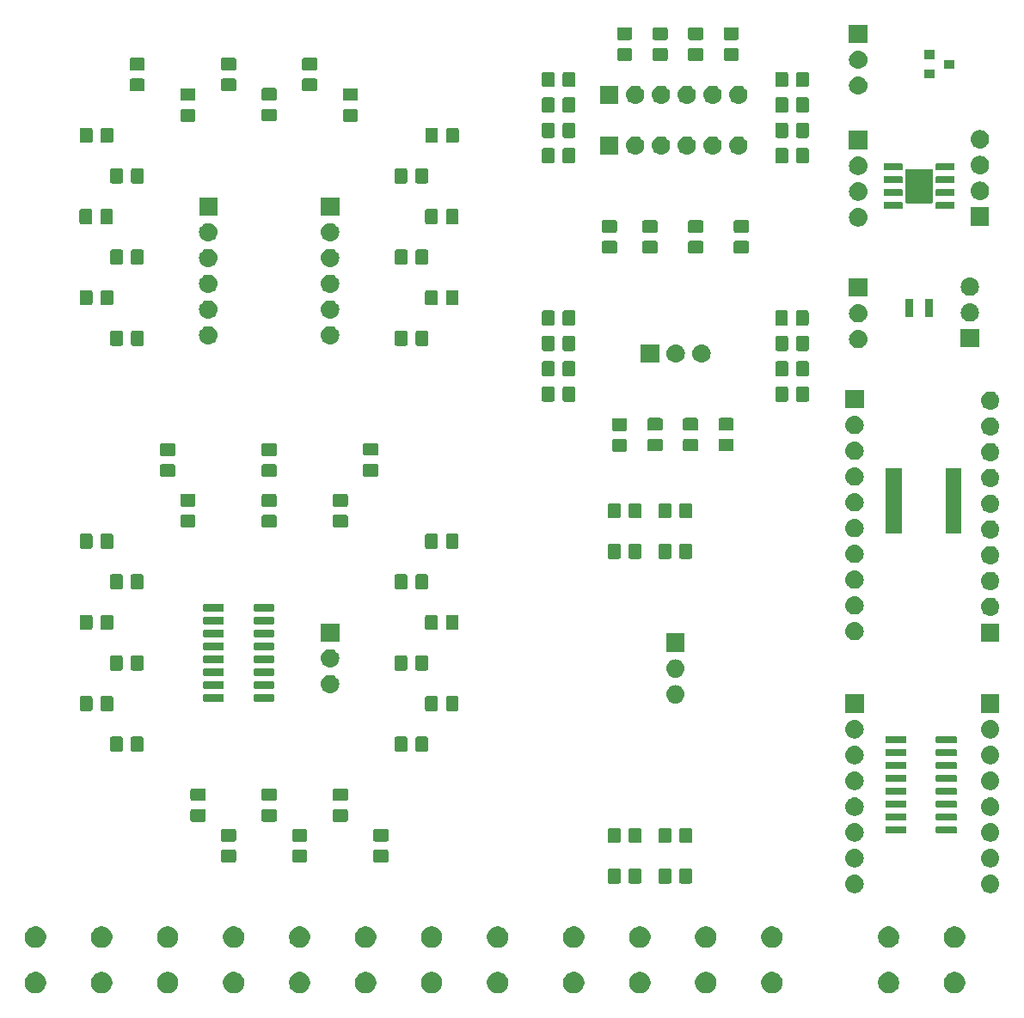
<source format=gts>
G04 #@! TF.GenerationSoftware,KiCad,Pcbnew,(5.1.2)-1*
G04 #@! TF.CreationDate,2019-06-28T17:44:25+01:00*
G04 #@! TF.ProjectId,Clock_7_Segment,436c6f63-6b5f-4375-9f53-65676d656e74,rev?*
G04 #@! TF.SameCoordinates,Original*
G04 #@! TF.FileFunction,Soldermask,Top*
G04 #@! TF.FilePolarity,Negative*
%FSLAX46Y46*%
G04 Gerber Fmt 4.6, Leading zero omitted, Abs format (unit mm)*
G04 Created by KiCad (PCBNEW (5.1.2)-1) date 2019-06-28 17:44:25*
%MOMM*%
%LPD*%
G04 APERTURE LIST*
%ADD10C,0.100000*%
G04 APERTURE END LIST*
D10*
G36*
X116306564Y-171489389D02*
G01*
X116497833Y-171568615D01*
X116497835Y-171568616D01*
X116669973Y-171683635D01*
X116816365Y-171830027D01*
X116931385Y-172002167D01*
X117010611Y-172193436D01*
X117051000Y-172396484D01*
X117051000Y-172603516D01*
X117010611Y-172806564D01*
X116931385Y-172997833D01*
X116931384Y-172997835D01*
X116816365Y-173169973D01*
X116669973Y-173316365D01*
X116497835Y-173431384D01*
X116497834Y-173431385D01*
X116497833Y-173431385D01*
X116306564Y-173510611D01*
X116103516Y-173551000D01*
X115896484Y-173551000D01*
X115693436Y-173510611D01*
X115502167Y-173431385D01*
X115502166Y-173431385D01*
X115502165Y-173431384D01*
X115330027Y-173316365D01*
X115183635Y-173169973D01*
X115068616Y-172997835D01*
X115068615Y-172997833D01*
X114989389Y-172806564D01*
X114949000Y-172603516D01*
X114949000Y-172396484D01*
X114989389Y-172193436D01*
X115068615Y-172002167D01*
X115183635Y-171830027D01*
X115330027Y-171683635D01*
X115502165Y-171568616D01*
X115502167Y-171568615D01*
X115693436Y-171489389D01*
X115896484Y-171449000D01*
X116103516Y-171449000D01*
X116306564Y-171489389D01*
X116306564Y-171489389D01*
G37*
G36*
X200306564Y-171489389D02*
G01*
X200497833Y-171568615D01*
X200497835Y-171568616D01*
X200669973Y-171683635D01*
X200816365Y-171830027D01*
X200931385Y-172002167D01*
X201010611Y-172193436D01*
X201051000Y-172396484D01*
X201051000Y-172603516D01*
X201010611Y-172806564D01*
X200931385Y-172997833D01*
X200931384Y-172997835D01*
X200816365Y-173169973D01*
X200669973Y-173316365D01*
X200497835Y-173431384D01*
X200497834Y-173431385D01*
X200497833Y-173431385D01*
X200306564Y-173510611D01*
X200103516Y-173551000D01*
X199896484Y-173551000D01*
X199693436Y-173510611D01*
X199502167Y-173431385D01*
X199502166Y-173431385D01*
X199502165Y-173431384D01*
X199330027Y-173316365D01*
X199183635Y-173169973D01*
X199068616Y-172997835D01*
X199068615Y-172997833D01*
X198989389Y-172806564D01*
X198949000Y-172603516D01*
X198949000Y-172396484D01*
X198989389Y-172193436D01*
X199068615Y-172002167D01*
X199183635Y-171830027D01*
X199330027Y-171683635D01*
X199502165Y-171568616D01*
X199502167Y-171568615D01*
X199693436Y-171489389D01*
X199896484Y-171449000D01*
X200103516Y-171449000D01*
X200306564Y-171489389D01*
X200306564Y-171489389D01*
G37*
G36*
X206806564Y-171489389D02*
G01*
X206997833Y-171568615D01*
X206997835Y-171568616D01*
X207169973Y-171683635D01*
X207316365Y-171830027D01*
X207431385Y-172002167D01*
X207510611Y-172193436D01*
X207551000Y-172396484D01*
X207551000Y-172603516D01*
X207510611Y-172806564D01*
X207431385Y-172997833D01*
X207431384Y-172997835D01*
X207316365Y-173169973D01*
X207169973Y-173316365D01*
X206997835Y-173431384D01*
X206997834Y-173431385D01*
X206997833Y-173431385D01*
X206806564Y-173510611D01*
X206603516Y-173551000D01*
X206396484Y-173551000D01*
X206193436Y-173510611D01*
X206002167Y-173431385D01*
X206002166Y-173431385D01*
X206002165Y-173431384D01*
X205830027Y-173316365D01*
X205683635Y-173169973D01*
X205568616Y-172997835D01*
X205568615Y-172997833D01*
X205489389Y-172806564D01*
X205449000Y-172603516D01*
X205449000Y-172396484D01*
X205489389Y-172193436D01*
X205568615Y-172002167D01*
X205683635Y-171830027D01*
X205830027Y-171683635D01*
X206002165Y-171568616D01*
X206002167Y-171568615D01*
X206193436Y-171489389D01*
X206396484Y-171449000D01*
X206603516Y-171449000D01*
X206806564Y-171489389D01*
X206806564Y-171489389D01*
G37*
G36*
X188806564Y-171489389D02*
G01*
X188997833Y-171568615D01*
X188997835Y-171568616D01*
X189169973Y-171683635D01*
X189316365Y-171830027D01*
X189431385Y-172002167D01*
X189510611Y-172193436D01*
X189551000Y-172396484D01*
X189551000Y-172603516D01*
X189510611Y-172806564D01*
X189431385Y-172997833D01*
X189431384Y-172997835D01*
X189316365Y-173169973D01*
X189169973Y-173316365D01*
X188997835Y-173431384D01*
X188997834Y-173431385D01*
X188997833Y-173431385D01*
X188806564Y-173510611D01*
X188603516Y-173551000D01*
X188396484Y-173551000D01*
X188193436Y-173510611D01*
X188002167Y-173431385D01*
X188002166Y-173431385D01*
X188002165Y-173431384D01*
X187830027Y-173316365D01*
X187683635Y-173169973D01*
X187568616Y-172997835D01*
X187568615Y-172997833D01*
X187489389Y-172806564D01*
X187449000Y-172603516D01*
X187449000Y-172396484D01*
X187489389Y-172193436D01*
X187568615Y-172002167D01*
X187683635Y-171830027D01*
X187830027Y-171683635D01*
X188002165Y-171568616D01*
X188002167Y-171568615D01*
X188193436Y-171489389D01*
X188396484Y-171449000D01*
X188603516Y-171449000D01*
X188806564Y-171489389D01*
X188806564Y-171489389D01*
G37*
G36*
X182306564Y-171489389D02*
G01*
X182497833Y-171568615D01*
X182497835Y-171568616D01*
X182669973Y-171683635D01*
X182816365Y-171830027D01*
X182931385Y-172002167D01*
X183010611Y-172193436D01*
X183051000Y-172396484D01*
X183051000Y-172603516D01*
X183010611Y-172806564D01*
X182931385Y-172997833D01*
X182931384Y-172997835D01*
X182816365Y-173169973D01*
X182669973Y-173316365D01*
X182497835Y-173431384D01*
X182497834Y-173431385D01*
X182497833Y-173431385D01*
X182306564Y-173510611D01*
X182103516Y-173551000D01*
X181896484Y-173551000D01*
X181693436Y-173510611D01*
X181502167Y-173431385D01*
X181502166Y-173431385D01*
X181502165Y-173431384D01*
X181330027Y-173316365D01*
X181183635Y-173169973D01*
X181068616Y-172997835D01*
X181068615Y-172997833D01*
X180989389Y-172806564D01*
X180949000Y-172603516D01*
X180949000Y-172396484D01*
X180989389Y-172193436D01*
X181068615Y-172002167D01*
X181183635Y-171830027D01*
X181330027Y-171683635D01*
X181502165Y-171568616D01*
X181502167Y-171568615D01*
X181693436Y-171489389D01*
X181896484Y-171449000D01*
X182103516Y-171449000D01*
X182306564Y-171489389D01*
X182306564Y-171489389D01*
G37*
G36*
X175806564Y-171489389D02*
G01*
X175997833Y-171568615D01*
X175997835Y-171568616D01*
X176169973Y-171683635D01*
X176316365Y-171830027D01*
X176431385Y-172002167D01*
X176510611Y-172193436D01*
X176551000Y-172396484D01*
X176551000Y-172603516D01*
X176510611Y-172806564D01*
X176431385Y-172997833D01*
X176431384Y-172997835D01*
X176316365Y-173169973D01*
X176169973Y-173316365D01*
X175997835Y-173431384D01*
X175997834Y-173431385D01*
X175997833Y-173431385D01*
X175806564Y-173510611D01*
X175603516Y-173551000D01*
X175396484Y-173551000D01*
X175193436Y-173510611D01*
X175002167Y-173431385D01*
X175002166Y-173431385D01*
X175002165Y-173431384D01*
X174830027Y-173316365D01*
X174683635Y-173169973D01*
X174568616Y-172997835D01*
X174568615Y-172997833D01*
X174489389Y-172806564D01*
X174449000Y-172603516D01*
X174449000Y-172396484D01*
X174489389Y-172193436D01*
X174568615Y-172002167D01*
X174683635Y-171830027D01*
X174830027Y-171683635D01*
X175002165Y-171568616D01*
X175002167Y-171568615D01*
X175193436Y-171489389D01*
X175396484Y-171449000D01*
X175603516Y-171449000D01*
X175806564Y-171489389D01*
X175806564Y-171489389D01*
G37*
G36*
X169306564Y-171489389D02*
G01*
X169497833Y-171568615D01*
X169497835Y-171568616D01*
X169669973Y-171683635D01*
X169816365Y-171830027D01*
X169931385Y-172002167D01*
X170010611Y-172193436D01*
X170051000Y-172396484D01*
X170051000Y-172603516D01*
X170010611Y-172806564D01*
X169931385Y-172997833D01*
X169931384Y-172997835D01*
X169816365Y-173169973D01*
X169669973Y-173316365D01*
X169497835Y-173431384D01*
X169497834Y-173431385D01*
X169497833Y-173431385D01*
X169306564Y-173510611D01*
X169103516Y-173551000D01*
X168896484Y-173551000D01*
X168693436Y-173510611D01*
X168502167Y-173431385D01*
X168502166Y-173431385D01*
X168502165Y-173431384D01*
X168330027Y-173316365D01*
X168183635Y-173169973D01*
X168068616Y-172997835D01*
X168068615Y-172997833D01*
X167989389Y-172806564D01*
X167949000Y-172603516D01*
X167949000Y-172396484D01*
X167989389Y-172193436D01*
X168068615Y-172002167D01*
X168183635Y-171830027D01*
X168330027Y-171683635D01*
X168502165Y-171568616D01*
X168502167Y-171568615D01*
X168693436Y-171489389D01*
X168896484Y-171449000D01*
X169103516Y-171449000D01*
X169306564Y-171489389D01*
X169306564Y-171489389D01*
G37*
G36*
X161806564Y-171489389D02*
G01*
X161997833Y-171568615D01*
X161997835Y-171568616D01*
X162169973Y-171683635D01*
X162316365Y-171830027D01*
X162431385Y-172002167D01*
X162510611Y-172193436D01*
X162551000Y-172396484D01*
X162551000Y-172603516D01*
X162510611Y-172806564D01*
X162431385Y-172997833D01*
X162431384Y-172997835D01*
X162316365Y-173169973D01*
X162169973Y-173316365D01*
X161997835Y-173431384D01*
X161997834Y-173431385D01*
X161997833Y-173431385D01*
X161806564Y-173510611D01*
X161603516Y-173551000D01*
X161396484Y-173551000D01*
X161193436Y-173510611D01*
X161002167Y-173431385D01*
X161002166Y-173431385D01*
X161002165Y-173431384D01*
X160830027Y-173316365D01*
X160683635Y-173169973D01*
X160568616Y-172997835D01*
X160568615Y-172997833D01*
X160489389Y-172806564D01*
X160449000Y-172603516D01*
X160449000Y-172396484D01*
X160489389Y-172193436D01*
X160568615Y-172002167D01*
X160683635Y-171830027D01*
X160830027Y-171683635D01*
X161002165Y-171568616D01*
X161002167Y-171568615D01*
X161193436Y-171489389D01*
X161396484Y-171449000D01*
X161603516Y-171449000D01*
X161806564Y-171489389D01*
X161806564Y-171489389D01*
G37*
G36*
X148806564Y-171489389D02*
G01*
X148997833Y-171568615D01*
X148997835Y-171568616D01*
X149169973Y-171683635D01*
X149316365Y-171830027D01*
X149431385Y-172002167D01*
X149510611Y-172193436D01*
X149551000Y-172396484D01*
X149551000Y-172603516D01*
X149510611Y-172806564D01*
X149431385Y-172997833D01*
X149431384Y-172997835D01*
X149316365Y-173169973D01*
X149169973Y-173316365D01*
X148997835Y-173431384D01*
X148997834Y-173431385D01*
X148997833Y-173431385D01*
X148806564Y-173510611D01*
X148603516Y-173551000D01*
X148396484Y-173551000D01*
X148193436Y-173510611D01*
X148002167Y-173431385D01*
X148002166Y-173431385D01*
X148002165Y-173431384D01*
X147830027Y-173316365D01*
X147683635Y-173169973D01*
X147568616Y-172997835D01*
X147568615Y-172997833D01*
X147489389Y-172806564D01*
X147449000Y-172603516D01*
X147449000Y-172396484D01*
X147489389Y-172193436D01*
X147568615Y-172002167D01*
X147683635Y-171830027D01*
X147830027Y-171683635D01*
X148002165Y-171568616D01*
X148002167Y-171568615D01*
X148193436Y-171489389D01*
X148396484Y-171449000D01*
X148603516Y-171449000D01*
X148806564Y-171489389D01*
X148806564Y-171489389D01*
G37*
G36*
X142306564Y-171489389D02*
G01*
X142497833Y-171568615D01*
X142497835Y-171568616D01*
X142669973Y-171683635D01*
X142816365Y-171830027D01*
X142931385Y-172002167D01*
X143010611Y-172193436D01*
X143051000Y-172396484D01*
X143051000Y-172603516D01*
X143010611Y-172806564D01*
X142931385Y-172997833D01*
X142931384Y-172997835D01*
X142816365Y-173169973D01*
X142669973Y-173316365D01*
X142497835Y-173431384D01*
X142497834Y-173431385D01*
X142497833Y-173431385D01*
X142306564Y-173510611D01*
X142103516Y-173551000D01*
X141896484Y-173551000D01*
X141693436Y-173510611D01*
X141502167Y-173431385D01*
X141502166Y-173431385D01*
X141502165Y-173431384D01*
X141330027Y-173316365D01*
X141183635Y-173169973D01*
X141068616Y-172997835D01*
X141068615Y-172997833D01*
X140989389Y-172806564D01*
X140949000Y-172603516D01*
X140949000Y-172396484D01*
X140989389Y-172193436D01*
X141068615Y-172002167D01*
X141183635Y-171830027D01*
X141330027Y-171683635D01*
X141502165Y-171568616D01*
X141502167Y-171568615D01*
X141693436Y-171489389D01*
X141896484Y-171449000D01*
X142103516Y-171449000D01*
X142306564Y-171489389D01*
X142306564Y-171489389D01*
G37*
G36*
X135806564Y-171489389D02*
G01*
X135997833Y-171568615D01*
X135997835Y-171568616D01*
X136169973Y-171683635D01*
X136316365Y-171830027D01*
X136431385Y-172002167D01*
X136510611Y-172193436D01*
X136551000Y-172396484D01*
X136551000Y-172603516D01*
X136510611Y-172806564D01*
X136431385Y-172997833D01*
X136431384Y-172997835D01*
X136316365Y-173169973D01*
X136169973Y-173316365D01*
X135997835Y-173431384D01*
X135997834Y-173431385D01*
X135997833Y-173431385D01*
X135806564Y-173510611D01*
X135603516Y-173551000D01*
X135396484Y-173551000D01*
X135193436Y-173510611D01*
X135002167Y-173431385D01*
X135002166Y-173431385D01*
X135002165Y-173431384D01*
X134830027Y-173316365D01*
X134683635Y-173169973D01*
X134568616Y-172997835D01*
X134568615Y-172997833D01*
X134489389Y-172806564D01*
X134449000Y-172603516D01*
X134449000Y-172396484D01*
X134489389Y-172193436D01*
X134568615Y-172002167D01*
X134683635Y-171830027D01*
X134830027Y-171683635D01*
X135002165Y-171568616D01*
X135002167Y-171568615D01*
X135193436Y-171489389D01*
X135396484Y-171449000D01*
X135603516Y-171449000D01*
X135806564Y-171489389D01*
X135806564Y-171489389D01*
G37*
G36*
X129306564Y-171489389D02*
G01*
X129497833Y-171568615D01*
X129497835Y-171568616D01*
X129669973Y-171683635D01*
X129816365Y-171830027D01*
X129931385Y-172002167D01*
X130010611Y-172193436D01*
X130051000Y-172396484D01*
X130051000Y-172603516D01*
X130010611Y-172806564D01*
X129931385Y-172997833D01*
X129931384Y-172997835D01*
X129816365Y-173169973D01*
X129669973Y-173316365D01*
X129497835Y-173431384D01*
X129497834Y-173431385D01*
X129497833Y-173431385D01*
X129306564Y-173510611D01*
X129103516Y-173551000D01*
X128896484Y-173551000D01*
X128693436Y-173510611D01*
X128502167Y-173431385D01*
X128502166Y-173431385D01*
X128502165Y-173431384D01*
X128330027Y-173316365D01*
X128183635Y-173169973D01*
X128068616Y-172997835D01*
X128068615Y-172997833D01*
X127989389Y-172806564D01*
X127949000Y-172603516D01*
X127949000Y-172396484D01*
X127989389Y-172193436D01*
X128068615Y-172002167D01*
X128183635Y-171830027D01*
X128330027Y-171683635D01*
X128502165Y-171568616D01*
X128502167Y-171568615D01*
X128693436Y-171489389D01*
X128896484Y-171449000D01*
X129103516Y-171449000D01*
X129306564Y-171489389D01*
X129306564Y-171489389D01*
G37*
G36*
X122806564Y-171489389D02*
G01*
X122997833Y-171568615D01*
X122997835Y-171568616D01*
X123169973Y-171683635D01*
X123316365Y-171830027D01*
X123431385Y-172002167D01*
X123510611Y-172193436D01*
X123551000Y-172396484D01*
X123551000Y-172603516D01*
X123510611Y-172806564D01*
X123431385Y-172997833D01*
X123431384Y-172997835D01*
X123316365Y-173169973D01*
X123169973Y-173316365D01*
X122997835Y-173431384D01*
X122997834Y-173431385D01*
X122997833Y-173431385D01*
X122806564Y-173510611D01*
X122603516Y-173551000D01*
X122396484Y-173551000D01*
X122193436Y-173510611D01*
X122002167Y-173431385D01*
X122002166Y-173431385D01*
X122002165Y-173431384D01*
X121830027Y-173316365D01*
X121683635Y-173169973D01*
X121568616Y-172997835D01*
X121568615Y-172997833D01*
X121489389Y-172806564D01*
X121449000Y-172603516D01*
X121449000Y-172396484D01*
X121489389Y-172193436D01*
X121568615Y-172002167D01*
X121683635Y-171830027D01*
X121830027Y-171683635D01*
X122002165Y-171568616D01*
X122002167Y-171568615D01*
X122193436Y-171489389D01*
X122396484Y-171449000D01*
X122603516Y-171449000D01*
X122806564Y-171489389D01*
X122806564Y-171489389D01*
G37*
G36*
X155306564Y-171489389D02*
G01*
X155497833Y-171568615D01*
X155497835Y-171568616D01*
X155669973Y-171683635D01*
X155816365Y-171830027D01*
X155931385Y-172002167D01*
X156010611Y-172193436D01*
X156051000Y-172396484D01*
X156051000Y-172603516D01*
X156010611Y-172806564D01*
X155931385Y-172997833D01*
X155931384Y-172997835D01*
X155816365Y-173169973D01*
X155669973Y-173316365D01*
X155497835Y-173431384D01*
X155497834Y-173431385D01*
X155497833Y-173431385D01*
X155306564Y-173510611D01*
X155103516Y-173551000D01*
X154896484Y-173551000D01*
X154693436Y-173510611D01*
X154502167Y-173431385D01*
X154502166Y-173431385D01*
X154502165Y-173431384D01*
X154330027Y-173316365D01*
X154183635Y-173169973D01*
X154068616Y-172997835D01*
X154068615Y-172997833D01*
X153989389Y-172806564D01*
X153949000Y-172603516D01*
X153949000Y-172396484D01*
X153989389Y-172193436D01*
X154068615Y-172002167D01*
X154183635Y-171830027D01*
X154330027Y-171683635D01*
X154502165Y-171568616D01*
X154502167Y-171568615D01*
X154693436Y-171489389D01*
X154896484Y-171449000D01*
X155103516Y-171449000D01*
X155306564Y-171489389D01*
X155306564Y-171489389D01*
G37*
G36*
X122806564Y-166989389D02*
G01*
X122997833Y-167068615D01*
X122997835Y-167068616D01*
X123169973Y-167183635D01*
X123316365Y-167330027D01*
X123431385Y-167502167D01*
X123510611Y-167693436D01*
X123551000Y-167896484D01*
X123551000Y-168103516D01*
X123510611Y-168306564D01*
X123431385Y-168497833D01*
X123431384Y-168497835D01*
X123316365Y-168669973D01*
X123169973Y-168816365D01*
X122997835Y-168931384D01*
X122997834Y-168931385D01*
X122997833Y-168931385D01*
X122806564Y-169010611D01*
X122603516Y-169051000D01*
X122396484Y-169051000D01*
X122193436Y-169010611D01*
X122002167Y-168931385D01*
X122002166Y-168931385D01*
X122002165Y-168931384D01*
X121830027Y-168816365D01*
X121683635Y-168669973D01*
X121568616Y-168497835D01*
X121568615Y-168497833D01*
X121489389Y-168306564D01*
X121449000Y-168103516D01*
X121449000Y-167896484D01*
X121489389Y-167693436D01*
X121568615Y-167502167D01*
X121683635Y-167330027D01*
X121830027Y-167183635D01*
X122002165Y-167068616D01*
X122002167Y-167068615D01*
X122193436Y-166989389D01*
X122396484Y-166949000D01*
X122603516Y-166949000D01*
X122806564Y-166989389D01*
X122806564Y-166989389D01*
G37*
G36*
X116306564Y-166989389D02*
G01*
X116497833Y-167068615D01*
X116497835Y-167068616D01*
X116669973Y-167183635D01*
X116816365Y-167330027D01*
X116931385Y-167502167D01*
X117010611Y-167693436D01*
X117051000Y-167896484D01*
X117051000Y-168103516D01*
X117010611Y-168306564D01*
X116931385Y-168497833D01*
X116931384Y-168497835D01*
X116816365Y-168669973D01*
X116669973Y-168816365D01*
X116497835Y-168931384D01*
X116497834Y-168931385D01*
X116497833Y-168931385D01*
X116306564Y-169010611D01*
X116103516Y-169051000D01*
X115896484Y-169051000D01*
X115693436Y-169010611D01*
X115502167Y-168931385D01*
X115502166Y-168931385D01*
X115502165Y-168931384D01*
X115330027Y-168816365D01*
X115183635Y-168669973D01*
X115068616Y-168497835D01*
X115068615Y-168497833D01*
X114989389Y-168306564D01*
X114949000Y-168103516D01*
X114949000Y-167896484D01*
X114989389Y-167693436D01*
X115068615Y-167502167D01*
X115183635Y-167330027D01*
X115330027Y-167183635D01*
X115502165Y-167068616D01*
X115502167Y-167068615D01*
X115693436Y-166989389D01*
X115896484Y-166949000D01*
X116103516Y-166949000D01*
X116306564Y-166989389D01*
X116306564Y-166989389D01*
G37*
G36*
X129306564Y-166989389D02*
G01*
X129497833Y-167068615D01*
X129497835Y-167068616D01*
X129669973Y-167183635D01*
X129816365Y-167330027D01*
X129931385Y-167502167D01*
X130010611Y-167693436D01*
X130051000Y-167896484D01*
X130051000Y-168103516D01*
X130010611Y-168306564D01*
X129931385Y-168497833D01*
X129931384Y-168497835D01*
X129816365Y-168669973D01*
X129669973Y-168816365D01*
X129497835Y-168931384D01*
X129497834Y-168931385D01*
X129497833Y-168931385D01*
X129306564Y-169010611D01*
X129103516Y-169051000D01*
X128896484Y-169051000D01*
X128693436Y-169010611D01*
X128502167Y-168931385D01*
X128502166Y-168931385D01*
X128502165Y-168931384D01*
X128330027Y-168816365D01*
X128183635Y-168669973D01*
X128068616Y-168497835D01*
X128068615Y-168497833D01*
X127989389Y-168306564D01*
X127949000Y-168103516D01*
X127949000Y-167896484D01*
X127989389Y-167693436D01*
X128068615Y-167502167D01*
X128183635Y-167330027D01*
X128330027Y-167183635D01*
X128502165Y-167068616D01*
X128502167Y-167068615D01*
X128693436Y-166989389D01*
X128896484Y-166949000D01*
X129103516Y-166949000D01*
X129306564Y-166989389D01*
X129306564Y-166989389D01*
G37*
G36*
X135806564Y-166989389D02*
G01*
X135997833Y-167068615D01*
X135997835Y-167068616D01*
X136169973Y-167183635D01*
X136316365Y-167330027D01*
X136431385Y-167502167D01*
X136510611Y-167693436D01*
X136551000Y-167896484D01*
X136551000Y-168103516D01*
X136510611Y-168306564D01*
X136431385Y-168497833D01*
X136431384Y-168497835D01*
X136316365Y-168669973D01*
X136169973Y-168816365D01*
X135997835Y-168931384D01*
X135997834Y-168931385D01*
X135997833Y-168931385D01*
X135806564Y-169010611D01*
X135603516Y-169051000D01*
X135396484Y-169051000D01*
X135193436Y-169010611D01*
X135002167Y-168931385D01*
X135002166Y-168931385D01*
X135002165Y-168931384D01*
X134830027Y-168816365D01*
X134683635Y-168669973D01*
X134568616Y-168497835D01*
X134568615Y-168497833D01*
X134489389Y-168306564D01*
X134449000Y-168103516D01*
X134449000Y-167896484D01*
X134489389Y-167693436D01*
X134568615Y-167502167D01*
X134683635Y-167330027D01*
X134830027Y-167183635D01*
X135002165Y-167068616D01*
X135002167Y-167068615D01*
X135193436Y-166989389D01*
X135396484Y-166949000D01*
X135603516Y-166949000D01*
X135806564Y-166989389D01*
X135806564Y-166989389D01*
G37*
G36*
X142306564Y-166989389D02*
G01*
X142497833Y-167068615D01*
X142497835Y-167068616D01*
X142669973Y-167183635D01*
X142816365Y-167330027D01*
X142931385Y-167502167D01*
X143010611Y-167693436D01*
X143051000Y-167896484D01*
X143051000Y-168103516D01*
X143010611Y-168306564D01*
X142931385Y-168497833D01*
X142931384Y-168497835D01*
X142816365Y-168669973D01*
X142669973Y-168816365D01*
X142497835Y-168931384D01*
X142497834Y-168931385D01*
X142497833Y-168931385D01*
X142306564Y-169010611D01*
X142103516Y-169051000D01*
X141896484Y-169051000D01*
X141693436Y-169010611D01*
X141502167Y-168931385D01*
X141502166Y-168931385D01*
X141502165Y-168931384D01*
X141330027Y-168816365D01*
X141183635Y-168669973D01*
X141068616Y-168497835D01*
X141068615Y-168497833D01*
X140989389Y-168306564D01*
X140949000Y-168103516D01*
X140949000Y-167896484D01*
X140989389Y-167693436D01*
X141068615Y-167502167D01*
X141183635Y-167330027D01*
X141330027Y-167183635D01*
X141502165Y-167068616D01*
X141502167Y-167068615D01*
X141693436Y-166989389D01*
X141896484Y-166949000D01*
X142103516Y-166949000D01*
X142306564Y-166989389D01*
X142306564Y-166989389D01*
G37*
G36*
X148806564Y-166989389D02*
G01*
X148997833Y-167068615D01*
X148997835Y-167068616D01*
X149169973Y-167183635D01*
X149316365Y-167330027D01*
X149431385Y-167502167D01*
X149510611Y-167693436D01*
X149551000Y-167896484D01*
X149551000Y-168103516D01*
X149510611Y-168306564D01*
X149431385Y-168497833D01*
X149431384Y-168497835D01*
X149316365Y-168669973D01*
X149169973Y-168816365D01*
X148997835Y-168931384D01*
X148997834Y-168931385D01*
X148997833Y-168931385D01*
X148806564Y-169010611D01*
X148603516Y-169051000D01*
X148396484Y-169051000D01*
X148193436Y-169010611D01*
X148002167Y-168931385D01*
X148002166Y-168931385D01*
X148002165Y-168931384D01*
X147830027Y-168816365D01*
X147683635Y-168669973D01*
X147568616Y-168497835D01*
X147568615Y-168497833D01*
X147489389Y-168306564D01*
X147449000Y-168103516D01*
X147449000Y-167896484D01*
X147489389Y-167693436D01*
X147568615Y-167502167D01*
X147683635Y-167330027D01*
X147830027Y-167183635D01*
X148002165Y-167068616D01*
X148002167Y-167068615D01*
X148193436Y-166989389D01*
X148396484Y-166949000D01*
X148603516Y-166949000D01*
X148806564Y-166989389D01*
X148806564Y-166989389D01*
G37*
G36*
X155306564Y-166989389D02*
G01*
X155497833Y-167068615D01*
X155497835Y-167068616D01*
X155669973Y-167183635D01*
X155816365Y-167330027D01*
X155931385Y-167502167D01*
X156010611Y-167693436D01*
X156051000Y-167896484D01*
X156051000Y-168103516D01*
X156010611Y-168306564D01*
X155931385Y-168497833D01*
X155931384Y-168497835D01*
X155816365Y-168669973D01*
X155669973Y-168816365D01*
X155497835Y-168931384D01*
X155497834Y-168931385D01*
X155497833Y-168931385D01*
X155306564Y-169010611D01*
X155103516Y-169051000D01*
X154896484Y-169051000D01*
X154693436Y-169010611D01*
X154502167Y-168931385D01*
X154502166Y-168931385D01*
X154502165Y-168931384D01*
X154330027Y-168816365D01*
X154183635Y-168669973D01*
X154068616Y-168497835D01*
X154068615Y-168497833D01*
X153989389Y-168306564D01*
X153949000Y-168103516D01*
X153949000Y-167896484D01*
X153989389Y-167693436D01*
X154068615Y-167502167D01*
X154183635Y-167330027D01*
X154330027Y-167183635D01*
X154502165Y-167068616D01*
X154502167Y-167068615D01*
X154693436Y-166989389D01*
X154896484Y-166949000D01*
X155103516Y-166949000D01*
X155306564Y-166989389D01*
X155306564Y-166989389D01*
G37*
G36*
X169306564Y-166989389D02*
G01*
X169497833Y-167068615D01*
X169497835Y-167068616D01*
X169669973Y-167183635D01*
X169816365Y-167330027D01*
X169931385Y-167502167D01*
X170010611Y-167693436D01*
X170051000Y-167896484D01*
X170051000Y-168103516D01*
X170010611Y-168306564D01*
X169931385Y-168497833D01*
X169931384Y-168497835D01*
X169816365Y-168669973D01*
X169669973Y-168816365D01*
X169497835Y-168931384D01*
X169497834Y-168931385D01*
X169497833Y-168931385D01*
X169306564Y-169010611D01*
X169103516Y-169051000D01*
X168896484Y-169051000D01*
X168693436Y-169010611D01*
X168502167Y-168931385D01*
X168502166Y-168931385D01*
X168502165Y-168931384D01*
X168330027Y-168816365D01*
X168183635Y-168669973D01*
X168068616Y-168497835D01*
X168068615Y-168497833D01*
X167989389Y-168306564D01*
X167949000Y-168103516D01*
X167949000Y-167896484D01*
X167989389Y-167693436D01*
X168068615Y-167502167D01*
X168183635Y-167330027D01*
X168330027Y-167183635D01*
X168502165Y-167068616D01*
X168502167Y-167068615D01*
X168693436Y-166989389D01*
X168896484Y-166949000D01*
X169103516Y-166949000D01*
X169306564Y-166989389D01*
X169306564Y-166989389D01*
G37*
G36*
X175806564Y-166989389D02*
G01*
X175997833Y-167068615D01*
X175997835Y-167068616D01*
X176169973Y-167183635D01*
X176316365Y-167330027D01*
X176431385Y-167502167D01*
X176510611Y-167693436D01*
X176551000Y-167896484D01*
X176551000Y-168103516D01*
X176510611Y-168306564D01*
X176431385Y-168497833D01*
X176431384Y-168497835D01*
X176316365Y-168669973D01*
X176169973Y-168816365D01*
X175997835Y-168931384D01*
X175997834Y-168931385D01*
X175997833Y-168931385D01*
X175806564Y-169010611D01*
X175603516Y-169051000D01*
X175396484Y-169051000D01*
X175193436Y-169010611D01*
X175002167Y-168931385D01*
X175002166Y-168931385D01*
X175002165Y-168931384D01*
X174830027Y-168816365D01*
X174683635Y-168669973D01*
X174568616Y-168497835D01*
X174568615Y-168497833D01*
X174489389Y-168306564D01*
X174449000Y-168103516D01*
X174449000Y-167896484D01*
X174489389Y-167693436D01*
X174568615Y-167502167D01*
X174683635Y-167330027D01*
X174830027Y-167183635D01*
X175002165Y-167068616D01*
X175002167Y-167068615D01*
X175193436Y-166989389D01*
X175396484Y-166949000D01*
X175603516Y-166949000D01*
X175806564Y-166989389D01*
X175806564Y-166989389D01*
G37*
G36*
X200306564Y-166989389D02*
G01*
X200497833Y-167068615D01*
X200497835Y-167068616D01*
X200669973Y-167183635D01*
X200816365Y-167330027D01*
X200931385Y-167502167D01*
X201010611Y-167693436D01*
X201051000Y-167896484D01*
X201051000Y-168103516D01*
X201010611Y-168306564D01*
X200931385Y-168497833D01*
X200931384Y-168497835D01*
X200816365Y-168669973D01*
X200669973Y-168816365D01*
X200497835Y-168931384D01*
X200497834Y-168931385D01*
X200497833Y-168931385D01*
X200306564Y-169010611D01*
X200103516Y-169051000D01*
X199896484Y-169051000D01*
X199693436Y-169010611D01*
X199502167Y-168931385D01*
X199502166Y-168931385D01*
X199502165Y-168931384D01*
X199330027Y-168816365D01*
X199183635Y-168669973D01*
X199068616Y-168497835D01*
X199068615Y-168497833D01*
X198989389Y-168306564D01*
X198949000Y-168103516D01*
X198949000Y-167896484D01*
X198989389Y-167693436D01*
X199068615Y-167502167D01*
X199183635Y-167330027D01*
X199330027Y-167183635D01*
X199502165Y-167068616D01*
X199502167Y-167068615D01*
X199693436Y-166989389D01*
X199896484Y-166949000D01*
X200103516Y-166949000D01*
X200306564Y-166989389D01*
X200306564Y-166989389D01*
G37*
G36*
X182306564Y-166989389D02*
G01*
X182497833Y-167068615D01*
X182497835Y-167068616D01*
X182669973Y-167183635D01*
X182816365Y-167330027D01*
X182931385Y-167502167D01*
X183010611Y-167693436D01*
X183051000Y-167896484D01*
X183051000Y-168103516D01*
X183010611Y-168306564D01*
X182931385Y-168497833D01*
X182931384Y-168497835D01*
X182816365Y-168669973D01*
X182669973Y-168816365D01*
X182497835Y-168931384D01*
X182497834Y-168931385D01*
X182497833Y-168931385D01*
X182306564Y-169010611D01*
X182103516Y-169051000D01*
X181896484Y-169051000D01*
X181693436Y-169010611D01*
X181502167Y-168931385D01*
X181502166Y-168931385D01*
X181502165Y-168931384D01*
X181330027Y-168816365D01*
X181183635Y-168669973D01*
X181068616Y-168497835D01*
X181068615Y-168497833D01*
X180989389Y-168306564D01*
X180949000Y-168103516D01*
X180949000Y-167896484D01*
X180989389Y-167693436D01*
X181068615Y-167502167D01*
X181183635Y-167330027D01*
X181330027Y-167183635D01*
X181502165Y-167068616D01*
X181502167Y-167068615D01*
X181693436Y-166989389D01*
X181896484Y-166949000D01*
X182103516Y-166949000D01*
X182306564Y-166989389D01*
X182306564Y-166989389D01*
G37*
G36*
X206806564Y-166989389D02*
G01*
X206997833Y-167068615D01*
X206997835Y-167068616D01*
X207169973Y-167183635D01*
X207316365Y-167330027D01*
X207431385Y-167502167D01*
X207510611Y-167693436D01*
X207551000Y-167896484D01*
X207551000Y-168103516D01*
X207510611Y-168306564D01*
X207431385Y-168497833D01*
X207431384Y-168497835D01*
X207316365Y-168669973D01*
X207169973Y-168816365D01*
X206997835Y-168931384D01*
X206997834Y-168931385D01*
X206997833Y-168931385D01*
X206806564Y-169010611D01*
X206603516Y-169051000D01*
X206396484Y-169051000D01*
X206193436Y-169010611D01*
X206002167Y-168931385D01*
X206002166Y-168931385D01*
X206002165Y-168931384D01*
X205830027Y-168816365D01*
X205683635Y-168669973D01*
X205568616Y-168497835D01*
X205568615Y-168497833D01*
X205489389Y-168306564D01*
X205449000Y-168103516D01*
X205449000Y-167896484D01*
X205489389Y-167693436D01*
X205568615Y-167502167D01*
X205683635Y-167330027D01*
X205830027Y-167183635D01*
X206002165Y-167068616D01*
X206002167Y-167068615D01*
X206193436Y-166989389D01*
X206396484Y-166949000D01*
X206603516Y-166949000D01*
X206806564Y-166989389D01*
X206806564Y-166989389D01*
G37*
G36*
X188806564Y-166989389D02*
G01*
X188997833Y-167068615D01*
X188997835Y-167068616D01*
X189169973Y-167183635D01*
X189316365Y-167330027D01*
X189431385Y-167502167D01*
X189510611Y-167693436D01*
X189551000Y-167896484D01*
X189551000Y-168103516D01*
X189510611Y-168306564D01*
X189431385Y-168497833D01*
X189431384Y-168497835D01*
X189316365Y-168669973D01*
X189169973Y-168816365D01*
X188997835Y-168931384D01*
X188997834Y-168931385D01*
X188997833Y-168931385D01*
X188806564Y-169010611D01*
X188603516Y-169051000D01*
X188396484Y-169051000D01*
X188193436Y-169010611D01*
X188002167Y-168931385D01*
X188002166Y-168931385D01*
X188002165Y-168931384D01*
X187830027Y-168816365D01*
X187683635Y-168669973D01*
X187568616Y-168497835D01*
X187568615Y-168497833D01*
X187489389Y-168306564D01*
X187449000Y-168103516D01*
X187449000Y-167896484D01*
X187489389Y-167693436D01*
X187568615Y-167502167D01*
X187683635Y-167330027D01*
X187830027Y-167183635D01*
X188002165Y-167068616D01*
X188002167Y-167068615D01*
X188193436Y-166989389D01*
X188396484Y-166949000D01*
X188603516Y-166949000D01*
X188806564Y-166989389D01*
X188806564Y-166989389D01*
G37*
G36*
X161806564Y-166989389D02*
G01*
X161997833Y-167068615D01*
X161997835Y-167068616D01*
X162169973Y-167183635D01*
X162316365Y-167330027D01*
X162431385Y-167502167D01*
X162510611Y-167693436D01*
X162551000Y-167896484D01*
X162551000Y-168103516D01*
X162510611Y-168306564D01*
X162431385Y-168497833D01*
X162431384Y-168497835D01*
X162316365Y-168669973D01*
X162169973Y-168816365D01*
X161997835Y-168931384D01*
X161997834Y-168931385D01*
X161997833Y-168931385D01*
X161806564Y-169010611D01*
X161603516Y-169051000D01*
X161396484Y-169051000D01*
X161193436Y-169010611D01*
X161002167Y-168931385D01*
X161002166Y-168931385D01*
X161002165Y-168931384D01*
X160830027Y-168816365D01*
X160683635Y-168669973D01*
X160568616Y-168497835D01*
X160568615Y-168497833D01*
X160489389Y-168306564D01*
X160449000Y-168103516D01*
X160449000Y-167896484D01*
X160489389Y-167693436D01*
X160568615Y-167502167D01*
X160683635Y-167330027D01*
X160830027Y-167183635D01*
X161002165Y-167068616D01*
X161002167Y-167068615D01*
X161193436Y-166989389D01*
X161396484Y-166949000D01*
X161603516Y-166949000D01*
X161806564Y-166989389D01*
X161806564Y-166989389D01*
G37*
G36*
X196760443Y-161885519D02*
G01*
X196826627Y-161892037D01*
X196996466Y-161943557D01*
X197152991Y-162027222D01*
X197188729Y-162056552D01*
X197290186Y-162139814D01*
X197373448Y-162241271D01*
X197402778Y-162277009D01*
X197486443Y-162433534D01*
X197537963Y-162603373D01*
X197555359Y-162780000D01*
X197537963Y-162956627D01*
X197486443Y-163126466D01*
X197402778Y-163282991D01*
X197373448Y-163318729D01*
X197290186Y-163420186D01*
X197188729Y-163503448D01*
X197152991Y-163532778D01*
X196996466Y-163616443D01*
X196826627Y-163667963D01*
X196760443Y-163674481D01*
X196694260Y-163681000D01*
X196605740Y-163681000D01*
X196539557Y-163674481D01*
X196473373Y-163667963D01*
X196303534Y-163616443D01*
X196147009Y-163532778D01*
X196111271Y-163503448D01*
X196009814Y-163420186D01*
X195926552Y-163318729D01*
X195897222Y-163282991D01*
X195813557Y-163126466D01*
X195762037Y-162956627D01*
X195744641Y-162780000D01*
X195762037Y-162603373D01*
X195813557Y-162433534D01*
X195897222Y-162277009D01*
X195926552Y-162241271D01*
X196009814Y-162139814D01*
X196111271Y-162056552D01*
X196147009Y-162027222D01*
X196303534Y-161943557D01*
X196473373Y-161892037D01*
X196539557Y-161885519D01*
X196605740Y-161879000D01*
X196694260Y-161879000D01*
X196760443Y-161885519D01*
X196760443Y-161885519D01*
G37*
G36*
X210110443Y-161885519D02*
G01*
X210176627Y-161892037D01*
X210346466Y-161943557D01*
X210502991Y-162027222D01*
X210538729Y-162056552D01*
X210640186Y-162139814D01*
X210723448Y-162241271D01*
X210752778Y-162277009D01*
X210836443Y-162433534D01*
X210887963Y-162603373D01*
X210905359Y-162780000D01*
X210887963Y-162956627D01*
X210836443Y-163126466D01*
X210752778Y-163282991D01*
X210723448Y-163318729D01*
X210640186Y-163420186D01*
X210538729Y-163503448D01*
X210502991Y-163532778D01*
X210346466Y-163616443D01*
X210176627Y-163667963D01*
X210110443Y-163674481D01*
X210044260Y-163681000D01*
X209955740Y-163681000D01*
X209889557Y-163674481D01*
X209823373Y-163667963D01*
X209653534Y-163616443D01*
X209497009Y-163532778D01*
X209461271Y-163503448D01*
X209359814Y-163420186D01*
X209276552Y-163318729D01*
X209247222Y-163282991D01*
X209163557Y-163126466D01*
X209112037Y-162956627D01*
X209094641Y-162780000D01*
X209112037Y-162603373D01*
X209163557Y-162433534D01*
X209247222Y-162277009D01*
X209276552Y-162241271D01*
X209359814Y-162139814D01*
X209461271Y-162056552D01*
X209497009Y-162027222D01*
X209653534Y-161943557D01*
X209823373Y-161892037D01*
X209889557Y-161885519D01*
X209955740Y-161879000D01*
X210044260Y-161879000D01*
X210110443Y-161885519D01*
X210110443Y-161885519D01*
G37*
G36*
X173438674Y-161253465D02*
G01*
X173476367Y-161264899D01*
X173511103Y-161283466D01*
X173541548Y-161308452D01*
X173566534Y-161338897D01*
X173585101Y-161373633D01*
X173596535Y-161411326D01*
X173601000Y-161456661D01*
X173601000Y-162543339D01*
X173596535Y-162588674D01*
X173585101Y-162626367D01*
X173566534Y-162661103D01*
X173541548Y-162691548D01*
X173511103Y-162716534D01*
X173476367Y-162735101D01*
X173438674Y-162746535D01*
X173393339Y-162751000D01*
X172556661Y-162751000D01*
X172511326Y-162746535D01*
X172473633Y-162735101D01*
X172438897Y-162716534D01*
X172408452Y-162691548D01*
X172383466Y-162661103D01*
X172364899Y-162626367D01*
X172353465Y-162588674D01*
X172349000Y-162543339D01*
X172349000Y-161456661D01*
X172353465Y-161411326D01*
X172364899Y-161373633D01*
X172383466Y-161338897D01*
X172408452Y-161308452D01*
X172438897Y-161283466D01*
X172473633Y-161264899D01*
X172511326Y-161253465D01*
X172556661Y-161249000D01*
X173393339Y-161249000D01*
X173438674Y-161253465D01*
X173438674Y-161253465D01*
G37*
G36*
X175488674Y-161253465D02*
G01*
X175526367Y-161264899D01*
X175561103Y-161283466D01*
X175591548Y-161308452D01*
X175616534Y-161338897D01*
X175635101Y-161373633D01*
X175646535Y-161411326D01*
X175651000Y-161456661D01*
X175651000Y-162543339D01*
X175646535Y-162588674D01*
X175635101Y-162626367D01*
X175616534Y-162661103D01*
X175591548Y-162691548D01*
X175561103Y-162716534D01*
X175526367Y-162735101D01*
X175488674Y-162746535D01*
X175443339Y-162751000D01*
X174606661Y-162751000D01*
X174561326Y-162746535D01*
X174523633Y-162735101D01*
X174488897Y-162716534D01*
X174458452Y-162691548D01*
X174433466Y-162661103D01*
X174414899Y-162626367D01*
X174403465Y-162588674D01*
X174399000Y-162543339D01*
X174399000Y-161456661D01*
X174403465Y-161411326D01*
X174414899Y-161373633D01*
X174433466Y-161338897D01*
X174458452Y-161308452D01*
X174488897Y-161283466D01*
X174523633Y-161264899D01*
X174561326Y-161253465D01*
X174606661Y-161249000D01*
X175443339Y-161249000D01*
X175488674Y-161253465D01*
X175488674Y-161253465D01*
G37*
G36*
X178438674Y-161253465D02*
G01*
X178476367Y-161264899D01*
X178511103Y-161283466D01*
X178541548Y-161308452D01*
X178566534Y-161338897D01*
X178585101Y-161373633D01*
X178596535Y-161411326D01*
X178601000Y-161456661D01*
X178601000Y-162543339D01*
X178596535Y-162588674D01*
X178585101Y-162626367D01*
X178566534Y-162661103D01*
X178541548Y-162691548D01*
X178511103Y-162716534D01*
X178476367Y-162735101D01*
X178438674Y-162746535D01*
X178393339Y-162751000D01*
X177556661Y-162751000D01*
X177511326Y-162746535D01*
X177473633Y-162735101D01*
X177438897Y-162716534D01*
X177408452Y-162691548D01*
X177383466Y-162661103D01*
X177364899Y-162626367D01*
X177353465Y-162588674D01*
X177349000Y-162543339D01*
X177349000Y-161456661D01*
X177353465Y-161411326D01*
X177364899Y-161373633D01*
X177383466Y-161338897D01*
X177408452Y-161308452D01*
X177438897Y-161283466D01*
X177473633Y-161264899D01*
X177511326Y-161253465D01*
X177556661Y-161249000D01*
X178393339Y-161249000D01*
X178438674Y-161253465D01*
X178438674Y-161253465D01*
G37*
G36*
X180488674Y-161253465D02*
G01*
X180526367Y-161264899D01*
X180561103Y-161283466D01*
X180591548Y-161308452D01*
X180616534Y-161338897D01*
X180635101Y-161373633D01*
X180646535Y-161411326D01*
X180651000Y-161456661D01*
X180651000Y-162543339D01*
X180646535Y-162588674D01*
X180635101Y-162626367D01*
X180616534Y-162661103D01*
X180591548Y-162691548D01*
X180561103Y-162716534D01*
X180526367Y-162735101D01*
X180488674Y-162746535D01*
X180443339Y-162751000D01*
X179606661Y-162751000D01*
X179561326Y-162746535D01*
X179523633Y-162735101D01*
X179488897Y-162716534D01*
X179458452Y-162691548D01*
X179433466Y-162661103D01*
X179414899Y-162626367D01*
X179403465Y-162588674D01*
X179399000Y-162543339D01*
X179399000Y-161456661D01*
X179403465Y-161411326D01*
X179414899Y-161373633D01*
X179433466Y-161338897D01*
X179458452Y-161308452D01*
X179488897Y-161283466D01*
X179523633Y-161264899D01*
X179561326Y-161253465D01*
X179606661Y-161249000D01*
X180443339Y-161249000D01*
X180488674Y-161253465D01*
X180488674Y-161253465D01*
G37*
G36*
X210110443Y-159345519D02*
G01*
X210176627Y-159352037D01*
X210346466Y-159403557D01*
X210502991Y-159487222D01*
X210538729Y-159516552D01*
X210640186Y-159599814D01*
X210723448Y-159701271D01*
X210752778Y-159737009D01*
X210836443Y-159893534D01*
X210887963Y-160063373D01*
X210905359Y-160240000D01*
X210887963Y-160416627D01*
X210836443Y-160586466D01*
X210752778Y-160742991D01*
X210723448Y-160778729D01*
X210640186Y-160880186D01*
X210538729Y-160963448D01*
X210502991Y-160992778D01*
X210346466Y-161076443D01*
X210176627Y-161127963D01*
X210110442Y-161134482D01*
X210044260Y-161141000D01*
X209955740Y-161141000D01*
X209889558Y-161134482D01*
X209823373Y-161127963D01*
X209653534Y-161076443D01*
X209497009Y-160992778D01*
X209461271Y-160963448D01*
X209359814Y-160880186D01*
X209276552Y-160778729D01*
X209247222Y-160742991D01*
X209163557Y-160586466D01*
X209112037Y-160416627D01*
X209094641Y-160240000D01*
X209112037Y-160063373D01*
X209163557Y-159893534D01*
X209247222Y-159737009D01*
X209276552Y-159701271D01*
X209359814Y-159599814D01*
X209461271Y-159516552D01*
X209497009Y-159487222D01*
X209653534Y-159403557D01*
X209823373Y-159352037D01*
X209889557Y-159345519D01*
X209955740Y-159339000D01*
X210044260Y-159339000D01*
X210110443Y-159345519D01*
X210110443Y-159345519D01*
G37*
G36*
X196760443Y-159345519D02*
G01*
X196826627Y-159352037D01*
X196996466Y-159403557D01*
X197152991Y-159487222D01*
X197188729Y-159516552D01*
X197290186Y-159599814D01*
X197373448Y-159701271D01*
X197402778Y-159737009D01*
X197486443Y-159893534D01*
X197537963Y-160063373D01*
X197555359Y-160240000D01*
X197537963Y-160416627D01*
X197486443Y-160586466D01*
X197402778Y-160742991D01*
X197373448Y-160778729D01*
X197290186Y-160880186D01*
X197188729Y-160963448D01*
X197152991Y-160992778D01*
X196996466Y-161076443D01*
X196826627Y-161127963D01*
X196760442Y-161134482D01*
X196694260Y-161141000D01*
X196605740Y-161141000D01*
X196539558Y-161134482D01*
X196473373Y-161127963D01*
X196303534Y-161076443D01*
X196147009Y-160992778D01*
X196111271Y-160963448D01*
X196009814Y-160880186D01*
X195926552Y-160778729D01*
X195897222Y-160742991D01*
X195813557Y-160586466D01*
X195762037Y-160416627D01*
X195744641Y-160240000D01*
X195762037Y-160063373D01*
X195813557Y-159893534D01*
X195897222Y-159737009D01*
X195926552Y-159701271D01*
X196009814Y-159599814D01*
X196111271Y-159516552D01*
X196147009Y-159487222D01*
X196303534Y-159403557D01*
X196473373Y-159352037D01*
X196539557Y-159345519D01*
X196605740Y-159339000D01*
X196694260Y-159339000D01*
X196760443Y-159345519D01*
X196760443Y-159345519D01*
G37*
G36*
X150588674Y-159403465D02*
G01*
X150626367Y-159414899D01*
X150661103Y-159433466D01*
X150691548Y-159458452D01*
X150716534Y-159488897D01*
X150735101Y-159523633D01*
X150746535Y-159561326D01*
X150751000Y-159606661D01*
X150751000Y-160443339D01*
X150746535Y-160488674D01*
X150735101Y-160526367D01*
X150716534Y-160561103D01*
X150691548Y-160591548D01*
X150661103Y-160616534D01*
X150626367Y-160635101D01*
X150588674Y-160646535D01*
X150543339Y-160651000D01*
X149456661Y-160651000D01*
X149411326Y-160646535D01*
X149373633Y-160635101D01*
X149338897Y-160616534D01*
X149308452Y-160591548D01*
X149283466Y-160561103D01*
X149264899Y-160526367D01*
X149253465Y-160488674D01*
X149249000Y-160443339D01*
X149249000Y-159606661D01*
X149253465Y-159561326D01*
X149264899Y-159523633D01*
X149283466Y-159488897D01*
X149308452Y-159458452D01*
X149338897Y-159433466D01*
X149373633Y-159414899D01*
X149411326Y-159403465D01*
X149456661Y-159399000D01*
X150543339Y-159399000D01*
X150588674Y-159403465D01*
X150588674Y-159403465D01*
G37*
G36*
X142588674Y-159403465D02*
G01*
X142626367Y-159414899D01*
X142661103Y-159433466D01*
X142691548Y-159458452D01*
X142716534Y-159488897D01*
X142735101Y-159523633D01*
X142746535Y-159561326D01*
X142751000Y-159606661D01*
X142751000Y-160443339D01*
X142746535Y-160488674D01*
X142735101Y-160526367D01*
X142716534Y-160561103D01*
X142691548Y-160591548D01*
X142661103Y-160616534D01*
X142626367Y-160635101D01*
X142588674Y-160646535D01*
X142543339Y-160651000D01*
X141456661Y-160651000D01*
X141411326Y-160646535D01*
X141373633Y-160635101D01*
X141338897Y-160616534D01*
X141308452Y-160591548D01*
X141283466Y-160561103D01*
X141264899Y-160526367D01*
X141253465Y-160488674D01*
X141249000Y-160443339D01*
X141249000Y-159606661D01*
X141253465Y-159561326D01*
X141264899Y-159523633D01*
X141283466Y-159488897D01*
X141308452Y-159458452D01*
X141338897Y-159433466D01*
X141373633Y-159414899D01*
X141411326Y-159403465D01*
X141456661Y-159399000D01*
X142543339Y-159399000D01*
X142588674Y-159403465D01*
X142588674Y-159403465D01*
G37*
G36*
X135588674Y-159403465D02*
G01*
X135626367Y-159414899D01*
X135661103Y-159433466D01*
X135691548Y-159458452D01*
X135716534Y-159488897D01*
X135735101Y-159523633D01*
X135746535Y-159561326D01*
X135751000Y-159606661D01*
X135751000Y-160443339D01*
X135746535Y-160488674D01*
X135735101Y-160526367D01*
X135716534Y-160561103D01*
X135691548Y-160591548D01*
X135661103Y-160616534D01*
X135626367Y-160635101D01*
X135588674Y-160646535D01*
X135543339Y-160651000D01*
X134456661Y-160651000D01*
X134411326Y-160646535D01*
X134373633Y-160635101D01*
X134338897Y-160616534D01*
X134308452Y-160591548D01*
X134283466Y-160561103D01*
X134264899Y-160526367D01*
X134253465Y-160488674D01*
X134249000Y-160443339D01*
X134249000Y-159606661D01*
X134253465Y-159561326D01*
X134264899Y-159523633D01*
X134283466Y-159488897D01*
X134308452Y-159458452D01*
X134338897Y-159433466D01*
X134373633Y-159414899D01*
X134411326Y-159403465D01*
X134456661Y-159399000D01*
X135543339Y-159399000D01*
X135588674Y-159403465D01*
X135588674Y-159403465D01*
G37*
G36*
X173438674Y-157253465D02*
G01*
X173476367Y-157264899D01*
X173511103Y-157283466D01*
X173541548Y-157308452D01*
X173566534Y-157338897D01*
X173585101Y-157373633D01*
X173596535Y-157411326D01*
X173601000Y-157456661D01*
X173601000Y-158543339D01*
X173596535Y-158588674D01*
X173585101Y-158626367D01*
X173566534Y-158661103D01*
X173541548Y-158691548D01*
X173511103Y-158716534D01*
X173476367Y-158735101D01*
X173438674Y-158746535D01*
X173393339Y-158751000D01*
X172556661Y-158751000D01*
X172511326Y-158746535D01*
X172473633Y-158735101D01*
X172438897Y-158716534D01*
X172408452Y-158691548D01*
X172383466Y-158661103D01*
X172364899Y-158626367D01*
X172353465Y-158588674D01*
X172349000Y-158543339D01*
X172349000Y-157456661D01*
X172353465Y-157411326D01*
X172364899Y-157373633D01*
X172383466Y-157338897D01*
X172408452Y-157308452D01*
X172438897Y-157283466D01*
X172473633Y-157264899D01*
X172511326Y-157253465D01*
X172556661Y-157249000D01*
X173393339Y-157249000D01*
X173438674Y-157253465D01*
X173438674Y-157253465D01*
G37*
G36*
X175488674Y-157253465D02*
G01*
X175526367Y-157264899D01*
X175561103Y-157283466D01*
X175591548Y-157308452D01*
X175616534Y-157338897D01*
X175635101Y-157373633D01*
X175646535Y-157411326D01*
X175651000Y-157456661D01*
X175651000Y-158543339D01*
X175646535Y-158588674D01*
X175635101Y-158626367D01*
X175616534Y-158661103D01*
X175591548Y-158691548D01*
X175561103Y-158716534D01*
X175526367Y-158735101D01*
X175488674Y-158746535D01*
X175443339Y-158751000D01*
X174606661Y-158751000D01*
X174561326Y-158746535D01*
X174523633Y-158735101D01*
X174488897Y-158716534D01*
X174458452Y-158691548D01*
X174433466Y-158661103D01*
X174414899Y-158626367D01*
X174403465Y-158588674D01*
X174399000Y-158543339D01*
X174399000Y-157456661D01*
X174403465Y-157411326D01*
X174414899Y-157373633D01*
X174433466Y-157338897D01*
X174458452Y-157308452D01*
X174488897Y-157283466D01*
X174523633Y-157264899D01*
X174561326Y-157253465D01*
X174606661Y-157249000D01*
X175443339Y-157249000D01*
X175488674Y-157253465D01*
X175488674Y-157253465D01*
G37*
G36*
X178438674Y-157253465D02*
G01*
X178476367Y-157264899D01*
X178511103Y-157283466D01*
X178541548Y-157308452D01*
X178566534Y-157338897D01*
X178585101Y-157373633D01*
X178596535Y-157411326D01*
X178601000Y-157456661D01*
X178601000Y-158543339D01*
X178596535Y-158588674D01*
X178585101Y-158626367D01*
X178566534Y-158661103D01*
X178541548Y-158691548D01*
X178511103Y-158716534D01*
X178476367Y-158735101D01*
X178438674Y-158746535D01*
X178393339Y-158751000D01*
X177556661Y-158751000D01*
X177511326Y-158746535D01*
X177473633Y-158735101D01*
X177438897Y-158716534D01*
X177408452Y-158691548D01*
X177383466Y-158661103D01*
X177364899Y-158626367D01*
X177353465Y-158588674D01*
X177349000Y-158543339D01*
X177349000Y-157456661D01*
X177353465Y-157411326D01*
X177364899Y-157373633D01*
X177383466Y-157338897D01*
X177408452Y-157308452D01*
X177438897Y-157283466D01*
X177473633Y-157264899D01*
X177511326Y-157253465D01*
X177556661Y-157249000D01*
X178393339Y-157249000D01*
X178438674Y-157253465D01*
X178438674Y-157253465D01*
G37*
G36*
X180488674Y-157253465D02*
G01*
X180526367Y-157264899D01*
X180561103Y-157283466D01*
X180591548Y-157308452D01*
X180616534Y-157338897D01*
X180635101Y-157373633D01*
X180646535Y-157411326D01*
X180651000Y-157456661D01*
X180651000Y-158543339D01*
X180646535Y-158588674D01*
X180635101Y-158626367D01*
X180616534Y-158661103D01*
X180591548Y-158691548D01*
X180561103Y-158716534D01*
X180526367Y-158735101D01*
X180488674Y-158746535D01*
X180443339Y-158751000D01*
X179606661Y-158751000D01*
X179561326Y-158746535D01*
X179523633Y-158735101D01*
X179488897Y-158716534D01*
X179458452Y-158691548D01*
X179433466Y-158661103D01*
X179414899Y-158626367D01*
X179403465Y-158588674D01*
X179399000Y-158543339D01*
X179399000Y-157456661D01*
X179403465Y-157411326D01*
X179414899Y-157373633D01*
X179433466Y-157338897D01*
X179458452Y-157308452D01*
X179488897Y-157283466D01*
X179523633Y-157264899D01*
X179561326Y-157253465D01*
X179606661Y-157249000D01*
X180443339Y-157249000D01*
X180488674Y-157253465D01*
X180488674Y-157253465D01*
G37*
G36*
X150588674Y-157353465D02*
G01*
X150626367Y-157364899D01*
X150661103Y-157383466D01*
X150691548Y-157408452D01*
X150716534Y-157438897D01*
X150735101Y-157473633D01*
X150746535Y-157511326D01*
X150751000Y-157556661D01*
X150751000Y-158393339D01*
X150746535Y-158438674D01*
X150735101Y-158476367D01*
X150716534Y-158511103D01*
X150691548Y-158541548D01*
X150661103Y-158566534D01*
X150626367Y-158585101D01*
X150588674Y-158596535D01*
X150543339Y-158601000D01*
X149456661Y-158601000D01*
X149411326Y-158596535D01*
X149373633Y-158585101D01*
X149338897Y-158566534D01*
X149308452Y-158541548D01*
X149283466Y-158511103D01*
X149264899Y-158476367D01*
X149253465Y-158438674D01*
X149249000Y-158393339D01*
X149249000Y-157556661D01*
X149253465Y-157511326D01*
X149264899Y-157473633D01*
X149283466Y-157438897D01*
X149308452Y-157408452D01*
X149338897Y-157383466D01*
X149373633Y-157364899D01*
X149411326Y-157353465D01*
X149456661Y-157349000D01*
X150543339Y-157349000D01*
X150588674Y-157353465D01*
X150588674Y-157353465D01*
G37*
G36*
X142588674Y-157353465D02*
G01*
X142626367Y-157364899D01*
X142661103Y-157383466D01*
X142691548Y-157408452D01*
X142716534Y-157438897D01*
X142735101Y-157473633D01*
X142746535Y-157511326D01*
X142751000Y-157556661D01*
X142751000Y-158393339D01*
X142746535Y-158438674D01*
X142735101Y-158476367D01*
X142716534Y-158511103D01*
X142691548Y-158541548D01*
X142661103Y-158566534D01*
X142626367Y-158585101D01*
X142588674Y-158596535D01*
X142543339Y-158601000D01*
X141456661Y-158601000D01*
X141411326Y-158596535D01*
X141373633Y-158585101D01*
X141338897Y-158566534D01*
X141308452Y-158541548D01*
X141283466Y-158511103D01*
X141264899Y-158476367D01*
X141253465Y-158438674D01*
X141249000Y-158393339D01*
X141249000Y-157556661D01*
X141253465Y-157511326D01*
X141264899Y-157473633D01*
X141283466Y-157438897D01*
X141308452Y-157408452D01*
X141338897Y-157383466D01*
X141373633Y-157364899D01*
X141411326Y-157353465D01*
X141456661Y-157349000D01*
X142543339Y-157349000D01*
X142588674Y-157353465D01*
X142588674Y-157353465D01*
G37*
G36*
X196760442Y-156805518D02*
G01*
X196826627Y-156812037D01*
X196996466Y-156863557D01*
X197152991Y-156947222D01*
X197188729Y-156976552D01*
X197290186Y-157059814D01*
X197345753Y-157127524D01*
X197402778Y-157197009D01*
X197402779Y-157197011D01*
X197473179Y-157328718D01*
X197486443Y-157353534D01*
X197537963Y-157523373D01*
X197555359Y-157700000D01*
X197537963Y-157876627D01*
X197486443Y-158046466D01*
X197402778Y-158202991D01*
X197373448Y-158238729D01*
X197290186Y-158340186D01*
X197188729Y-158423448D01*
X197152991Y-158452778D01*
X196996466Y-158536443D01*
X196826627Y-158587963D01*
X196760443Y-158594481D01*
X196694260Y-158601000D01*
X196605740Y-158601000D01*
X196539557Y-158594481D01*
X196473373Y-158587963D01*
X196303534Y-158536443D01*
X196147009Y-158452778D01*
X196111271Y-158423448D01*
X196009814Y-158340186D01*
X195926552Y-158238729D01*
X195897222Y-158202991D01*
X195813557Y-158046466D01*
X195762037Y-157876627D01*
X195744641Y-157700000D01*
X195762037Y-157523373D01*
X195813557Y-157353534D01*
X195826822Y-157328718D01*
X195897221Y-157197011D01*
X195897222Y-157197009D01*
X195954247Y-157127524D01*
X196009814Y-157059814D01*
X196111271Y-156976552D01*
X196147009Y-156947222D01*
X196303534Y-156863557D01*
X196473373Y-156812037D01*
X196539558Y-156805518D01*
X196605740Y-156799000D01*
X196694260Y-156799000D01*
X196760442Y-156805518D01*
X196760442Y-156805518D01*
G37*
G36*
X135588674Y-157353465D02*
G01*
X135626367Y-157364899D01*
X135661103Y-157383466D01*
X135691548Y-157408452D01*
X135716534Y-157438897D01*
X135735101Y-157473633D01*
X135746535Y-157511326D01*
X135751000Y-157556661D01*
X135751000Y-158393339D01*
X135746535Y-158438674D01*
X135735101Y-158476367D01*
X135716534Y-158511103D01*
X135691548Y-158541548D01*
X135661103Y-158566534D01*
X135626367Y-158585101D01*
X135588674Y-158596535D01*
X135543339Y-158601000D01*
X134456661Y-158601000D01*
X134411326Y-158596535D01*
X134373633Y-158585101D01*
X134338897Y-158566534D01*
X134308452Y-158541548D01*
X134283466Y-158511103D01*
X134264899Y-158476367D01*
X134253465Y-158438674D01*
X134249000Y-158393339D01*
X134249000Y-157556661D01*
X134253465Y-157511326D01*
X134264899Y-157473633D01*
X134283466Y-157438897D01*
X134308452Y-157408452D01*
X134338897Y-157383466D01*
X134373633Y-157364899D01*
X134411326Y-157353465D01*
X134456661Y-157349000D01*
X135543339Y-157349000D01*
X135588674Y-157353465D01*
X135588674Y-157353465D01*
G37*
G36*
X210110442Y-156805518D02*
G01*
X210176627Y-156812037D01*
X210346466Y-156863557D01*
X210502991Y-156947222D01*
X210538729Y-156976552D01*
X210640186Y-157059814D01*
X210695753Y-157127524D01*
X210752778Y-157197009D01*
X210752779Y-157197011D01*
X210823179Y-157328718D01*
X210836443Y-157353534D01*
X210887963Y-157523373D01*
X210905359Y-157700000D01*
X210887963Y-157876627D01*
X210836443Y-158046466D01*
X210752778Y-158202991D01*
X210723448Y-158238729D01*
X210640186Y-158340186D01*
X210538729Y-158423448D01*
X210502991Y-158452778D01*
X210346466Y-158536443D01*
X210176627Y-158587963D01*
X210110443Y-158594481D01*
X210044260Y-158601000D01*
X209955740Y-158601000D01*
X209889557Y-158594481D01*
X209823373Y-158587963D01*
X209653534Y-158536443D01*
X209497009Y-158452778D01*
X209461271Y-158423448D01*
X209359814Y-158340186D01*
X209276552Y-158238729D01*
X209247222Y-158202991D01*
X209163557Y-158046466D01*
X209112037Y-157876627D01*
X209094641Y-157700000D01*
X209112037Y-157523373D01*
X209163557Y-157353534D01*
X209176822Y-157328718D01*
X209247221Y-157197011D01*
X209247222Y-157197009D01*
X209304247Y-157127524D01*
X209359814Y-157059814D01*
X209461271Y-156976552D01*
X209497009Y-156947222D01*
X209653534Y-156863557D01*
X209823373Y-156812037D01*
X209889558Y-156805518D01*
X209955740Y-156799000D01*
X210044260Y-156799000D01*
X210110442Y-156805518D01*
X210110442Y-156805518D01*
G37*
G36*
X206609928Y-157096764D02*
G01*
X206631009Y-157103160D01*
X206650445Y-157113548D01*
X206667476Y-157127524D01*
X206681452Y-157144555D01*
X206691840Y-157163991D01*
X206698236Y-157185072D01*
X206701000Y-157213140D01*
X206701000Y-157676860D01*
X206698236Y-157704928D01*
X206691840Y-157726009D01*
X206681452Y-157745445D01*
X206667476Y-157762476D01*
X206650445Y-157776452D01*
X206631009Y-157786840D01*
X206609928Y-157793236D01*
X206581860Y-157796000D01*
X204768140Y-157796000D01*
X204740072Y-157793236D01*
X204718991Y-157786840D01*
X204699555Y-157776452D01*
X204682524Y-157762476D01*
X204668548Y-157745445D01*
X204658160Y-157726009D01*
X204651764Y-157704928D01*
X204649000Y-157676860D01*
X204649000Y-157213140D01*
X204651764Y-157185072D01*
X204658160Y-157163991D01*
X204668548Y-157144555D01*
X204682524Y-157127524D01*
X204699555Y-157113548D01*
X204718991Y-157103160D01*
X204740072Y-157096764D01*
X204768140Y-157094000D01*
X206581860Y-157094000D01*
X206609928Y-157096764D01*
X206609928Y-157096764D01*
G37*
G36*
X201659928Y-157096764D02*
G01*
X201681009Y-157103160D01*
X201700445Y-157113548D01*
X201717476Y-157127524D01*
X201731452Y-157144555D01*
X201741840Y-157163991D01*
X201748236Y-157185072D01*
X201751000Y-157213140D01*
X201751000Y-157676860D01*
X201748236Y-157704928D01*
X201741840Y-157726009D01*
X201731452Y-157745445D01*
X201717476Y-157762476D01*
X201700445Y-157776452D01*
X201681009Y-157786840D01*
X201659928Y-157793236D01*
X201631860Y-157796000D01*
X199818140Y-157796000D01*
X199790072Y-157793236D01*
X199768991Y-157786840D01*
X199749555Y-157776452D01*
X199732524Y-157762476D01*
X199718548Y-157745445D01*
X199708160Y-157726009D01*
X199701764Y-157704928D01*
X199699000Y-157676860D01*
X199699000Y-157213140D01*
X199701764Y-157185072D01*
X199708160Y-157163991D01*
X199718548Y-157144555D01*
X199732524Y-157127524D01*
X199749555Y-157113548D01*
X199768991Y-157103160D01*
X199790072Y-157096764D01*
X199818140Y-157094000D01*
X201631860Y-157094000D01*
X201659928Y-157096764D01*
X201659928Y-157096764D01*
G37*
G36*
X146588674Y-155403465D02*
G01*
X146626367Y-155414899D01*
X146661103Y-155433466D01*
X146691548Y-155458452D01*
X146716534Y-155488897D01*
X146735101Y-155523633D01*
X146746535Y-155561326D01*
X146751000Y-155606661D01*
X146751000Y-156443339D01*
X146746535Y-156488674D01*
X146735101Y-156526367D01*
X146716534Y-156561103D01*
X146691548Y-156591548D01*
X146661103Y-156616534D01*
X146626367Y-156635101D01*
X146588674Y-156646535D01*
X146543339Y-156651000D01*
X145456661Y-156651000D01*
X145411326Y-156646535D01*
X145373633Y-156635101D01*
X145338897Y-156616534D01*
X145308452Y-156591548D01*
X145283466Y-156561103D01*
X145264899Y-156526367D01*
X145253465Y-156488674D01*
X145249000Y-156443339D01*
X145249000Y-155606661D01*
X145253465Y-155561326D01*
X145264899Y-155523633D01*
X145283466Y-155488897D01*
X145308452Y-155458452D01*
X145338897Y-155433466D01*
X145373633Y-155414899D01*
X145411326Y-155403465D01*
X145456661Y-155399000D01*
X146543339Y-155399000D01*
X146588674Y-155403465D01*
X146588674Y-155403465D01*
G37*
G36*
X139588674Y-155403465D02*
G01*
X139626367Y-155414899D01*
X139661103Y-155433466D01*
X139691548Y-155458452D01*
X139716534Y-155488897D01*
X139735101Y-155523633D01*
X139746535Y-155561326D01*
X139751000Y-155606661D01*
X139751000Y-156443339D01*
X139746535Y-156488674D01*
X139735101Y-156526367D01*
X139716534Y-156561103D01*
X139691548Y-156591548D01*
X139661103Y-156616534D01*
X139626367Y-156635101D01*
X139588674Y-156646535D01*
X139543339Y-156651000D01*
X138456661Y-156651000D01*
X138411326Y-156646535D01*
X138373633Y-156635101D01*
X138338897Y-156616534D01*
X138308452Y-156591548D01*
X138283466Y-156561103D01*
X138264899Y-156526367D01*
X138253465Y-156488674D01*
X138249000Y-156443339D01*
X138249000Y-155606661D01*
X138253465Y-155561326D01*
X138264899Y-155523633D01*
X138283466Y-155488897D01*
X138308452Y-155458452D01*
X138338897Y-155433466D01*
X138373633Y-155414899D01*
X138411326Y-155403465D01*
X138456661Y-155399000D01*
X139543339Y-155399000D01*
X139588674Y-155403465D01*
X139588674Y-155403465D01*
G37*
G36*
X132588674Y-155403465D02*
G01*
X132626367Y-155414899D01*
X132661103Y-155433466D01*
X132691548Y-155458452D01*
X132716534Y-155488897D01*
X132735101Y-155523633D01*
X132746535Y-155561326D01*
X132751000Y-155606661D01*
X132751000Y-156443339D01*
X132746535Y-156488674D01*
X132735101Y-156526367D01*
X132716534Y-156561103D01*
X132691548Y-156591548D01*
X132661103Y-156616534D01*
X132626367Y-156635101D01*
X132588674Y-156646535D01*
X132543339Y-156651000D01*
X131456661Y-156651000D01*
X131411326Y-156646535D01*
X131373633Y-156635101D01*
X131338897Y-156616534D01*
X131308452Y-156591548D01*
X131283466Y-156561103D01*
X131264899Y-156526367D01*
X131253465Y-156488674D01*
X131249000Y-156443339D01*
X131249000Y-155606661D01*
X131253465Y-155561326D01*
X131264899Y-155523633D01*
X131283466Y-155488897D01*
X131308452Y-155458452D01*
X131338897Y-155433466D01*
X131373633Y-155414899D01*
X131411326Y-155403465D01*
X131456661Y-155399000D01*
X132543339Y-155399000D01*
X132588674Y-155403465D01*
X132588674Y-155403465D01*
G37*
G36*
X206609928Y-155826764D02*
G01*
X206631009Y-155833160D01*
X206650445Y-155843548D01*
X206667476Y-155857524D01*
X206681452Y-155874555D01*
X206691840Y-155893991D01*
X206698236Y-155915072D01*
X206701000Y-155943140D01*
X206701000Y-156406860D01*
X206698236Y-156434928D01*
X206691840Y-156456009D01*
X206681452Y-156475445D01*
X206667476Y-156492476D01*
X206650445Y-156506452D01*
X206631009Y-156516840D01*
X206609928Y-156523236D01*
X206581860Y-156526000D01*
X204768140Y-156526000D01*
X204740072Y-156523236D01*
X204718991Y-156516840D01*
X204699555Y-156506452D01*
X204682524Y-156492476D01*
X204668548Y-156475445D01*
X204658160Y-156456009D01*
X204651764Y-156434928D01*
X204649000Y-156406860D01*
X204649000Y-155943140D01*
X204651764Y-155915072D01*
X204658160Y-155893991D01*
X204668548Y-155874555D01*
X204682524Y-155857524D01*
X204699555Y-155843548D01*
X204718991Y-155833160D01*
X204740072Y-155826764D01*
X204768140Y-155824000D01*
X206581860Y-155824000D01*
X206609928Y-155826764D01*
X206609928Y-155826764D01*
G37*
G36*
X201659928Y-155826764D02*
G01*
X201681009Y-155833160D01*
X201700445Y-155843548D01*
X201717476Y-155857524D01*
X201731452Y-155874555D01*
X201741840Y-155893991D01*
X201748236Y-155915072D01*
X201751000Y-155943140D01*
X201751000Y-156406860D01*
X201748236Y-156434928D01*
X201741840Y-156456009D01*
X201731452Y-156475445D01*
X201717476Y-156492476D01*
X201700445Y-156506452D01*
X201681009Y-156516840D01*
X201659928Y-156523236D01*
X201631860Y-156526000D01*
X199818140Y-156526000D01*
X199790072Y-156523236D01*
X199768991Y-156516840D01*
X199749555Y-156506452D01*
X199732524Y-156492476D01*
X199718548Y-156475445D01*
X199708160Y-156456009D01*
X199701764Y-156434928D01*
X199699000Y-156406860D01*
X199699000Y-155943140D01*
X199701764Y-155915072D01*
X199708160Y-155893991D01*
X199718548Y-155874555D01*
X199732524Y-155857524D01*
X199749555Y-155843548D01*
X199768991Y-155833160D01*
X199790072Y-155826764D01*
X199818140Y-155824000D01*
X201631860Y-155824000D01*
X201659928Y-155826764D01*
X201659928Y-155826764D01*
G37*
G36*
X196760442Y-154265518D02*
G01*
X196826627Y-154272037D01*
X196996466Y-154323557D01*
X196996468Y-154323558D01*
X197074729Y-154365390D01*
X197152991Y-154407222D01*
X197184381Y-154432983D01*
X197290186Y-154519814D01*
X197359730Y-154604555D01*
X197402778Y-154657009D01*
X197486443Y-154813534D01*
X197537963Y-154983373D01*
X197555359Y-155160000D01*
X197537963Y-155336627D01*
X197494860Y-155478718D01*
X197486442Y-155506468D01*
X197454078Y-155567017D01*
X197402778Y-155662991D01*
X197396063Y-155671173D01*
X197290186Y-155800186D01*
X197220318Y-155857524D01*
X197152991Y-155912778D01*
X196996466Y-155996443D01*
X196826627Y-156047963D01*
X196760443Y-156054481D01*
X196694260Y-156061000D01*
X196605740Y-156061000D01*
X196539557Y-156054481D01*
X196473373Y-156047963D01*
X196303534Y-155996443D01*
X196147009Y-155912778D01*
X196079682Y-155857524D01*
X196009814Y-155800186D01*
X195903937Y-155671173D01*
X195897222Y-155662991D01*
X195845922Y-155567017D01*
X195813558Y-155506468D01*
X195805140Y-155478718D01*
X195762037Y-155336627D01*
X195744641Y-155160000D01*
X195762037Y-154983373D01*
X195813557Y-154813534D01*
X195897222Y-154657009D01*
X195940270Y-154604555D01*
X196009814Y-154519814D01*
X196115619Y-154432983D01*
X196147009Y-154407222D01*
X196225271Y-154365390D01*
X196303532Y-154323558D01*
X196303534Y-154323557D01*
X196473373Y-154272037D01*
X196539558Y-154265518D01*
X196605740Y-154259000D01*
X196694260Y-154259000D01*
X196760442Y-154265518D01*
X196760442Y-154265518D01*
G37*
G36*
X210110442Y-154265518D02*
G01*
X210176627Y-154272037D01*
X210346466Y-154323557D01*
X210346468Y-154323558D01*
X210424729Y-154365390D01*
X210502991Y-154407222D01*
X210534381Y-154432983D01*
X210640186Y-154519814D01*
X210709730Y-154604555D01*
X210752778Y-154657009D01*
X210836443Y-154813534D01*
X210887963Y-154983373D01*
X210905359Y-155160000D01*
X210887963Y-155336627D01*
X210844860Y-155478718D01*
X210836442Y-155506468D01*
X210804078Y-155567017D01*
X210752778Y-155662991D01*
X210746063Y-155671173D01*
X210640186Y-155800186D01*
X210570318Y-155857524D01*
X210502991Y-155912778D01*
X210346466Y-155996443D01*
X210176627Y-156047963D01*
X210110443Y-156054481D01*
X210044260Y-156061000D01*
X209955740Y-156061000D01*
X209889557Y-156054481D01*
X209823373Y-156047963D01*
X209653534Y-155996443D01*
X209497009Y-155912778D01*
X209429682Y-155857524D01*
X209359814Y-155800186D01*
X209253937Y-155671173D01*
X209247222Y-155662991D01*
X209195922Y-155567017D01*
X209163558Y-155506468D01*
X209155140Y-155478718D01*
X209112037Y-155336627D01*
X209094641Y-155160000D01*
X209112037Y-154983373D01*
X209163557Y-154813534D01*
X209247222Y-154657009D01*
X209290270Y-154604555D01*
X209359814Y-154519814D01*
X209465619Y-154432983D01*
X209497009Y-154407222D01*
X209575271Y-154365390D01*
X209653532Y-154323558D01*
X209653534Y-154323557D01*
X209823373Y-154272037D01*
X209889558Y-154265518D01*
X209955740Y-154259000D01*
X210044260Y-154259000D01*
X210110442Y-154265518D01*
X210110442Y-154265518D01*
G37*
G36*
X201659928Y-154556764D02*
G01*
X201681009Y-154563160D01*
X201700445Y-154573548D01*
X201717476Y-154587524D01*
X201731452Y-154604555D01*
X201741840Y-154623991D01*
X201748236Y-154645072D01*
X201751000Y-154673140D01*
X201751000Y-155136860D01*
X201748236Y-155164928D01*
X201741840Y-155186009D01*
X201731452Y-155205445D01*
X201717476Y-155222476D01*
X201700445Y-155236452D01*
X201681009Y-155246840D01*
X201659928Y-155253236D01*
X201631860Y-155256000D01*
X199818140Y-155256000D01*
X199790072Y-155253236D01*
X199768991Y-155246840D01*
X199749555Y-155236452D01*
X199732524Y-155222476D01*
X199718548Y-155205445D01*
X199708160Y-155186009D01*
X199701764Y-155164928D01*
X199699000Y-155136860D01*
X199699000Y-154673140D01*
X199701764Y-154645072D01*
X199708160Y-154623991D01*
X199718548Y-154604555D01*
X199732524Y-154587524D01*
X199749555Y-154573548D01*
X199768991Y-154563160D01*
X199790072Y-154556764D01*
X199818140Y-154554000D01*
X201631860Y-154554000D01*
X201659928Y-154556764D01*
X201659928Y-154556764D01*
G37*
G36*
X206609928Y-154556764D02*
G01*
X206631009Y-154563160D01*
X206650445Y-154573548D01*
X206667476Y-154587524D01*
X206681452Y-154604555D01*
X206691840Y-154623991D01*
X206698236Y-154645072D01*
X206701000Y-154673140D01*
X206701000Y-155136860D01*
X206698236Y-155164928D01*
X206691840Y-155186009D01*
X206681452Y-155205445D01*
X206667476Y-155222476D01*
X206650445Y-155236452D01*
X206631009Y-155246840D01*
X206609928Y-155253236D01*
X206581860Y-155256000D01*
X204768140Y-155256000D01*
X204740072Y-155253236D01*
X204718991Y-155246840D01*
X204699555Y-155236452D01*
X204682524Y-155222476D01*
X204668548Y-155205445D01*
X204658160Y-155186009D01*
X204651764Y-155164928D01*
X204649000Y-155136860D01*
X204649000Y-154673140D01*
X204651764Y-154645072D01*
X204658160Y-154623991D01*
X204668548Y-154604555D01*
X204682524Y-154587524D01*
X204699555Y-154573548D01*
X204718991Y-154563160D01*
X204740072Y-154556764D01*
X204768140Y-154554000D01*
X206581860Y-154554000D01*
X206609928Y-154556764D01*
X206609928Y-154556764D01*
G37*
G36*
X139588674Y-153353465D02*
G01*
X139626367Y-153364899D01*
X139661103Y-153383466D01*
X139691548Y-153408452D01*
X139716534Y-153438897D01*
X139735101Y-153473633D01*
X139746535Y-153511326D01*
X139751000Y-153556661D01*
X139751000Y-154393339D01*
X139746535Y-154438674D01*
X139735101Y-154476367D01*
X139716534Y-154511103D01*
X139691548Y-154541548D01*
X139661103Y-154566534D01*
X139626367Y-154585101D01*
X139588674Y-154596535D01*
X139543339Y-154601000D01*
X138456661Y-154601000D01*
X138411326Y-154596535D01*
X138373633Y-154585101D01*
X138338897Y-154566534D01*
X138308452Y-154541548D01*
X138283466Y-154511103D01*
X138264899Y-154476367D01*
X138253465Y-154438674D01*
X138249000Y-154393339D01*
X138249000Y-153556661D01*
X138253465Y-153511326D01*
X138264899Y-153473633D01*
X138283466Y-153438897D01*
X138308452Y-153408452D01*
X138338897Y-153383466D01*
X138373633Y-153364899D01*
X138411326Y-153353465D01*
X138456661Y-153349000D01*
X139543339Y-153349000D01*
X139588674Y-153353465D01*
X139588674Y-153353465D01*
G37*
G36*
X132588674Y-153353465D02*
G01*
X132626367Y-153364899D01*
X132661103Y-153383466D01*
X132691548Y-153408452D01*
X132716534Y-153438897D01*
X132735101Y-153473633D01*
X132746535Y-153511326D01*
X132751000Y-153556661D01*
X132751000Y-154393339D01*
X132746535Y-154438674D01*
X132735101Y-154476367D01*
X132716534Y-154511103D01*
X132691548Y-154541548D01*
X132661103Y-154566534D01*
X132626367Y-154585101D01*
X132588674Y-154596535D01*
X132543339Y-154601000D01*
X131456661Y-154601000D01*
X131411326Y-154596535D01*
X131373633Y-154585101D01*
X131338897Y-154566534D01*
X131308452Y-154541548D01*
X131283466Y-154511103D01*
X131264899Y-154476367D01*
X131253465Y-154438674D01*
X131249000Y-154393339D01*
X131249000Y-153556661D01*
X131253465Y-153511326D01*
X131264899Y-153473633D01*
X131283466Y-153438897D01*
X131308452Y-153408452D01*
X131338897Y-153383466D01*
X131373633Y-153364899D01*
X131411326Y-153353465D01*
X131456661Y-153349000D01*
X132543339Y-153349000D01*
X132588674Y-153353465D01*
X132588674Y-153353465D01*
G37*
G36*
X146588674Y-153353465D02*
G01*
X146626367Y-153364899D01*
X146661103Y-153383466D01*
X146691548Y-153408452D01*
X146716534Y-153438897D01*
X146735101Y-153473633D01*
X146746535Y-153511326D01*
X146751000Y-153556661D01*
X146751000Y-154393339D01*
X146746535Y-154438674D01*
X146735101Y-154476367D01*
X146716534Y-154511103D01*
X146691548Y-154541548D01*
X146661103Y-154566534D01*
X146626367Y-154585101D01*
X146588674Y-154596535D01*
X146543339Y-154601000D01*
X145456661Y-154601000D01*
X145411326Y-154596535D01*
X145373633Y-154585101D01*
X145338897Y-154566534D01*
X145308452Y-154541548D01*
X145283466Y-154511103D01*
X145264899Y-154476367D01*
X145253465Y-154438674D01*
X145249000Y-154393339D01*
X145249000Y-153556661D01*
X145253465Y-153511326D01*
X145264899Y-153473633D01*
X145283466Y-153438897D01*
X145308452Y-153408452D01*
X145338897Y-153383466D01*
X145373633Y-153364899D01*
X145411326Y-153353465D01*
X145456661Y-153349000D01*
X146543339Y-153349000D01*
X146588674Y-153353465D01*
X146588674Y-153353465D01*
G37*
G36*
X206609928Y-153286764D02*
G01*
X206631009Y-153293160D01*
X206650445Y-153303548D01*
X206667476Y-153317524D01*
X206681452Y-153334555D01*
X206691840Y-153353991D01*
X206698236Y-153375072D01*
X206701000Y-153403140D01*
X206701000Y-153866860D01*
X206698236Y-153894928D01*
X206691840Y-153916009D01*
X206681452Y-153935445D01*
X206667476Y-153952476D01*
X206650445Y-153966452D01*
X206631009Y-153976840D01*
X206609928Y-153983236D01*
X206581860Y-153986000D01*
X204768140Y-153986000D01*
X204740072Y-153983236D01*
X204718991Y-153976840D01*
X204699555Y-153966452D01*
X204682524Y-153952476D01*
X204668548Y-153935445D01*
X204658160Y-153916009D01*
X204651764Y-153894928D01*
X204649000Y-153866860D01*
X204649000Y-153403140D01*
X204651764Y-153375072D01*
X204658160Y-153353991D01*
X204668548Y-153334555D01*
X204682524Y-153317524D01*
X204699555Y-153303548D01*
X204718991Y-153293160D01*
X204740072Y-153286764D01*
X204768140Y-153284000D01*
X206581860Y-153284000D01*
X206609928Y-153286764D01*
X206609928Y-153286764D01*
G37*
G36*
X201659928Y-153286764D02*
G01*
X201681009Y-153293160D01*
X201700445Y-153303548D01*
X201717476Y-153317524D01*
X201731452Y-153334555D01*
X201741840Y-153353991D01*
X201748236Y-153375072D01*
X201751000Y-153403140D01*
X201751000Y-153866860D01*
X201748236Y-153894928D01*
X201741840Y-153916009D01*
X201731452Y-153935445D01*
X201717476Y-153952476D01*
X201700445Y-153966452D01*
X201681009Y-153976840D01*
X201659928Y-153983236D01*
X201631860Y-153986000D01*
X199818140Y-153986000D01*
X199790072Y-153983236D01*
X199768991Y-153976840D01*
X199749555Y-153966452D01*
X199732524Y-153952476D01*
X199718548Y-153935445D01*
X199708160Y-153916009D01*
X199701764Y-153894928D01*
X199699000Y-153866860D01*
X199699000Y-153403140D01*
X199701764Y-153375072D01*
X199708160Y-153353991D01*
X199718548Y-153334555D01*
X199732524Y-153317524D01*
X199749555Y-153303548D01*
X199768991Y-153293160D01*
X199790072Y-153286764D01*
X199818140Y-153284000D01*
X201631860Y-153284000D01*
X201659928Y-153286764D01*
X201659928Y-153286764D01*
G37*
G36*
X196760442Y-151725518D02*
G01*
X196826627Y-151732037D01*
X196996466Y-151783557D01*
X197152991Y-151867222D01*
X197188729Y-151896552D01*
X197290186Y-151979814D01*
X197345753Y-152047524D01*
X197402778Y-152117009D01*
X197486443Y-152273534D01*
X197537963Y-152443373D01*
X197555359Y-152620000D01*
X197537963Y-152796627D01*
X197486443Y-152966466D01*
X197402778Y-153122991D01*
X197373448Y-153158729D01*
X197290186Y-153260186D01*
X197220318Y-153317524D01*
X197152991Y-153372778D01*
X196996466Y-153456443D01*
X196826627Y-153507963D01*
X196760442Y-153514482D01*
X196694260Y-153521000D01*
X196605740Y-153521000D01*
X196539558Y-153514482D01*
X196473373Y-153507963D01*
X196303534Y-153456443D01*
X196147009Y-153372778D01*
X196079682Y-153317524D01*
X196009814Y-153260186D01*
X195926552Y-153158729D01*
X195897222Y-153122991D01*
X195813557Y-152966466D01*
X195762037Y-152796627D01*
X195744641Y-152620000D01*
X195762037Y-152443373D01*
X195813557Y-152273534D01*
X195897222Y-152117009D01*
X195954247Y-152047524D01*
X196009814Y-151979814D01*
X196111271Y-151896552D01*
X196147009Y-151867222D01*
X196303534Y-151783557D01*
X196473373Y-151732037D01*
X196539558Y-151725518D01*
X196605740Y-151719000D01*
X196694260Y-151719000D01*
X196760442Y-151725518D01*
X196760442Y-151725518D01*
G37*
G36*
X210110442Y-151725518D02*
G01*
X210176627Y-151732037D01*
X210346466Y-151783557D01*
X210502991Y-151867222D01*
X210538729Y-151896552D01*
X210640186Y-151979814D01*
X210695753Y-152047524D01*
X210752778Y-152117009D01*
X210836443Y-152273534D01*
X210887963Y-152443373D01*
X210905359Y-152620000D01*
X210887963Y-152796627D01*
X210836443Y-152966466D01*
X210752778Y-153122991D01*
X210723448Y-153158729D01*
X210640186Y-153260186D01*
X210570318Y-153317524D01*
X210502991Y-153372778D01*
X210346466Y-153456443D01*
X210176627Y-153507963D01*
X210110442Y-153514482D01*
X210044260Y-153521000D01*
X209955740Y-153521000D01*
X209889558Y-153514482D01*
X209823373Y-153507963D01*
X209653534Y-153456443D01*
X209497009Y-153372778D01*
X209429682Y-153317524D01*
X209359814Y-153260186D01*
X209276552Y-153158729D01*
X209247222Y-153122991D01*
X209163557Y-152966466D01*
X209112037Y-152796627D01*
X209094641Y-152620000D01*
X209112037Y-152443373D01*
X209163557Y-152273534D01*
X209247222Y-152117009D01*
X209304247Y-152047524D01*
X209359814Y-151979814D01*
X209461271Y-151896552D01*
X209497009Y-151867222D01*
X209653534Y-151783557D01*
X209823373Y-151732037D01*
X209889558Y-151725518D01*
X209955740Y-151719000D01*
X210044260Y-151719000D01*
X210110442Y-151725518D01*
X210110442Y-151725518D01*
G37*
G36*
X201659928Y-152016764D02*
G01*
X201681009Y-152023160D01*
X201700445Y-152033548D01*
X201717476Y-152047524D01*
X201731452Y-152064555D01*
X201741840Y-152083991D01*
X201748236Y-152105072D01*
X201751000Y-152133140D01*
X201751000Y-152596860D01*
X201748236Y-152624928D01*
X201741840Y-152646009D01*
X201731452Y-152665445D01*
X201717476Y-152682476D01*
X201700445Y-152696452D01*
X201681009Y-152706840D01*
X201659928Y-152713236D01*
X201631860Y-152716000D01*
X199818140Y-152716000D01*
X199790072Y-152713236D01*
X199768991Y-152706840D01*
X199749555Y-152696452D01*
X199732524Y-152682476D01*
X199718548Y-152665445D01*
X199708160Y-152646009D01*
X199701764Y-152624928D01*
X199699000Y-152596860D01*
X199699000Y-152133140D01*
X199701764Y-152105072D01*
X199708160Y-152083991D01*
X199718548Y-152064555D01*
X199732524Y-152047524D01*
X199749555Y-152033548D01*
X199768991Y-152023160D01*
X199790072Y-152016764D01*
X199818140Y-152014000D01*
X201631860Y-152014000D01*
X201659928Y-152016764D01*
X201659928Y-152016764D01*
G37*
G36*
X206609928Y-152016764D02*
G01*
X206631009Y-152023160D01*
X206650445Y-152033548D01*
X206667476Y-152047524D01*
X206681452Y-152064555D01*
X206691840Y-152083991D01*
X206698236Y-152105072D01*
X206701000Y-152133140D01*
X206701000Y-152596860D01*
X206698236Y-152624928D01*
X206691840Y-152646009D01*
X206681452Y-152665445D01*
X206667476Y-152682476D01*
X206650445Y-152696452D01*
X206631009Y-152706840D01*
X206609928Y-152713236D01*
X206581860Y-152716000D01*
X204768140Y-152716000D01*
X204740072Y-152713236D01*
X204718991Y-152706840D01*
X204699555Y-152696452D01*
X204682524Y-152682476D01*
X204668548Y-152665445D01*
X204658160Y-152646009D01*
X204651764Y-152624928D01*
X204649000Y-152596860D01*
X204649000Y-152133140D01*
X204651764Y-152105072D01*
X204658160Y-152083991D01*
X204668548Y-152064555D01*
X204682524Y-152047524D01*
X204699555Y-152033548D01*
X204718991Y-152023160D01*
X204740072Y-152016764D01*
X204768140Y-152014000D01*
X206581860Y-152014000D01*
X206609928Y-152016764D01*
X206609928Y-152016764D01*
G37*
G36*
X201659928Y-150746764D02*
G01*
X201681009Y-150753160D01*
X201700445Y-150763548D01*
X201717476Y-150777524D01*
X201731452Y-150794555D01*
X201741840Y-150813991D01*
X201748236Y-150835072D01*
X201751000Y-150863140D01*
X201751000Y-151326860D01*
X201748236Y-151354928D01*
X201741840Y-151376009D01*
X201731452Y-151395445D01*
X201717476Y-151412476D01*
X201700445Y-151426452D01*
X201681009Y-151436840D01*
X201659928Y-151443236D01*
X201631860Y-151446000D01*
X199818140Y-151446000D01*
X199790072Y-151443236D01*
X199768991Y-151436840D01*
X199749555Y-151426452D01*
X199732524Y-151412476D01*
X199718548Y-151395445D01*
X199708160Y-151376009D01*
X199701764Y-151354928D01*
X199699000Y-151326860D01*
X199699000Y-150863140D01*
X199701764Y-150835072D01*
X199708160Y-150813991D01*
X199718548Y-150794555D01*
X199732524Y-150777524D01*
X199749555Y-150763548D01*
X199768991Y-150753160D01*
X199790072Y-150746764D01*
X199818140Y-150744000D01*
X201631860Y-150744000D01*
X201659928Y-150746764D01*
X201659928Y-150746764D01*
G37*
G36*
X206609928Y-150746764D02*
G01*
X206631009Y-150753160D01*
X206650445Y-150763548D01*
X206667476Y-150777524D01*
X206681452Y-150794555D01*
X206691840Y-150813991D01*
X206698236Y-150835072D01*
X206701000Y-150863140D01*
X206701000Y-151326860D01*
X206698236Y-151354928D01*
X206691840Y-151376009D01*
X206681452Y-151395445D01*
X206667476Y-151412476D01*
X206650445Y-151426452D01*
X206631009Y-151436840D01*
X206609928Y-151443236D01*
X206581860Y-151446000D01*
X204768140Y-151446000D01*
X204740072Y-151443236D01*
X204718991Y-151436840D01*
X204699555Y-151426452D01*
X204682524Y-151412476D01*
X204668548Y-151395445D01*
X204658160Y-151376009D01*
X204651764Y-151354928D01*
X204649000Y-151326860D01*
X204649000Y-150863140D01*
X204651764Y-150835072D01*
X204658160Y-150813991D01*
X204668548Y-150794555D01*
X204682524Y-150777524D01*
X204699555Y-150763548D01*
X204718991Y-150753160D01*
X204740072Y-150746764D01*
X204768140Y-150744000D01*
X206581860Y-150744000D01*
X206609928Y-150746764D01*
X206609928Y-150746764D01*
G37*
G36*
X196760443Y-149185519D02*
G01*
X196826627Y-149192037D01*
X196996466Y-149243557D01*
X197152991Y-149327222D01*
X197188729Y-149356552D01*
X197290186Y-149439814D01*
X197345753Y-149507524D01*
X197402778Y-149577009D01*
X197486443Y-149733534D01*
X197537963Y-149903373D01*
X197555359Y-150080000D01*
X197537963Y-150256627D01*
X197486443Y-150426466D01*
X197402778Y-150582991D01*
X197373448Y-150618729D01*
X197290186Y-150720186D01*
X197220318Y-150777524D01*
X197152991Y-150832778D01*
X196996466Y-150916443D01*
X196826627Y-150967963D01*
X196760442Y-150974482D01*
X196694260Y-150981000D01*
X196605740Y-150981000D01*
X196539558Y-150974482D01*
X196473373Y-150967963D01*
X196303534Y-150916443D01*
X196147009Y-150832778D01*
X196079682Y-150777524D01*
X196009814Y-150720186D01*
X195926552Y-150618729D01*
X195897222Y-150582991D01*
X195813557Y-150426466D01*
X195762037Y-150256627D01*
X195744641Y-150080000D01*
X195762037Y-149903373D01*
X195813557Y-149733534D01*
X195897222Y-149577009D01*
X195954247Y-149507524D01*
X196009814Y-149439814D01*
X196111271Y-149356552D01*
X196147009Y-149327222D01*
X196303534Y-149243557D01*
X196473373Y-149192037D01*
X196539557Y-149185519D01*
X196605740Y-149179000D01*
X196694260Y-149179000D01*
X196760443Y-149185519D01*
X196760443Y-149185519D01*
G37*
G36*
X210110443Y-149185519D02*
G01*
X210176627Y-149192037D01*
X210346466Y-149243557D01*
X210502991Y-149327222D01*
X210538729Y-149356552D01*
X210640186Y-149439814D01*
X210695753Y-149507524D01*
X210752778Y-149577009D01*
X210836443Y-149733534D01*
X210887963Y-149903373D01*
X210905359Y-150080000D01*
X210887963Y-150256627D01*
X210836443Y-150426466D01*
X210752778Y-150582991D01*
X210723448Y-150618729D01*
X210640186Y-150720186D01*
X210570318Y-150777524D01*
X210502991Y-150832778D01*
X210346466Y-150916443D01*
X210176627Y-150967963D01*
X210110442Y-150974482D01*
X210044260Y-150981000D01*
X209955740Y-150981000D01*
X209889558Y-150974482D01*
X209823373Y-150967963D01*
X209653534Y-150916443D01*
X209497009Y-150832778D01*
X209429682Y-150777524D01*
X209359814Y-150720186D01*
X209276552Y-150618729D01*
X209247222Y-150582991D01*
X209163557Y-150426466D01*
X209112037Y-150256627D01*
X209094641Y-150080000D01*
X209112037Y-149903373D01*
X209163557Y-149733534D01*
X209247222Y-149577009D01*
X209304247Y-149507524D01*
X209359814Y-149439814D01*
X209461271Y-149356552D01*
X209497009Y-149327222D01*
X209653534Y-149243557D01*
X209823373Y-149192037D01*
X209889557Y-149185519D01*
X209955740Y-149179000D01*
X210044260Y-149179000D01*
X210110443Y-149185519D01*
X210110443Y-149185519D01*
G37*
G36*
X206609928Y-149476764D02*
G01*
X206631009Y-149483160D01*
X206650445Y-149493548D01*
X206667476Y-149507524D01*
X206681452Y-149524555D01*
X206691840Y-149543991D01*
X206698236Y-149565072D01*
X206701000Y-149593140D01*
X206701000Y-150056860D01*
X206698236Y-150084928D01*
X206691840Y-150106009D01*
X206681452Y-150125445D01*
X206667476Y-150142476D01*
X206650445Y-150156452D01*
X206631009Y-150166840D01*
X206609928Y-150173236D01*
X206581860Y-150176000D01*
X204768140Y-150176000D01*
X204740072Y-150173236D01*
X204718991Y-150166840D01*
X204699555Y-150156452D01*
X204682524Y-150142476D01*
X204668548Y-150125445D01*
X204658160Y-150106009D01*
X204651764Y-150084928D01*
X204649000Y-150056860D01*
X204649000Y-149593140D01*
X204651764Y-149565072D01*
X204658160Y-149543991D01*
X204668548Y-149524555D01*
X204682524Y-149507524D01*
X204699555Y-149493548D01*
X204718991Y-149483160D01*
X204740072Y-149476764D01*
X204768140Y-149474000D01*
X206581860Y-149474000D01*
X206609928Y-149476764D01*
X206609928Y-149476764D01*
G37*
G36*
X201659928Y-149476764D02*
G01*
X201681009Y-149483160D01*
X201700445Y-149493548D01*
X201717476Y-149507524D01*
X201731452Y-149524555D01*
X201741840Y-149543991D01*
X201748236Y-149565072D01*
X201751000Y-149593140D01*
X201751000Y-150056860D01*
X201748236Y-150084928D01*
X201741840Y-150106009D01*
X201731452Y-150125445D01*
X201717476Y-150142476D01*
X201700445Y-150156452D01*
X201681009Y-150166840D01*
X201659928Y-150173236D01*
X201631860Y-150176000D01*
X199818140Y-150176000D01*
X199790072Y-150173236D01*
X199768991Y-150166840D01*
X199749555Y-150156452D01*
X199732524Y-150142476D01*
X199718548Y-150125445D01*
X199708160Y-150106009D01*
X199701764Y-150084928D01*
X199699000Y-150056860D01*
X199699000Y-149593140D01*
X199701764Y-149565072D01*
X199708160Y-149543991D01*
X199718548Y-149524555D01*
X199732524Y-149507524D01*
X199749555Y-149493548D01*
X199768991Y-149483160D01*
X199790072Y-149476764D01*
X199818140Y-149474000D01*
X201631860Y-149474000D01*
X201659928Y-149476764D01*
X201659928Y-149476764D01*
G37*
G36*
X154488674Y-148253465D02*
G01*
X154526367Y-148264899D01*
X154561103Y-148283466D01*
X154591548Y-148308452D01*
X154616534Y-148338897D01*
X154635101Y-148373633D01*
X154646535Y-148411326D01*
X154651000Y-148456661D01*
X154651000Y-149543339D01*
X154646535Y-149588674D01*
X154635101Y-149626367D01*
X154616534Y-149661103D01*
X154591548Y-149691548D01*
X154561103Y-149716534D01*
X154526367Y-149735101D01*
X154488674Y-149746535D01*
X154443339Y-149751000D01*
X153606661Y-149751000D01*
X153561326Y-149746535D01*
X153523633Y-149735101D01*
X153488897Y-149716534D01*
X153458452Y-149691548D01*
X153433466Y-149661103D01*
X153414899Y-149626367D01*
X153403465Y-149588674D01*
X153399000Y-149543339D01*
X153399000Y-148456661D01*
X153403465Y-148411326D01*
X153414899Y-148373633D01*
X153433466Y-148338897D01*
X153458452Y-148308452D01*
X153488897Y-148283466D01*
X153523633Y-148264899D01*
X153561326Y-148253465D01*
X153606661Y-148249000D01*
X154443339Y-148249000D01*
X154488674Y-148253465D01*
X154488674Y-148253465D01*
G37*
G36*
X124413674Y-148253465D02*
G01*
X124451367Y-148264899D01*
X124486103Y-148283466D01*
X124516548Y-148308452D01*
X124541534Y-148338897D01*
X124560101Y-148373633D01*
X124571535Y-148411326D01*
X124576000Y-148456661D01*
X124576000Y-149543339D01*
X124571535Y-149588674D01*
X124560101Y-149626367D01*
X124541534Y-149661103D01*
X124516548Y-149691548D01*
X124486103Y-149716534D01*
X124451367Y-149735101D01*
X124413674Y-149746535D01*
X124368339Y-149751000D01*
X123531661Y-149751000D01*
X123486326Y-149746535D01*
X123448633Y-149735101D01*
X123413897Y-149716534D01*
X123383452Y-149691548D01*
X123358466Y-149661103D01*
X123339899Y-149626367D01*
X123328465Y-149588674D01*
X123324000Y-149543339D01*
X123324000Y-148456661D01*
X123328465Y-148411326D01*
X123339899Y-148373633D01*
X123358466Y-148338897D01*
X123383452Y-148308452D01*
X123413897Y-148283466D01*
X123448633Y-148264899D01*
X123486326Y-148253465D01*
X123531661Y-148249000D01*
X124368339Y-148249000D01*
X124413674Y-148253465D01*
X124413674Y-148253465D01*
G37*
G36*
X126463674Y-148253465D02*
G01*
X126501367Y-148264899D01*
X126536103Y-148283466D01*
X126566548Y-148308452D01*
X126591534Y-148338897D01*
X126610101Y-148373633D01*
X126621535Y-148411326D01*
X126626000Y-148456661D01*
X126626000Y-149543339D01*
X126621535Y-149588674D01*
X126610101Y-149626367D01*
X126591534Y-149661103D01*
X126566548Y-149691548D01*
X126536103Y-149716534D01*
X126501367Y-149735101D01*
X126463674Y-149746535D01*
X126418339Y-149751000D01*
X125581661Y-149751000D01*
X125536326Y-149746535D01*
X125498633Y-149735101D01*
X125463897Y-149716534D01*
X125433452Y-149691548D01*
X125408466Y-149661103D01*
X125389899Y-149626367D01*
X125378465Y-149588674D01*
X125374000Y-149543339D01*
X125374000Y-148456661D01*
X125378465Y-148411326D01*
X125389899Y-148373633D01*
X125408466Y-148338897D01*
X125433452Y-148308452D01*
X125463897Y-148283466D01*
X125498633Y-148264899D01*
X125536326Y-148253465D01*
X125581661Y-148249000D01*
X126418339Y-148249000D01*
X126463674Y-148253465D01*
X126463674Y-148253465D01*
G37*
G36*
X152438674Y-148253465D02*
G01*
X152476367Y-148264899D01*
X152511103Y-148283466D01*
X152541548Y-148308452D01*
X152566534Y-148338897D01*
X152585101Y-148373633D01*
X152596535Y-148411326D01*
X152601000Y-148456661D01*
X152601000Y-149543339D01*
X152596535Y-149588674D01*
X152585101Y-149626367D01*
X152566534Y-149661103D01*
X152541548Y-149691548D01*
X152511103Y-149716534D01*
X152476367Y-149735101D01*
X152438674Y-149746535D01*
X152393339Y-149751000D01*
X151556661Y-149751000D01*
X151511326Y-149746535D01*
X151473633Y-149735101D01*
X151438897Y-149716534D01*
X151408452Y-149691548D01*
X151383466Y-149661103D01*
X151364899Y-149626367D01*
X151353465Y-149588674D01*
X151349000Y-149543339D01*
X151349000Y-148456661D01*
X151353465Y-148411326D01*
X151364899Y-148373633D01*
X151383466Y-148338897D01*
X151408452Y-148308452D01*
X151438897Y-148283466D01*
X151473633Y-148264899D01*
X151511326Y-148253465D01*
X151556661Y-148249000D01*
X152393339Y-148249000D01*
X152438674Y-148253465D01*
X152438674Y-148253465D01*
G37*
G36*
X201659928Y-148206764D02*
G01*
X201681009Y-148213160D01*
X201700445Y-148223548D01*
X201717476Y-148237524D01*
X201731452Y-148254555D01*
X201741840Y-148273991D01*
X201748236Y-148295072D01*
X201751000Y-148323140D01*
X201751000Y-148786860D01*
X201748236Y-148814928D01*
X201741840Y-148836009D01*
X201731452Y-148855445D01*
X201717476Y-148872476D01*
X201700445Y-148886452D01*
X201681009Y-148896840D01*
X201659928Y-148903236D01*
X201631860Y-148906000D01*
X199818140Y-148906000D01*
X199790072Y-148903236D01*
X199768991Y-148896840D01*
X199749555Y-148886452D01*
X199732524Y-148872476D01*
X199718548Y-148855445D01*
X199708160Y-148836009D01*
X199701764Y-148814928D01*
X199699000Y-148786860D01*
X199699000Y-148323140D01*
X199701764Y-148295072D01*
X199708160Y-148273991D01*
X199718548Y-148254555D01*
X199732524Y-148237524D01*
X199749555Y-148223548D01*
X199768991Y-148213160D01*
X199790072Y-148206764D01*
X199818140Y-148204000D01*
X201631860Y-148204000D01*
X201659928Y-148206764D01*
X201659928Y-148206764D01*
G37*
G36*
X206609928Y-148206764D02*
G01*
X206631009Y-148213160D01*
X206650445Y-148223548D01*
X206667476Y-148237524D01*
X206681452Y-148254555D01*
X206691840Y-148273991D01*
X206698236Y-148295072D01*
X206701000Y-148323140D01*
X206701000Y-148786860D01*
X206698236Y-148814928D01*
X206691840Y-148836009D01*
X206681452Y-148855445D01*
X206667476Y-148872476D01*
X206650445Y-148886452D01*
X206631009Y-148896840D01*
X206609928Y-148903236D01*
X206581860Y-148906000D01*
X204768140Y-148906000D01*
X204740072Y-148903236D01*
X204718991Y-148896840D01*
X204699555Y-148886452D01*
X204682524Y-148872476D01*
X204668548Y-148855445D01*
X204658160Y-148836009D01*
X204651764Y-148814928D01*
X204649000Y-148786860D01*
X204649000Y-148323140D01*
X204651764Y-148295072D01*
X204658160Y-148273991D01*
X204668548Y-148254555D01*
X204682524Y-148237524D01*
X204699555Y-148223548D01*
X204718991Y-148213160D01*
X204740072Y-148206764D01*
X204768140Y-148204000D01*
X206581860Y-148204000D01*
X206609928Y-148206764D01*
X206609928Y-148206764D01*
G37*
G36*
X196760443Y-146645519D02*
G01*
X196826627Y-146652037D01*
X196996466Y-146703557D01*
X197152991Y-146787222D01*
X197188729Y-146816552D01*
X197290186Y-146899814D01*
X197373448Y-147001271D01*
X197402778Y-147037009D01*
X197486443Y-147193534D01*
X197537963Y-147363373D01*
X197555359Y-147540000D01*
X197537963Y-147716627D01*
X197486443Y-147886466D01*
X197402778Y-148042991D01*
X197373448Y-148078729D01*
X197290186Y-148180186D01*
X197200894Y-148253465D01*
X197152991Y-148292778D01*
X196996466Y-148376443D01*
X196826627Y-148427963D01*
X196760443Y-148434481D01*
X196694260Y-148441000D01*
X196605740Y-148441000D01*
X196539557Y-148434481D01*
X196473373Y-148427963D01*
X196303534Y-148376443D01*
X196147009Y-148292778D01*
X196099106Y-148253465D01*
X196009814Y-148180186D01*
X195926552Y-148078729D01*
X195897222Y-148042991D01*
X195813557Y-147886466D01*
X195762037Y-147716627D01*
X195744641Y-147540000D01*
X195762037Y-147363373D01*
X195813557Y-147193534D01*
X195897222Y-147037009D01*
X195926552Y-147001271D01*
X196009814Y-146899814D01*
X196111271Y-146816552D01*
X196147009Y-146787222D01*
X196303534Y-146703557D01*
X196473373Y-146652037D01*
X196539557Y-146645519D01*
X196605740Y-146639000D01*
X196694260Y-146639000D01*
X196760443Y-146645519D01*
X196760443Y-146645519D01*
G37*
G36*
X210110443Y-146645519D02*
G01*
X210176627Y-146652037D01*
X210346466Y-146703557D01*
X210502991Y-146787222D01*
X210538729Y-146816552D01*
X210640186Y-146899814D01*
X210723448Y-147001271D01*
X210752778Y-147037009D01*
X210836443Y-147193534D01*
X210887963Y-147363373D01*
X210905359Y-147540000D01*
X210887963Y-147716627D01*
X210836443Y-147886466D01*
X210752778Y-148042991D01*
X210723448Y-148078729D01*
X210640186Y-148180186D01*
X210550894Y-148253465D01*
X210502991Y-148292778D01*
X210346466Y-148376443D01*
X210176627Y-148427963D01*
X210110443Y-148434481D01*
X210044260Y-148441000D01*
X209955740Y-148441000D01*
X209889557Y-148434481D01*
X209823373Y-148427963D01*
X209653534Y-148376443D01*
X209497009Y-148292778D01*
X209449106Y-148253465D01*
X209359814Y-148180186D01*
X209276552Y-148078729D01*
X209247222Y-148042991D01*
X209163557Y-147886466D01*
X209112037Y-147716627D01*
X209094641Y-147540000D01*
X209112037Y-147363373D01*
X209163557Y-147193534D01*
X209247222Y-147037009D01*
X209276552Y-147001271D01*
X209359814Y-146899814D01*
X209461271Y-146816552D01*
X209497009Y-146787222D01*
X209653534Y-146703557D01*
X209823373Y-146652037D01*
X209889557Y-146645519D01*
X209955740Y-146639000D01*
X210044260Y-146639000D01*
X210110443Y-146645519D01*
X210110443Y-146645519D01*
G37*
G36*
X210901000Y-145901000D02*
G01*
X209099000Y-145901000D01*
X209099000Y-144099000D01*
X210901000Y-144099000D01*
X210901000Y-145901000D01*
X210901000Y-145901000D01*
G37*
G36*
X197551000Y-145901000D02*
G01*
X195749000Y-145901000D01*
X195749000Y-144099000D01*
X197551000Y-144099000D01*
X197551000Y-145901000D01*
X197551000Y-145901000D01*
G37*
G36*
X157488674Y-144253465D02*
G01*
X157526367Y-144264899D01*
X157561103Y-144283466D01*
X157591548Y-144308452D01*
X157616534Y-144338897D01*
X157635101Y-144373633D01*
X157646535Y-144411326D01*
X157651000Y-144456661D01*
X157651000Y-145543339D01*
X157646535Y-145588674D01*
X157635101Y-145626367D01*
X157616534Y-145661103D01*
X157591548Y-145691548D01*
X157561103Y-145716534D01*
X157526367Y-145735101D01*
X157488674Y-145746535D01*
X157443339Y-145751000D01*
X156606661Y-145751000D01*
X156561326Y-145746535D01*
X156523633Y-145735101D01*
X156488897Y-145716534D01*
X156458452Y-145691548D01*
X156433466Y-145661103D01*
X156414899Y-145626367D01*
X156403465Y-145588674D01*
X156399000Y-145543339D01*
X156399000Y-144456661D01*
X156403465Y-144411326D01*
X156414899Y-144373633D01*
X156433466Y-144338897D01*
X156458452Y-144308452D01*
X156488897Y-144283466D01*
X156523633Y-144264899D01*
X156561326Y-144253465D01*
X156606661Y-144249000D01*
X157443339Y-144249000D01*
X157488674Y-144253465D01*
X157488674Y-144253465D01*
G37*
G36*
X121438674Y-144253465D02*
G01*
X121476367Y-144264899D01*
X121511103Y-144283466D01*
X121541548Y-144308452D01*
X121566534Y-144338897D01*
X121585101Y-144373633D01*
X121596535Y-144411326D01*
X121601000Y-144456661D01*
X121601000Y-145543339D01*
X121596535Y-145588674D01*
X121585101Y-145626367D01*
X121566534Y-145661103D01*
X121541548Y-145691548D01*
X121511103Y-145716534D01*
X121476367Y-145735101D01*
X121438674Y-145746535D01*
X121393339Y-145751000D01*
X120556661Y-145751000D01*
X120511326Y-145746535D01*
X120473633Y-145735101D01*
X120438897Y-145716534D01*
X120408452Y-145691548D01*
X120383466Y-145661103D01*
X120364899Y-145626367D01*
X120353465Y-145588674D01*
X120349000Y-145543339D01*
X120349000Y-144456661D01*
X120353465Y-144411326D01*
X120364899Y-144373633D01*
X120383466Y-144338897D01*
X120408452Y-144308452D01*
X120438897Y-144283466D01*
X120473633Y-144264899D01*
X120511326Y-144253465D01*
X120556661Y-144249000D01*
X121393339Y-144249000D01*
X121438674Y-144253465D01*
X121438674Y-144253465D01*
G37*
G36*
X155438674Y-144253465D02*
G01*
X155476367Y-144264899D01*
X155511103Y-144283466D01*
X155541548Y-144308452D01*
X155566534Y-144338897D01*
X155585101Y-144373633D01*
X155596535Y-144411326D01*
X155601000Y-144456661D01*
X155601000Y-145543339D01*
X155596535Y-145588674D01*
X155585101Y-145626367D01*
X155566534Y-145661103D01*
X155541548Y-145691548D01*
X155511103Y-145716534D01*
X155476367Y-145735101D01*
X155438674Y-145746535D01*
X155393339Y-145751000D01*
X154556661Y-145751000D01*
X154511326Y-145746535D01*
X154473633Y-145735101D01*
X154438897Y-145716534D01*
X154408452Y-145691548D01*
X154383466Y-145661103D01*
X154364899Y-145626367D01*
X154353465Y-145588674D01*
X154349000Y-145543339D01*
X154349000Y-144456661D01*
X154353465Y-144411326D01*
X154364899Y-144373633D01*
X154383466Y-144338897D01*
X154408452Y-144308452D01*
X154438897Y-144283466D01*
X154473633Y-144264899D01*
X154511326Y-144253465D01*
X154556661Y-144249000D01*
X155393339Y-144249000D01*
X155438674Y-144253465D01*
X155438674Y-144253465D01*
G37*
G36*
X123488674Y-144253465D02*
G01*
X123526367Y-144264899D01*
X123561103Y-144283466D01*
X123591548Y-144308452D01*
X123616534Y-144338897D01*
X123635101Y-144373633D01*
X123646535Y-144411326D01*
X123651000Y-144456661D01*
X123651000Y-145543339D01*
X123646535Y-145588674D01*
X123635101Y-145626367D01*
X123616534Y-145661103D01*
X123591548Y-145691548D01*
X123561103Y-145716534D01*
X123526367Y-145735101D01*
X123488674Y-145746535D01*
X123443339Y-145751000D01*
X122606661Y-145751000D01*
X122561326Y-145746535D01*
X122523633Y-145735101D01*
X122488897Y-145716534D01*
X122458452Y-145691548D01*
X122433466Y-145661103D01*
X122414899Y-145626367D01*
X122403465Y-145588674D01*
X122399000Y-145543339D01*
X122399000Y-144456661D01*
X122403465Y-144411326D01*
X122414899Y-144373633D01*
X122433466Y-144338897D01*
X122458452Y-144308452D01*
X122488897Y-144283466D01*
X122523633Y-144264899D01*
X122561326Y-144253465D01*
X122606661Y-144249000D01*
X123443339Y-144249000D01*
X123488674Y-144253465D01*
X123488674Y-144253465D01*
G37*
G36*
X179110443Y-143185519D02*
G01*
X179176627Y-143192037D01*
X179346466Y-143243557D01*
X179502991Y-143327222D01*
X179531355Y-143350500D01*
X179640186Y-143439814D01*
X179710916Y-143526000D01*
X179752778Y-143577009D01*
X179836443Y-143733534D01*
X179887963Y-143903373D01*
X179905359Y-144080000D01*
X179887963Y-144256627D01*
X179836443Y-144426466D01*
X179752778Y-144582991D01*
X179723448Y-144618729D01*
X179640186Y-144720186D01*
X179551914Y-144792628D01*
X179502991Y-144832778D01*
X179346466Y-144916443D01*
X179176627Y-144967963D01*
X179110442Y-144974482D01*
X179044260Y-144981000D01*
X178955740Y-144981000D01*
X178889558Y-144974482D01*
X178823373Y-144967963D01*
X178653534Y-144916443D01*
X178497009Y-144832778D01*
X178448086Y-144792628D01*
X178359814Y-144720186D01*
X178276552Y-144618729D01*
X178247222Y-144582991D01*
X178163557Y-144426466D01*
X178112037Y-144256627D01*
X178094641Y-144080000D01*
X178112037Y-143903373D01*
X178163557Y-143733534D01*
X178247222Y-143577009D01*
X178289084Y-143526000D01*
X178359814Y-143439814D01*
X178468645Y-143350500D01*
X178497009Y-143327222D01*
X178653534Y-143243557D01*
X178823373Y-143192037D01*
X178889557Y-143185519D01*
X178955740Y-143179000D01*
X179044260Y-143179000D01*
X179110443Y-143185519D01*
X179110443Y-143185519D01*
G37*
G36*
X134459928Y-144096764D02*
G01*
X134481009Y-144103160D01*
X134500445Y-144113548D01*
X134517476Y-144127524D01*
X134531452Y-144144555D01*
X134541840Y-144163991D01*
X134548236Y-144185072D01*
X134551000Y-144213140D01*
X134551000Y-144676860D01*
X134548236Y-144704928D01*
X134541840Y-144726009D01*
X134531452Y-144745445D01*
X134517476Y-144762476D01*
X134500445Y-144776452D01*
X134481009Y-144786840D01*
X134459928Y-144793236D01*
X134431860Y-144796000D01*
X132618140Y-144796000D01*
X132590072Y-144793236D01*
X132568991Y-144786840D01*
X132549555Y-144776452D01*
X132532524Y-144762476D01*
X132518548Y-144745445D01*
X132508160Y-144726009D01*
X132501764Y-144704928D01*
X132499000Y-144676860D01*
X132499000Y-144213140D01*
X132501764Y-144185072D01*
X132508160Y-144163991D01*
X132518548Y-144144555D01*
X132532524Y-144127524D01*
X132549555Y-144113548D01*
X132568991Y-144103160D01*
X132590072Y-144096764D01*
X132618140Y-144094000D01*
X134431860Y-144094000D01*
X134459928Y-144096764D01*
X134459928Y-144096764D01*
G37*
G36*
X139409928Y-144096764D02*
G01*
X139431009Y-144103160D01*
X139450445Y-144113548D01*
X139467476Y-144127524D01*
X139481452Y-144144555D01*
X139491840Y-144163991D01*
X139498236Y-144185072D01*
X139501000Y-144213140D01*
X139501000Y-144676860D01*
X139498236Y-144704928D01*
X139491840Y-144726009D01*
X139481452Y-144745445D01*
X139467476Y-144762476D01*
X139450445Y-144776452D01*
X139431009Y-144786840D01*
X139409928Y-144793236D01*
X139381860Y-144796000D01*
X137568140Y-144796000D01*
X137540072Y-144793236D01*
X137518991Y-144786840D01*
X137499555Y-144776452D01*
X137482524Y-144762476D01*
X137468548Y-144745445D01*
X137458160Y-144726009D01*
X137451764Y-144704928D01*
X137449000Y-144676860D01*
X137449000Y-144213140D01*
X137451764Y-144185072D01*
X137458160Y-144163991D01*
X137468548Y-144144555D01*
X137482524Y-144127524D01*
X137499555Y-144113548D01*
X137518991Y-144103160D01*
X137540072Y-144096764D01*
X137568140Y-144094000D01*
X139381860Y-144094000D01*
X139409928Y-144096764D01*
X139409928Y-144096764D01*
G37*
G36*
X145110442Y-142185518D02*
G01*
X145176627Y-142192037D01*
X145346466Y-142243557D01*
X145502991Y-142327222D01*
X145538729Y-142356552D01*
X145640186Y-142439814D01*
X145723448Y-142541271D01*
X145752778Y-142577009D01*
X145836443Y-142733534D01*
X145887963Y-142903373D01*
X145905359Y-143080000D01*
X145887963Y-143256627D01*
X145836443Y-143426466D01*
X145752778Y-143582991D01*
X145723448Y-143618729D01*
X145640186Y-143720186D01*
X145538729Y-143803448D01*
X145502991Y-143832778D01*
X145346466Y-143916443D01*
X145176627Y-143967963D01*
X145110443Y-143974481D01*
X145044260Y-143981000D01*
X144955740Y-143981000D01*
X144889557Y-143974481D01*
X144823373Y-143967963D01*
X144653534Y-143916443D01*
X144497009Y-143832778D01*
X144461271Y-143803448D01*
X144359814Y-143720186D01*
X144276552Y-143618729D01*
X144247222Y-143582991D01*
X144163557Y-143426466D01*
X144112037Y-143256627D01*
X144094641Y-143080000D01*
X144112037Y-142903373D01*
X144163557Y-142733534D01*
X144247222Y-142577009D01*
X144276552Y-142541271D01*
X144359814Y-142439814D01*
X144461271Y-142356552D01*
X144497009Y-142327222D01*
X144653534Y-142243557D01*
X144823373Y-142192037D01*
X144889558Y-142185518D01*
X144955740Y-142179000D01*
X145044260Y-142179000D01*
X145110442Y-142185518D01*
X145110442Y-142185518D01*
G37*
G36*
X134459928Y-142826764D02*
G01*
X134481009Y-142833160D01*
X134500445Y-142843548D01*
X134517476Y-142857524D01*
X134531452Y-142874555D01*
X134541840Y-142893991D01*
X134548236Y-142915072D01*
X134551000Y-142943140D01*
X134551000Y-143406860D01*
X134548236Y-143434928D01*
X134541840Y-143456009D01*
X134531452Y-143475445D01*
X134517476Y-143492476D01*
X134500445Y-143506452D01*
X134481009Y-143516840D01*
X134459928Y-143523236D01*
X134431860Y-143526000D01*
X132618140Y-143526000D01*
X132590072Y-143523236D01*
X132568991Y-143516840D01*
X132549555Y-143506452D01*
X132532524Y-143492476D01*
X132518548Y-143475445D01*
X132508160Y-143456009D01*
X132501764Y-143434928D01*
X132499000Y-143406860D01*
X132499000Y-142943140D01*
X132501764Y-142915072D01*
X132508160Y-142893991D01*
X132518548Y-142874555D01*
X132532524Y-142857524D01*
X132549555Y-142843548D01*
X132568991Y-142833160D01*
X132590072Y-142826764D01*
X132618140Y-142824000D01*
X134431860Y-142824000D01*
X134459928Y-142826764D01*
X134459928Y-142826764D01*
G37*
G36*
X139409928Y-142826764D02*
G01*
X139431009Y-142833160D01*
X139450445Y-142843548D01*
X139467476Y-142857524D01*
X139481452Y-142874555D01*
X139491840Y-142893991D01*
X139498236Y-142915072D01*
X139501000Y-142943140D01*
X139501000Y-143406860D01*
X139498236Y-143434928D01*
X139491840Y-143456009D01*
X139481452Y-143475445D01*
X139467476Y-143492476D01*
X139450445Y-143506452D01*
X139431009Y-143516840D01*
X139409928Y-143523236D01*
X139381860Y-143526000D01*
X137568140Y-143526000D01*
X137540072Y-143523236D01*
X137518991Y-143516840D01*
X137499555Y-143506452D01*
X137482524Y-143492476D01*
X137468548Y-143475445D01*
X137458160Y-143456009D01*
X137451764Y-143434928D01*
X137449000Y-143406860D01*
X137449000Y-142943140D01*
X137451764Y-142915072D01*
X137458160Y-142893991D01*
X137468548Y-142874555D01*
X137482524Y-142857524D01*
X137499555Y-142843548D01*
X137518991Y-142833160D01*
X137540072Y-142826764D01*
X137568140Y-142824000D01*
X139381860Y-142824000D01*
X139409928Y-142826764D01*
X139409928Y-142826764D01*
G37*
G36*
X179110442Y-140645518D02*
G01*
X179176627Y-140652037D01*
X179346466Y-140703557D01*
X179502991Y-140787222D01*
X179531355Y-140810500D01*
X179640186Y-140899814D01*
X179710916Y-140986000D01*
X179752778Y-141037009D01*
X179836443Y-141193534D01*
X179887963Y-141363373D01*
X179905359Y-141540000D01*
X179887963Y-141716627D01*
X179836443Y-141886466D01*
X179752778Y-142042991D01*
X179723448Y-142078729D01*
X179640186Y-142180186D01*
X179551914Y-142252628D01*
X179502991Y-142292778D01*
X179346466Y-142376443D01*
X179176627Y-142427963D01*
X179110442Y-142434482D01*
X179044260Y-142441000D01*
X178955740Y-142441000D01*
X178889558Y-142434482D01*
X178823373Y-142427963D01*
X178653534Y-142376443D01*
X178497009Y-142292778D01*
X178448086Y-142252628D01*
X178359814Y-142180186D01*
X178276552Y-142078729D01*
X178247222Y-142042991D01*
X178163557Y-141886466D01*
X178112037Y-141716627D01*
X178094641Y-141540000D01*
X178112037Y-141363373D01*
X178163557Y-141193534D01*
X178247222Y-141037009D01*
X178289084Y-140986000D01*
X178359814Y-140899814D01*
X178468645Y-140810500D01*
X178497009Y-140787222D01*
X178653534Y-140703557D01*
X178823373Y-140652037D01*
X178889558Y-140645518D01*
X178955740Y-140639000D01*
X179044260Y-140639000D01*
X179110442Y-140645518D01*
X179110442Y-140645518D01*
G37*
G36*
X139409928Y-141556764D02*
G01*
X139431009Y-141563160D01*
X139450445Y-141573548D01*
X139467476Y-141587524D01*
X139481452Y-141604555D01*
X139491840Y-141623991D01*
X139498236Y-141645072D01*
X139501000Y-141673140D01*
X139501000Y-142136860D01*
X139498236Y-142164928D01*
X139491840Y-142186009D01*
X139481452Y-142205445D01*
X139467476Y-142222476D01*
X139450445Y-142236452D01*
X139431009Y-142246840D01*
X139409928Y-142253236D01*
X139381860Y-142256000D01*
X137568140Y-142256000D01*
X137540072Y-142253236D01*
X137518991Y-142246840D01*
X137499555Y-142236452D01*
X137482524Y-142222476D01*
X137468548Y-142205445D01*
X137458160Y-142186009D01*
X137451764Y-142164928D01*
X137449000Y-142136860D01*
X137449000Y-141673140D01*
X137451764Y-141645072D01*
X137458160Y-141623991D01*
X137468548Y-141604555D01*
X137482524Y-141587524D01*
X137499555Y-141573548D01*
X137518991Y-141563160D01*
X137540072Y-141556764D01*
X137568140Y-141554000D01*
X139381860Y-141554000D01*
X139409928Y-141556764D01*
X139409928Y-141556764D01*
G37*
G36*
X134459928Y-141556764D02*
G01*
X134481009Y-141563160D01*
X134500445Y-141573548D01*
X134517476Y-141587524D01*
X134531452Y-141604555D01*
X134541840Y-141623991D01*
X134548236Y-141645072D01*
X134551000Y-141673140D01*
X134551000Y-142136860D01*
X134548236Y-142164928D01*
X134541840Y-142186009D01*
X134531452Y-142205445D01*
X134517476Y-142222476D01*
X134500445Y-142236452D01*
X134481009Y-142246840D01*
X134459928Y-142253236D01*
X134431860Y-142256000D01*
X132618140Y-142256000D01*
X132590072Y-142253236D01*
X132568991Y-142246840D01*
X132549555Y-142236452D01*
X132532524Y-142222476D01*
X132518548Y-142205445D01*
X132508160Y-142186009D01*
X132501764Y-142164928D01*
X132499000Y-142136860D01*
X132499000Y-141673140D01*
X132501764Y-141645072D01*
X132508160Y-141623991D01*
X132518548Y-141604555D01*
X132532524Y-141587524D01*
X132549555Y-141573548D01*
X132568991Y-141563160D01*
X132590072Y-141556764D01*
X132618140Y-141554000D01*
X134431860Y-141554000D01*
X134459928Y-141556764D01*
X134459928Y-141556764D01*
G37*
G36*
X154488674Y-140253465D02*
G01*
X154526367Y-140264899D01*
X154561103Y-140283466D01*
X154591548Y-140308452D01*
X154616534Y-140338897D01*
X154635101Y-140373633D01*
X154646535Y-140411326D01*
X154651000Y-140456661D01*
X154651000Y-141543339D01*
X154646535Y-141588674D01*
X154635101Y-141626367D01*
X154616534Y-141661103D01*
X154591548Y-141691548D01*
X154561103Y-141716534D01*
X154526367Y-141735101D01*
X154488674Y-141746535D01*
X154443339Y-141751000D01*
X153606661Y-141751000D01*
X153561326Y-141746535D01*
X153523633Y-141735101D01*
X153488897Y-141716534D01*
X153458452Y-141691548D01*
X153433466Y-141661103D01*
X153414899Y-141626367D01*
X153403465Y-141588674D01*
X153399000Y-141543339D01*
X153399000Y-140456661D01*
X153403465Y-140411326D01*
X153414899Y-140373633D01*
X153433466Y-140338897D01*
X153458452Y-140308452D01*
X153488897Y-140283466D01*
X153523633Y-140264899D01*
X153561326Y-140253465D01*
X153606661Y-140249000D01*
X154443339Y-140249000D01*
X154488674Y-140253465D01*
X154488674Y-140253465D01*
G37*
G36*
X152438674Y-140253465D02*
G01*
X152476367Y-140264899D01*
X152511103Y-140283466D01*
X152541548Y-140308452D01*
X152566534Y-140338897D01*
X152585101Y-140373633D01*
X152596535Y-140411326D01*
X152601000Y-140456661D01*
X152601000Y-141543339D01*
X152596535Y-141588674D01*
X152585101Y-141626367D01*
X152566534Y-141661103D01*
X152541548Y-141691548D01*
X152511103Y-141716534D01*
X152476367Y-141735101D01*
X152438674Y-141746535D01*
X152393339Y-141751000D01*
X151556661Y-141751000D01*
X151511326Y-141746535D01*
X151473633Y-141735101D01*
X151438897Y-141716534D01*
X151408452Y-141691548D01*
X151383466Y-141661103D01*
X151364899Y-141626367D01*
X151353465Y-141588674D01*
X151349000Y-141543339D01*
X151349000Y-140456661D01*
X151353465Y-140411326D01*
X151364899Y-140373633D01*
X151383466Y-140338897D01*
X151408452Y-140308452D01*
X151438897Y-140283466D01*
X151473633Y-140264899D01*
X151511326Y-140253465D01*
X151556661Y-140249000D01*
X152393339Y-140249000D01*
X152438674Y-140253465D01*
X152438674Y-140253465D01*
G37*
G36*
X124413674Y-140253465D02*
G01*
X124451367Y-140264899D01*
X124486103Y-140283466D01*
X124516548Y-140308452D01*
X124541534Y-140338897D01*
X124560101Y-140373633D01*
X124571535Y-140411326D01*
X124576000Y-140456661D01*
X124576000Y-141543339D01*
X124571535Y-141588674D01*
X124560101Y-141626367D01*
X124541534Y-141661103D01*
X124516548Y-141691548D01*
X124486103Y-141716534D01*
X124451367Y-141735101D01*
X124413674Y-141746535D01*
X124368339Y-141751000D01*
X123531661Y-141751000D01*
X123486326Y-141746535D01*
X123448633Y-141735101D01*
X123413897Y-141716534D01*
X123383452Y-141691548D01*
X123358466Y-141661103D01*
X123339899Y-141626367D01*
X123328465Y-141588674D01*
X123324000Y-141543339D01*
X123324000Y-140456661D01*
X123328465Y-140411326D01*
X123339899Y-140373633D01*
X123358466Y-140338897D01*
X123383452Y-140308452D01*
X123413897Y-140283466D01*
X123448633Y-140264899D01*
X123486326Y-140253465D01*
X123531661Y-140249000D01*
X124368339Y-140249000D01*
X124413674Y-140253465D01*
X124413674Y-140253465D01*
G37*
G36*
X126463674Y-140253465D02*
G01*
X126501367Y-140264899D01*
X126536103Y-140283466D01*
X126566548Y-140308452D01*
X126591534Y-140338897D01*
X126610101Y-140373633D01*
X126621535Y-140411326D01*
X126626000Y-140456661D01*
X126626000Y-141543339D01*
X126621535Y-141588674D01*
X126610101Y-141626367D01*
X126591534Y-141661103D01*
X126566548Y-141691548D01*
X126536103Y-141716534D01*
X126501367Y-141735101D01*
X126463674Y-141746535D01*
X126418339Y-141751000D01*
X125581661Y-141751000D01*
X125536326Y-141746535D01*
X125498633Y-141735101D01*
X125463897Y-141716534D01*
X125433452Y-141691548D01*
X125408466Y-141661103D01*
X125389899Y-141626367D01*
X125378465Y-141588674D01*
X125374000Y-141543339D01*
X125374000Y-140456661D01*
X125378465Y-140411326D01*
X125389899Y-140373633D01*
X125408466Y-140338897D01*
X125433452Y-140308452D01*
X125463897Y-140283466D01*
X125498633Y-140264899D01*
X125536326Y-140253465D01*
X125581661Y-140249000D01*
X126418339Y-140249000D01*
X126463674Y-140253465D01*
X126463674Y-140253465D01*
G37*
G36*
X145110442Y-139645518D02*
G01*
X145176627Y-139652037D01*
X145346466Y-139703557D01*
X145502991Y-139787222D01*
X145538729Y-139816552D01*
X145640186Y-139899814D01*
X145723448Y-140001271D01*
X145752778Y-140037009D01*
X145836443Y-140193534D01*
X145887963Y-140363373D01*
X145905359Y-140540000D01*
X145887963Y-140716627D01*
X145836443Y-140886466D01*
X145752778Y-141042991D01*
X145723448Y-141078729D01*
X145640186Y-141180186D01*
X145538729Y-141263448D01*
X145502991Y-141292778D01*
X145346466Y-141376443D01*
X145176627Y-141427963D01*
X145110442Y-141434482D01*
X145044260Y-141441000D01*
X144955740Y-141441000D01*
X144889558Y-141434482D01*
X144823373Y-141427963D01*
X144653534Y-141376443D01*
X144497009Y-141292778D01*
X144461271Y-141263448D01*
X144359814Y-141180186D01*
X144276552Y-141078729D01*
X144247222Y-141042991D01*
X144163557Y-140886466D01*
X144112037Y-140716627D01*
X144094641Y-140540000D01*
X144112037Y-140363373D01*
X144163557Y-140193534D01*
X144247222Y-140037009D01*
X144276552Y-140001271D01*
X144359814Y-139899814D01*
X144461271Y-139816552D01*
X144497009Y-139787222D01*
X144653534Y-139703557D01*
X144823373Y-139652037D01*
X144889558Y-139645518D01*
X144955740Y-139639000D01*
X145044260Y-139639000D01*
X145110442Y-139645518D01*
X145110442Y-139645518D01*
G37*
G36*
X134459928Y-140286764D02*
G01*
X134481009Y-140293160D01*
X134500445Y-140303548D01*
X134517476Y-140317524D01*
X134531452Y-140334555D01*
X134541840Y-140353991D01*
X134548236Y-140375072D01*
X134551000Y-140403140D01*
X134551000Y-140866860D01*
X134548236Y-140894928D01*
X134541840Y-140916009D01*
X134531452Y-140935445D01*
X134517476Y-140952476D01*
X134500445Y-140966452D01*
X134481009Y-140976840D01*
X134459928Y-140983236D01*
X134431860Y-140986000D01*
X132618140Y-140986000D01*
X132590072Y-140983236D01*
X132568991Y-140976840D01*
X132549555Y-140966452D01*
X132532524Y-140952476D01*
X132518548Y-140935445D01*
X132508160Y-140916009D01*
X132501764Y-140894928D01*
X132499000Y-140866860D01*
X132499000Y-140403140D01*
X132501764Y-140375072D01*
X132508160Y-140353991D01*
X132518548Y-140334555D01*
X132532524Y-140317524D01*
X132549555Y-140303548D01*
X132568991Y-140293160D01*
X132590072Y-140286764D01*
X132618140Y-140284000D01*
X134431860Y-140284000D01*
X134459928Y-140286764D01*
X134459928Y-140286764D01*
G37*
G36*
X139409928Y-140286764D02*
G01*
X139431009Y-140293160D01*
X139450445Y-140303548D01*
X139467476Y-140317524D01*
X139481452Y-140334555D01*
X139491840Y-140353991D01*
X139498236Y-140375072D01*
X139501000Y-140403140D01*
X139501000Y-140866860D01*
X139498236Y-140894928D01*
X139491840Y-140916009D01*
X139481452Y-140935445D01*
X139467476Y-140952476D01*
X139450445Y-140966452D01*
X139431009Y-140976840D01*
X139409928Y-140983236D01*
X139381860Y-140986000D01*
X137568140Y-140986000D01*
X137540072Y-140983236D01*
X137518991Y-140976840D01*
X137499555Y-140966452D01*
X137482524Y-140952476D01*
X137468548Y-140935445D01*
X137458160Y-140916009D01*
X137451764Y-140894928D01*
X137449000Y-140866860D01*
X137449000Y-140403140D01*
X137451764Y-140375072D01*
X137458160Y-140353991D01*
X137468548Y-140334555D01*
X137482524Y-140317524D01*
X137499555Y-140303548D01*
X137518991Y-140293160D01*
X137540072Y-140286764D01*
X137568140Y-140284000D01*
X139381860Y-140284000D01*
X139409928Y-140286764D01*
X139409928Y-140286764D01*
G37*
G36*
X179901000Y-139901000D02*
G01*
X178099000Y-139901000D01*
X178099000Y-138099000D01*
X179901000Y-138099000D01*
X179901000Y-139901000D01*
X179901000Y-139901000D01*
G37*
G36*
X139409928Y-139016764D02*
G01*
X139431009Y-139023160D01*
X139450445Y-139033548D01*
X139467476Y-139047524D01*
X139481452Y-139064555D01*
X139491840Y-139083991D01*
X139498236Y-139105072D01*
X139501000Y-139133140D01*
X139501000Y-139596860D01*
X139498236Y-139624928D01*
X139491840Y-139646009D01*
X139481452Y-139665445D01*
X139467476Y-139682476D01*
X139450445Y-139696452D01*
X139431009Y-139706840D01*
X139409928Y-139713236D01*
X139381860Y-139716000D01*
X137568140Y-139716000D01*
X137540072Y-139713236D01*
X137518991Y-139706840D01*
X137499555Y-139696452D01*
X137482524Y-139682476D01*
X137468548Y-139665445D01*
X137458160Y-139646009D01*
X137451764Y-139624928D01*
X137449000Y-139596860D01*
X137449000Y-139133140D01*
X137451764Y-139105072D01*
X137458160Y-139083991D01*
X137468548Y-139064555D01*
X137482524Y-139047524D01*
X137499555Y-139033548D01*
X137518991Y-139023160D01*
X137540072Y-139016764D01*
X137568140Y-139014000D01*
X139381860Y-139014000D01*
X139409928Y-139016764D01*
X139409928Y-139016764D01*
G37*
G36*
X134459928Y-139016764D02*
G01*
X134481009Y-139023160D01*
X134500445Y-139033548D01*
X134517476Y-139047524D01*
X134531452Y-139064555D01*
X134541840Y-139083991D01*
X134548236Y-139105072D01*
X134551000Y-139133140D01*
X134551000Y-139596860D01*
X134548236Y-139624928D01*
X134541840Y-139646009D01*
X134531452Y-139665445D01*
X134517476Y-139682476D01*
X134500445Y-139696452D01*
X134481009Y-139706840D01*
X134459928Y-139713236D01*
X134431860Y-139716000D01*
X132618140Y-139716000D01*
X132590072Y-139713236D01*
X132568991Y-139706840D01*
X132549555Y-139696452D01*
X132532524Y-139682476D01*
X132518548Y-139665445D01*
X132508160Y-139646009D01*
X132501764Y-139624928D01*
X132499000Y-139596860D01*
X132499000Y-139133140D01*
X132501764Y-139105072D01*
X132508160Y-139083991D01*
X132518548Y-139064555D01*
X132532524Y-139047524D01*
X132549555Y-139033548D01*
X132568991Y-139023160D01*
X132590072Y-139016764D01*
X132618140Y-139014000D01*
X134431860Y-139014000D01*
X134459928Y-139016764D01*
X134459928Y-139016764D01*
G37*
G36*
X210901000Y-138901000D02*
G01*
X209099000Y-138901000D01*
X209099000Y-137099000D01*
X210901000Y-137099000D01*
X210901000Y-138901000D01*
X210901000Y-138901000D01*
G37*
G36*
X145901000Y-138901000D02*
G01*
X144099000Y-138901000D01*
X144099000Y-137099000D01*
X145901000Y-137099000D01*
X145901000Y-138901000D01*
X145901000Y-138901000D01*
G37*
G36*
X196760442Y-136965518D02*
G01*
X196826627Y-136972037D01*
X196996466Y-137023557D01*
X197152991Y-137107222D01*
X197188729Y-137136552D01*
X197290186Y-137219814D01*
X197373448Y-137321271D01*
X197402778Y-137357009D01*
X197486443Y-137513534D01*
X197537963Y-137683373D01*
X197555359Y-137860000D01*
X197537963Y-138036627D01*
X197486443Y-138206466D01*
X197402778Y-138362991D01*
X197373448Y-138398729D01*
X197290186Y-138500186D01*
X197188729Y-138583448D01*
X197152991Y-138612778D01*
X196996466Y-138696443D01*
X196826627Y-138747963D01*
X196760442Y-138754482D01*
X196694260Y-138761000D01*
X196605740Y-138761000D01*
X196539558Y-138754482D01*
X196473373Y-138747963D01*
X196303534Y-138696443D01*
X196147009Y-138612778D01*
X196111271Y-138583448D01*
X196009814Y-138500186D01*
X195926552Y-138398729D01*
X195897222Y-138362991D01*
X195813557Y-138206466D01*
X195762037Y-138036627D01*
X195744641Y-137860000D01*
X195762037Y-137683373D01*
X195813557Y-137513534D01*
X195897222Y-137357009D01*
X195926552Y-137321271D01*
X196009814Y-137219814D01*
X196111271Y-137136552D01*
X196147009Y-137107222D01*
X196303534Y-137023557D01*
X196473373Y-136972037D01*
X196539558Y-136965518D01*
X196605740Y-136959000D01*
X196694260Y-136959000D01*
X196760442Y-136965518D01*
X196760442Y-136965518D01*
G37*
G36*
X139409928Y-137746764D02*
G01*
X139431009Y-137753160D01*
X139450445Y-137763548D01*
X139467476Y-137777524D01*
X139481452Y-137794555D01*
X139491840Y-137813991D01*
X139498236Y-137835072D01*
X139501000Y-137863140D01*
X139501000Y-138326860D01*
X139498236Y-138354928D01*
X139491840Y-138376009D01*
X139481452Y-138395445D01*
X139467476Y-138412476D01*
X139450445Y-138426452D01*
X139431009Y-138436840D01*
X139409928Y-138443236D01*
X139381860Y-138446000D01*
X137568140Y-138446000D01*
X137540072Y-138443236D01*
X137518991Y-138436840D01*
X137499555Y-138426452D01*
X137482524Y-138412476D01*
X137468548Y-138395445D01*
X137458160Y-138376009D01*
X137451764Y-138354928D01*
X137449000Y-138326860D01*
X137449000Y-137863140D01*
X137451764Y-137835072D01*
X137458160Y-137813991D01*
X137468548Y-137794555D01*
X137482524Y-137777524D01*
X137499555Y-137763548D01*
X137518991Y-137753160D01*
X137540072Y-137746764D01*
X137568140Y-137744000D01*
X139381860Y-137744000D01*
X139409928Y-137746764D01*
X139409928Y-137746764D01*
G37*
G36*
X134459928Y-137746764D02*
G01*
X134481009Y-137753160D01*
X134500445Y-137763548D01*
X134517476Y-137777524D01*
X134531452Y-137794555D01*
X134541840Y-137813991D01*
X134548236Y-137835072D01*
X134551000Y-137863140D01*
X134551000Y-138326860D01*
X134548236Y-138354928D01*
X134541840Y-138376009D01*
X134531452Y-138395445D01*
X134517476Y-138412476D01*
X134500445Y-138426452D01*
X134481009Y-138436840D01*
X134459928Y-138443236D01*
X134431860Y-138446000D01*
X132618140Y-138446000D01*
X132590072Y-138443236D01*
X132568991Y-138436840D01*
X132549555Y-138426452D01*
X132532524Y-138412476D01*
X132518548Y-138395445D01*
X132508160Y-138376009D01*
X132501764Y-138354928D01*
X132499000Y-138326860D01*
X132499000Y-137863140D01*
X132501764Y-137835072D01*
X132508160Y-137813991D01*
X132518548Y-137794555D01*
X132532524Y-137777524D01*
X132549555Y-137763548D01*
X132568991Y-137753160D01*
X132590072Y-137746764D01*
X132618140Y-137744000D01*
X134431860Y-137744000D01*
X134459928Y-137746764D01*
X134459928Y-137746764D01*
G37*
G36*
X121438674Y-136253465D02*
G01*
X121476367Y-136264899D01*
X121511103Y-136283466D01*
X121541548Y-136308452D01*
X121566534Y-136338897D01*
X121585101Y-136373633D01*
X121596535Y-136411326D01*
X121601000Y-136456661D01*
X121601000Y-137543339D01*
X121596535Y-137588674D01*
X121585101Y-137626367D01*
X121566534Y-137661103D01*
X121541548Y-137691548D01*
X121511103Y-137716534D01*
X121476367Y-137735101D01*
X121438674Y-137746535D01*
X121393339Y-137751000D01*
X120556661Y-137751000D01*
X120511326Y-137746535D01*
X120473633Y-137735101D01*
X120438897Y-137716534D01*
X120408452Y-137691548D01*
X120383466Y-137661103D01*
X120364899Y-137626367D01*
X120353465Y-137588674D01*
X120349000Y-137543339D01*
X120349000Y-136456661D01*
X120353465Y-136411326D01*
X120364899Y-136373633D01*
X120383466Y-136338897D01*
X120408452Y-136308452D01*
X120438897Y-136283466D01*
X120473633Y-136264899D01*
X120511326Y-136253465D01*
X120556661Y-136249000D01*
X121393339Y-136249000D01*
X121438674Y-136253465D01*
X121438674Y-136253465D01*
G37*
G36*
X157488674Y-136253465D02*
G01*
X157526367Y-136264899D01*
X157561103Y-136283466D01*
X157591548Y-136308452D01*
X157616534Y-136338897D01*
X157635101Y-136373633D01*
X157646535Y-136411326D01*
X157651000Y-136456661D01*
X157651000Y-137543339D01*
X157646535Y-137588674D01*
X157635101Y-137626367D01*
X157616534Y-137661103D01*
X157591548Y-137691548D01*
X157561103Y-137716534D01*
X157526367Y-137735101D01*
X157488674Y-137746535D01*
X157443339Y-137751000D01*
X156606661Y-137751000D01*
X156561326Y-137746535D01*
X156523633Y-137735101D01*
X156488897Y-137716534D01*
X156458452Y-137691548D01*
X156433466Y-137661103D01*
X156414899Y-137626367D01*
X156403465Y-137588674D01*
X156399000Y-137543339D01*
X156399000Y-136456661D01*
X156403465Y-136411326D01*
X156414899Y-136373633D01*
X156433466Y-136338897D01*
X156458452Y-136308452D01*
X156488897Y-136283466D01*
X156523633Y-136264899D01*
X156561326Y-136253465D01*
X156606661Y-136249000D01*
X157443339Y-136249000D01*
X157488674Y-136253465D01*
X157488674Y-136253465D01*
G37*
G36*
X123488674Y-136253465D02*
G01*
X123526367Y-136264899D01*
X123561103Y-136283466D01*
X123591548Y-136308452D01*
X123616534Y-136338897D01*
X123635101Y-136373633D01*
X123646535Y-136411326D01*
X123651000Y-136456661D01*
X123651000Y-137543339D01*
X123646535Y-137588674D01*
X123635101Y-137626367D01*
X123616534Y-137661103D01*
X123591548Y-137691548D01*
X123561103Y-137716534D01*
X123526367Y-137735101D01*
X123488674Y-137746535D01*
X123443339Y-137751000D01*
X122606661Y-137751000D01*
X122561326Y-137746535D01*
X122523633Y-137735101D01*
X122488897Y-137716534D01*
X122458452Y-137691548D01*
X122433466Y-137661103D01*
X122414899Y-137626367D01*
X122403465Y-137588674D01*
X122399000Y-137543339D01*
X122399000Y-136456661D01*
X122403465Y-136411326D01*
X122414899Y-136373633D01*
X122433466Y-136338897D01*
X122458452Y-136308452D01*
X122488897Y-136283466D01*
X122523633Y-136264899D01*
X122561326Y-136253465D01*
X122606661Y-136249000D01*
X123443339Y-136249000D01*
X123488674Y-136253465D01*
X123488674Y-136253465D01*
G37*
G36*
X155438674Y-136253465D02*
G01*
X155476367Y-136264899D01*
X155511103Y-136283466D01*
X155541548Y-136308452D01*
X155566534Y-136338897D01*
X155585101Y-136373633D01*
X155596535Y-136411326D01*
X155601000Y-136456661D01*
X155601000Y-137543339D01*
X155596535Y-137588674D01*
X155585101Y-137626367D01*
X155566534Y-137661103D01*
X155541548Y-137691548D01*
X155511103Y-137716534D01*
X155476367Y-137735101D01*
X155438674Y-137746535D01*
X155393339Y-137751000D01*
X154556661Y-137751000D01*
X154511326Y-137746535D01*
X154473633Y-137735101D01*
X154438897Y-137716534D01*
X154408452Y-137691548D01*
X154383466Y-137661103D01*
X154364899Y-137626367D01*
X154353465Y-137588674D01*
X154349000Y-137543339D01*
X154349000Y-136456661D01*
X154353465Y-136411326D01*
X154364899Y-136373633D01*
X154383466Y-136338897D01*
X154408452Y-136308452D01*
X154438897Y-136283466D01*
X154473633Y-136264899D01*
X154511326Y-136253465D01*
X154556661Y-136249000D01*
X155393339Y-136249000D01*
X155438674Y-136253465D01*
X155438674Y-136253465D01*
G37*
G36*
X139409928Y-136476764D02*
G01*
X139431009Y-136483160D01*
X139450445Y-136493548D01*
X139467476Y-136507524D01*
X139481452Y-136524555D01*
X139491840Y-136543991D01*
X139498236Y-136565072D01*
X139501000Y-136593140D01*
X139501000Y-137056860D01*
X139498236Y-137084928D01*
X139491840Y-137106009D01*
X139481452Y-137125445D01*
X139467476Y-137142476D01*
X139450445Y-137156452D01*
X139431009Y-137166840D01*
X139409928Y-137173236D01*
X139381860Y-137176000D01*
X137568140Y-137176000D01*
X137540072Y-137173236D01*
X137518991Y-137166840D01*
X137499555Y-137156452D01*
X137482524Y-137142476D01*
X137468548Y-137125445D01*
X137458160Y-137106009D01*
X137451764Y-137084928D01*
X137449000Y-137056860D01*
X137449000Y-136593140D01*
X137451764Y-136565072D01*
X137458160Y-136543991D01*
X137468548Y-136524555D01*
X137482524Y-136507524D01*
X137499555Y-136493548D01*
X137518991Y-136483160D01*
X137540072Y-136476764D01*
X137568140Y-136474000D01*
X139381860Y-136474000D01*
X139409928Y-136476764D01*
X139409928Y-136476764D01*
G37*
G36*
X134459928Y-136476764D02*
G01*
X134481009Y-136483160D01*
X134500445Y-136493548D01*
X134517476Y-136507524D01*
X134531452Y-136524555D01*
X134541840Y-136543991D01*
X134548236Y-136565072D01*
X134551000Y-136593140D01*
X134551000Y-137056860D01*
X134548236Y-137084928D01*
X134541840Y-137106009D01*
X134531452Y-137125445D01*
X134517476Y-137142476D01*
X134500445Y-137156452D01*
X134481009Y-137166840D01*
X134459928Y-137173236D01*
X134431860Y-137176000D01*
X132618140Y-137176000D01*
X132590072Y-137173236D01*
X132568991Y-137166840D01*
X132549555Y-137156452D01*
X132532524Y-137142476D01*
X132518548Y-137125445D01*
X132508160Y-137106009D01*
X132501764Y-137084928D01*
X132499000Y-137056860D01*
X132499000Y-136593140D01*
X132501764Y-136565072D01*
X132508160Y-136543991D01*
X132518548Y-136524555D01*
X132532524Y-136507524D01*
X132549555Y-136493548D01*
X132568991Y-136483160D01*
X132590072Y-136476764D01*
X132618140Y-136474000D01*
X134431860Y-136474000D01*
X134459928Y-136476764D01*
X134459928Y-136476764D01*
G37*
G36*
X210110442Y-134565518D02*
G01*
X210176627Y-134572037D01*
X210346466Y-134623557D01*
X210502991Y-134707222D01*
X210538729Y-134736552D01*
X210640186Y-134819814D01*
X210723448Y-134921271D01*
X210752778Y-134957009D01*
X210836443Y-135113534D01*
X210887963Y-135283373D01*
X210905359Y-135460000D01*
X210887963Y-135636627D01*
X210836443Y-135806466D01*
X210752778Y-135962991D01*
X210723448Y-135998729D01*
X210640186Y-136100186D01*
X210538729Y-136183448D01*
X210502991Y-136212778D01*
X210346466Y-136296443D01*
X210176627Y-136347963D01*
X210110442Y-136354482D01*
X210044260Y-136361000D01*
X209955740Y-136361000D01*
X209889558Y-136354482D01*
X209823373Y-136347963D01*
X209653534Y-136296443D01*
X209497009Y-136212778D01*
X209461271Y-136183448D01*
X209359814Y-136100186D01*
X209276552Y-135998729D01*
X209247222Y-135962991D01*
X209163557Y-135806466D01*
X209112037Y-135636627D01*
X209094641Y-135460000D01*
X209112037Y-135283373D01*
X209163557Y-135113534D01*
X209247222Y-134957009D01*
X209276552Y-134921271D01*
X209359814Y-134819814D01*
X209461271Y-134736552D01*
X209497009Y-134707222D01*
X209653534Y-134623557D01*
X209823373Y-134572037D01*
X209889558Y-134565518D01*
X209955740Y-134559000D01*
X210044260Y-134559000D01*
X210110442Y-134565518D01*
X210110442Y-134565518D01*
G37*
G36*
X196760442Y-134425518D02*
G01*
X196826627Y-134432037D01*
X196996466Y-134483557D01*
X197152991Y-134567222D01*
X197188729Y-134596552D01*
X197290186Y-134679814D01*
X197373448Y-134781271D01*
X197402778Y-134817009D01*
X197486443Y-134973534D01*
X197537963Y-135143373D01*
X197555359Y-135320000D01*
X197537963Y-135496627D01*
X197486443Y-135666466D01*
X197402778Y-135822991D01*
X197373448Y-135858729D01*
X197290186Y-135960186D01*
X197188729Y-136043448D01*
X197152991Y-136072778D01*
X196996466Y-136156443D01*
X196826627Y-136207963D01*
X196760443Y-136214481D01*
X196694260Y-136221000D01*
X196605740Y-136221000D01*
X196539557Y-136214481D01*
X196473373Y-136207963D01*
X196303534Y-136156443D01*
X196147009Y-136072778D01*
X196111271Y-136043448D01*
X196009814Y-135960186D01*
X195926552Y-135858729D01*
X195897222Y-135822991D01*
X195813557Y-135666466D01*
X195762037Y-135496627D01*
X195744641Y-135320000D01*
X195762037Y-135143373D01*
X195813557Y-134973534D01*
X195897222Y-134817009D01*
X195926552Y-134781271D01*
X196009814Y-134679814D01*
X196111271Y-134596552D01*
X196147009Y-134567222D01*
X196303534Y-134483557D01*
X196473373Y-134432037D01*
X196539558Y-134425518D01*
X196605740Y-134419000D01*
X196694260Y-134419000D01*
X196760442Y-134425518D01*
X196760442Y-134425518D01*
G37*
G36*
X134459928Y-135206764D02*
G01*
X134481009Y-135213160D01*
X134500445Y-135223548D01*
X134517476Y-135237524D01*
X134531452Y-135254555D01*
X134541840Y-135273991D01*
X134548236Y-135295072D01*
X134551000Y-135323140D01*
X134551000Y-135786860D01*
X134548236Y-135814928D01*
X134541840Y-135836009D01*
X134531452Y-135855445D01*
X134517476Y-135872476D01*
X134500445Y-135886452D01*
X134481009Y-135896840D01*
X134459928Y-135903236D01*
X134431860Y-135906000D01*
X132618140Y-135906000D01*
X132590072Y-135903236D01*
X132568991Y-135896840D01*
X132549555Y-135886452D01*
X132532524Y-135872476D01*
X132518548Y-135855445D01*
X132508160Y-135836009D01*
X132501764Y-135814928D01*
X132499000Y-135786860D01*
X132499000Y-135323140D01*
X132501764Y-135295072D01*
X132508160Y-135273991D01*
X132518548Y-135254555D01*
X132532524Y-135237524D01*
X132549555Y-135223548D01*
X132568991Y-135213160D01*
X132590072Y-135206764D01*
X132618140Y-135204000D01*
X134431860Y-135204000D01*
X134459928Y-135206764D01*
X134459928Y-135206764D01*
G37*
G36*
X139409928Y-135206764D02*
G01*
X139431009Y-135213160D01*
X139450445Y-135223548D01*
X139467476Y-135237524D01*
X139481452Y-135254555D01*
X139491840Y-135273991D01*
X139498236Y-135295072D01*
X139501000Y-135323140D01*
X139501000Y-135786860D01*
X139498236Y-135814928D01*
X139491840Y-135836009D01*
X139481452Y-135855445D01*
X139467476Y-135872476D01*
X139450445Y-135886452D01*
X139431009Y-135896840D01*
X139409928Y-135903236D01*
X139381860Y-135906000D01*
X137568140Y-135906000D01*
X137540072Y-135903236D01*
X137518991Y-135896840D01*
X137499555Y-135886452D01*
X137482524Y-135872476D01*
X137468548Y-135855445D01*
X137458160Y-135836009D01*
X137451764Y-135814928D01*
X137449000Y-135786860D01*
X137449000Y-135323140D01*
X137451764Y-135295072D01*
X137458160Y-135273991D01*
X137468548Y-135254555D01*
X137482524Y-135237524D01*
X137499555Y-135223548D01*
X137518991Y-135213160D01*
X137540072Y-135206764D01*
X137568140Y-135204000D01*
X139381860Y-135204000D01*
X139409928Y-135206764D01*
X139409928Y-135206764D01*
G37*
G36*
X210110442Y-132025518D02*
G01*
X210176627Y-132032037D01*
X210346466Y-132083557D01*
X210502991Y-132167222D01*
X210538729Y-132196552D01*
X210640186Y-132279814D01*
X210688673Y-132338897D01*
X210752778Y-132417009D01*
X210836443Y-132573534D01*
X210887963Y-132743373D01*
X210905359Y-132920000D01*
X210887963Y-133096627D01*
X210836443Y-133266466D01*
X210752778Y-133422991D01*
X210723448Y-133458729D01*
X210640186Y-133560186D01*
X210538729Y-133643448D01*
X210502991Y-133672778D01*
X210502989Y-133672779D01*
X210365003Y-133746535D01*
X210346466Y-133756443D01*
X210176627Y-133807963D01*
X210110442Y-133814482D01*
X210044260Y-133821000D01*
X209955740Y-133821000D01*
X209889558Y-133814482D01*
X209823373Y-133807963D01*
X209653534Y-133756443D01*
X209634998Y-133746535D01*
X209497011Y-133672779D01*
X209497009Y-133672778D01*
X209461271Y-133643448D01*
X209359814Y-133560186D01*
X209276552Y-133458729D01*
X209247222Y-133422991D01*
X209163557Y-133266466D01*
X209112037Y-133096627D01*
X209094641Y-132920000D01*
X209112037Y-132743373D01*
X209163557Y-132573534D01*
X209247222Y-132417009D01*
X209311327Y-132338897D01*
X209359814Y-132279814D01*
X209461271Y-132196552D01*
X209497009Y-132167222D01*
X209653534Y-132083557D01*
X209823373Y-132032037D01*
X209889558Y-132025518D01*
X209955740Y-132019000D01*
X210044260Y-132019000D01*
X210110442Y-132025518D01*
X210110442Y-132025518D01*
G37*
G36*
X124413674Y-132253465D02*
G01*
X124451367Y-132264899D01*
X124486103Y-132283466D01*
X124516548Y-132308452D01*
X124541534Y-132338897D01*
X124560101Y-132373633D01*
X124571535Y-132411326D01*
X124576000Y-132456661D01*
X124576000Y-133543339D01*
X124571535Y-133588674D01*
X124560101Y-133626367D01*
X124541534Y-133661103D01*
X124516548Y-133691548D01*
X124486103Y-133716534D01*
X124451367Y-133735101D01*
X124413674Y-133746535D01*
X124368339Y-133751000D01*
X123531661Y-133751000D01*
X123486326Y-133746535D01*
X123448633Y-133735101D01*
X123413897Y-133716534D01*
X123383452Y-133691548D01*
X123358466Y-133661103D01*
X123339899Y-133626367D01*
X123328465Y-133588674D01*
X123324000Y-133543339D01*
X123324000Y-132456661D01*
X123328465Y-132411326D01*
X123339899Y-132373633D01*
X123358466Y-132338897D01*
X123383452Y-132308452D01*
X123413897Y-132283466D01*
X123448633Y-132264899D01*
X123486326Y-132253465D01*
X123531661Y-132249000D01*
X124368339Y-132249000D01*
X124413674Y-132253465D01*
X124413674Y-132253465D01*
G37*
G36*
X152438674Y-132253465D02*
G01*
X152476367Y-132264899D01*
X152511103Y-132283466D01*
X152541548Y-132308452D01*
X152566534Y-132338897D01*
X152585101Y-132373633D01*
X152596535Y-132411326D01*
X152601000Y-132456661D01*
X152601000Y-133543339D01*
X152596535Y-133588674D01*
X152585101Y-133626367D01*
X152566534Y-133661103D01*
X152541548Y-133691548D01*
X152511103Y-133716534D01*
X152476367Y-133735101D01*
X152438674Y-133746535D01*
X152393339Y-133751000D01*
X151556661Y-133751000D01*
X151511326Y-133746535D01*
X151473633Y-133735101D01*
X151438897Y-133716534D01*
X151408452Y-133691548D01*
X151383466Y-133661103D01*
X151364899Y-133626367D01*
X151353465Y-133588674D01*
X151349000Y-133543339D01*
X151349000Y-132456661D01*
X151353465Y-132411326D01*
X151364899Y-132373633D01*
X151383466Y-132338897D01*
X151408452Y-132308452D01*
X151438897Y-132283466D01*
X151473633Y-132264899D01*
X151511326Y-132253465D01*
X151556661Y-132249000D01*
X152393339Y-132249000D01*
X152438674Y-132253465D01*
X152438674Y-132253465D01*
G37*
G36*
X126463674Y-132253465D02*
G01*
X126501367Y-132264899D01*
X126536103Y-132283466D01*
X126566548Y-132308452D01*
X126591534Y-132338897D01*
X126610101Y-132373633D01*
X126621535Y-132411326D01*
X126626000Y-132456661D01*
X126626000Y-133543339D01*
X126621535Y-133588674D01*
X126610101Y-133626367D01*
X126591534Y-133661103D01*
X126566548Y-133691548D01*
X126536103Y-133716534D01*
X126501367Y-133735101D01*
X126463674Y-133746535D01*
X126418339Y-133751000D01*
X125581661Y-133751000D01*
X125536326Y-133746535D01*
X125498633Y-133735101D01*
X125463897Y-133716534D01*
X125433452Y-133691548D01*
X125408466Y-133661103D01*
X125389899Y-133626367D01*
X125378465Y-133588674D01*
X125374000Y-133543339D01*
X125374000Y-132456661D01*
X125378465Y-132411326D01*
X125389899Y-132373633D01*
X125408466Y-132338897D01*
X125433452Y-132308452D01*
X125463897Y-132283466D01*
X125498633Y-132264899D01*
X125536326Y-132253465D01*
X125581661Y-132249000D01*
X126418339Y-132249000D01*
X126463674Y-132253465D01*
X126463674Y-132253465D01*
G37*
G36*
X154488674Y-132253465D02*
G01*
X154526367Y-132264899D01*
X154561103Y-132283466D01*
X154591548Y-132308452D01*
X154616534Y-132338897D01*
X154635101Y-132373633D01*
X154646535Y-132411326D01*
X154651000Y-132456661D01*
X154651000Y-133543339D01*
X154646535Y-133588674D01*
X154635101Y-133626367D01*
X154616534Y-133661103D01*
X154591548Y-133691548D01*
X154561103Y-133716534D01*
X154526367Y-133735101D01*
X154488674Y-133746535D01*
X154443339Y-133751000D01*
X153606661Y-133751000D01*
X153561326Y-133746535D01*
X153523633Y-133735101D01*
X153488897Y-133716534D01*
X153458452Y-133691548D01*
X153433466Y-133661103D01*
X153414899Y-133626367D01*
X153403465Y-133588674D01*
X153399000Y-133543339D01*
X153399000Y-132456661D01*
X153403465Y-132411326D01*
X153414899Y-132373633D01*
X153433466Y-132338897D01*
X153458452Y-132308452D01*
X153488897Y-132283466D01*
X153523633Y-132264899D01*
X153561326Y-132253465D01*
X153606661Y-132249000D01*
X154443339Y-132249000D01*
X154488674Y-132253465D01*
X154488674Y-132253465D01*
G37*
G36*
X196760442Y-131885518D02*
G01*
X196826627Y-131892037D01*
X196996466Y-131943557D01*
X197152991Y-132027222D01*
X197188729Y-132056552D01*
X197290186Y-132139814D01*
X197373448Y-132241271D01*
X197402778Y-132277009D01*
X197402779Y-132277011D01*
X197474573Y-132411326D01*
X197486443Y-132433534D01*
X197537963Y-132603373D01*
X197555359Y-132780000D01*
X197537963Y-132956627D01*
X197486443Y-133126466D01*
X197402778Y-133282991D01*
X197373448Y-133318729D01*
X197290186Y-133420186D01*
X197188729Y-133503448D01*
X197152991Y-133532778D01*
X196996466Y-133616443D01*
X196826627Y-133667963D01*
X196760442Y-133674482D01*
X196694260Y-133681000D01*
X196605740Y-133681000D01*
X196539558Y-133674482D01*
X196473373Y-133667963D01*
X196303534Y-133616443D01*
X196147009Y-133532778D01*
X196111271Y-133503448D01*
X196009814Y-133420186D01*
X195926552Y-133318729D01*
X195897222Y-133282991D01*
X195813557Y-133126466D01*
X195762037Y-132956627D01*
X195744641Y-132780000D01*
X195762037Y-132603373D01*
X195813557Y-132433534D01*
X195825428Y-132411326D01*
X195897221Y-132277011D01*
X195897222Y-132277009D01*
X195926552Y-132241271D01*
X196009814Y-132139814D01*
X196111271Y-132056552D01*
X196147009Y-132027222D01*
X196303534Y-131943557D01*
X196473373Y-131892037D01*
X196539558Y-131885518D01*
X196605740Y-131879000D01*
X196694260Y-131879000D01*
X196760442Y-131885518D01*
X196760442Y-131885518D01*
G37*
G36*
X210110443Y-129485519D02*
G01*
X210176627Y-129492037D01*
X210346466Y-129543557D01*
X210502991Y-129627222D01*
X210506422Y-129630038D01*
X210640186Y-129739814D01*
X210723448Y-129841271D01*
X210752778Y-129877009D01*
X210836443Y-130033534D01*
X210887963Y-130203373D01*
X210905359Y-130380000D01*
X210887963Y-130556627D01*
X210836443Y-130726466D01*
X210836442Y-130726468D01*
X210827611Y-130742989D01*
X210752778Y-130882991D01*
X210723448Y-130918729D01*
X210640186Y-131020186D01*
X210538729Y-131103448D01*
X210502991Y-131132778D01*
X210346466Y-131216443D01*
X210176627Y-131267963D01*
X210110442Y-131274482D01*
X210044260Y-131281000D01*
X209955740Y-131281000D01*
X209889558Y-131274482D01*
X209823373Y-131267963D01*
X209653534Y-131216443D01*
X209497009Y-131132778D01*
X209461271Y-131103448D01*
X209359814Y-131020186D01*
X209276552Y-130918729D01*
X209247222Y-130882991D01*
X209172389Y-130742989D01*
X209163558Y-130726468D01*
X209163557Y-130726466D01*
X209112037Y-130556627D01*
X209094641Y-130380000D01*
X209112037Y-130203373D01*
X209163557Y-130033534D01*
X209247222Y-129877009D01*
X209276552Y-129841271D01*
X209359814Y-129739814D01*
X209493578Y-129630038D01*
X209497009Y-129627222D01*
X209653534Y-129543557D01*
X209823373Y-129492037D01*
X209889557Y-129485519D01*
X209955740Y-129479000D01*
X210044260Y-129479000D01*
X210110443Y-129485519D01*
X210110443Y-129485519D01*
G37*
G36*
X196760442Y-129345518D02*
G01*
X196826627Y-129352037D01*
X196996466Y-129403557D01*
X197152991Y-129487222D01*
X197188729Y-129516552D01*
X197290186Y-129599814D01*
X197348837Y-129671282D01*
X197402778Y-129737009D01*
X197486443Y-129893534D01*
X197537963Y-130063373D01*
X197555359Y-130240000D01*
X197537963Y-130416627D01*
X197486443Y-130586466D01*
X197402778Y-130742991D01*
X197400497Y-130745770D01*
X197290186Y-130880186D01*
X197188729Y-130963448D01*
X197152991Y-130992778D01*
X196996466Y-131076443D01*
X196826627Y-131127963D01*
X196760442Y-131134482D01*
X196694260Y-131141000D01*
X196605740Y-131141000D01*
X196539558Y-131134482D01*
X196473373Y-131127963D01*
X196303534Y-131076443D01*
X196147009Y-130992778D01*
X196111271Y-130963448D01*
X196009814Y-130880186D01*
X195899503Y-130745770D01*
X195897222Y-130742991D01*
X195813557Y-130586466D01*
X195762037Y-130416627D01*
X195744641Y-130240000D01*
X195762037Y-130063373D01*
X195813557Y-129893534D01*
X195897222Y-129737009D01*
X195951163Y-129671282D01*
X196009814Y-129599814D01*
X196111271Y-129516552D01*
X196147009Y-129487222D01*
X196303534Y-129403557D01*
X196473373Y-129352037D01*
X196539558Y-129345518D01*
X196605740Y-129339000D01*
X196694260Y-129339000D01*
X196760442Y-129345518D01*
X196760442Y-129345518D01*
G37*
G36*
X178438674Y-129253465D02*
G01*
X178476367Y-129264899D01*
X178511103Y-129283466D01*
X178541548Y-129308452D01*
X178566534Y-129338897D01*
X178585101Y-129373633D01*
X178596535Y-129411326D01*
X178601000Y-129456661D01*
X178601000Y-130543339D01*
X178596535Y-130588674D01*
X178585101Y-130626367D01*
X178566534Y-130661103D01*
X178541548Y-130691548D01*
X178511103Y-130716534D01*
X178476367Y-130735101D01*
X178438674Y-130746535D01*
X178393339Y-130751000D01*
X177556661Y-130751000D01*
X177511326Y-130746535D01*
X177473633Y-130735101D01*
X177438897Y-130716534D01*
X177408452Y-130691548D01*
X177383466Y-130661103D01*
X177364899Y-130626367D01*
X177353465Y-130588674D01*
X177349000Y-130543339D01*
X177349000Y-129456661D01*
X177353465Y-129411326D01*
X177364899Y-129373633D01*
X177383466Y-129338897D01*
X177408452Y-129308452D01*
X177438897Y-129283466D01*
X177473633Y-129264899D01*
X177511326Y-129253465D01*
X177556661Y-129249000D01*
X178393339Y-129249000D01*
X178438674Y-129253465D01*
X178438674Y-129253465D01*
G37*
G36*
X173438674Y-129253465D02*
G01*
X173476367Y-129264899D01*
X173511103Y-129283466D01*
X173541548Y-129308452D01*
X173566534Y-129338897D01*
X173585101Y-129373633D01*
X173596535Y-129411326D01*
X173601000Y-129456661D01*
X173601000Y-130543339D01*
X173596535Y-130588674D01*
X173585101Y-130626367D01*
X173566534Y-130661103D01*
X173541548Y-130691548D01*
X173511103Y-130716534D01*
X173476367Y-130735101D01*
X173438674Y-130746535D01*
X173393339Y-130751000D01*
X172556661Y-130751000D01*
X172511326Y-130746535D01*
X172473633Y-130735101D01*
X172438897Y-130716534D01*
X172408452Y-130691548D01*
X172383466Y-130661103D01*
X172364899Y-130626367D01*
X172353465Y-130588674D01*
X172349000Y-130543339D01*
X172349000Y-129456661D01*
X172353465Y-129411326D01*
X172364899Y-129373633D01*
X172383466Y-129338897D01*
X172408452Y-129308452D01*
X172438897Y-129283466D01*
X172473633Y-129264899D01*
X172511326Y-129253465D01*
X172556661Y-129249000D01*
X173393339Y-129249000D01*
X173438674Y-129253465D01*
X173438674Y-129253465D01*
G37*
G36*
X175488674Y-129253465D02*
G01*
X175526367Y-129264899D01*
X175561103Y-129283466D01*
X175591548Y-129308452D01*
X175616534Y-129338897D01*
X175635101Y-129373633D01*
X175646535Y-129411326D01*
X175651000Y-129456661D01*
X175651000Y-130543339D01*
X175646535Y-130588674D01*
X175635101Y-130626367D01*
X175616534Y-130661103D01*
X175591548Y-130691548D01*
X175561103Y-130716534D01*
X175526367Y-130735101D01*
X175488674Y-130746535D01*
X175443339Y-130751000D01*
X174606661Y-130751000D01*
X174561326Y-130746535D01*
X174523633Y-130735101D01*
X174488897Y-130716534D01*
X174458452Y-130691548D01*
X174433466Y-130661103D01*
X174414899Y-130626367D01*
X174403465Y-130588674D01*
X174399000Y-130543339D01*
X174399000Y-129456661D01*
X174403465Y-129411326D01*
X174414899Y-129373633D01*
X174433466Y-129338897D01*
X174458452Y-129308452D01*
X174488897Y-129283466D01*
X174523633Y-129264899D01*
X174561326Y-129253465D01*
X174606661Y-129249000D01*
X175443339Y-129249000D01*
X175488674Y-129253465D01*
X175488674Y-129253465D01*
G37*
G36*
X180488674Y-129253465D02*
G01*
X180526367Y-129264899D01*
X180561103Y-129283466D01*
X180591548Y-129308452D01*
X180616534Y-129338897D01*
X180635101Y-129373633D01*
X180646535Y-129411326D01*
X180651000Y-129456661D01*
X180651000Y-130543339D01*
X180646535Y-130588674D01*
X180635101Y-130626367D01*
X180616534Y-130661103D01*
X180591548Y-130691548D01*
X180561103Y-130716534D01*
X180526367Y-130735101D01*
X180488674Y-130746535D01*
X180443339Y-130751000D01*
X179606661Y-130751000D01*
X179561326Y-130746535D01*
X179523633Y-130735101D01*
X179488897Y-130716534D01*
X179458452Y-130691548D01*
X179433466Y-130661103D01*
X179414899Y-130626367D01*
X179403465Y-130588674D01*
X179399000Y-130543339D01*
X179399000Y-129456661D01*
X179403465Y-129411326D01*
X179414899Y-129373633D01*
X179433466Y-129338897D01*
X179458452Y-129308452D01*
X179488897Y-129283466D01*
X179523633Y-129264899D01*
X179561326Y-129253465D01*
X179606661Y-129249000D01*
X180443339Y-129249000D01*
X180488674Y-129253465D01*
X180488674Y-129253465D01*
G37*
G36*
X123488674Y-128253465D02*
G01*
X123526367Y-128264899D01*
X123561103Y-128283466D01*
X123591548Y-128308452D01*
X123616534Y-128338897D01*
X123635101Y-128373633D01*
X123646535Y-128411326D01*
X123651000Y-128456661D01*
X123651000Y-129543339D01*
X123646535Y-129588674D01*
X123635101Y-129626367D01*
X123616534Y-129661103D01*
X123591548Y-129691548D01*
X123561103Y-129716534D01*
X123526367Y-129735101D01*
X123488674Y-129746535D01*
X123443339Y-129751000D01*
X122606661Y-129751000D01*
X122561326Y-129746535D01*
X122523633Y-129735101D01*
X122488897Y-129716534D01*
X122458452Y-129691548D01*
X122433466Y-129661103D01*
X122414899Y-129626367D01*
X122403465Y-129588674D01*
X122399000Y-129543339D01*
X122399000Y-128456661D01*
X122403465Y-128411326D01*
X122414899Y-128373633D01*
X122433466Y-128338897D01*
X122458452Y-128308452D01*
X122488897Y-128283466D01*
X122523633Y-128264899D01*
X122561326Y-128253465D01*
X122606661Y-128249000D01*
X123443339Y-128249000D01*
X123488674Y-128253465D01*
X123488674Y-128253465D01*
G37*
G36*
X157488674Y-128253465D02*
G01*
X157526367Y-128264899D01*
X157561103Y-128283466D01*
X157591548Y-128308452D01*
X157616534Y-128338897D01*
X157635101Y-128373633D01*
X157646535Y-128411326D01*
X157651000Y-128456661D01*
X157651000Y-129543339D01*
X157646535Y-129588674D01*
X157635101Y-129626367D01*
X157616534Y-129661103D01*
X157591548Y-129691548D01*
X157561103Y-129716534D01*
X157526367Y-129735101D01*
X157488674Y-129746535D01*
X157443339Y-129751000D01*
X156606661Y-129751000D01*
X156561326Y-129746535D01*
X156523633Y-129735101D01*
X156488897Y-129716534D01*
X156458452Y-129691548D01*
X156433466Y-129661103D01*
X156414899Y-129626367D01*
X156403465Y-129588674D01*
X156399000Y-129543339D01*
X156399000Y-128456661D01*
X156403465Y-128411326D01*
X156414899Y-128373633D01*
X156433466Y-128338897D01*
X156458452Y-128308452D01*
X156488897Y-128283466D01*
X156523633Y-128264899D01*
X156561326Y-128253465D01*
X156606661Y-128249000D01*
X157443339Y-128249000D01*
X157488674Y-128253465D01*
X157488674Y-128253465D01*
G37*
G36*
X155438674Y-128253465D02*
G01*
X155476367Y-128264899D01*
X155511103Y-128283466D01*
X155541548Y-128308452D01*
X155566534Y-128338897D01*
X155585101Y-128373633D01*
X155596535Y-128411326D01*
X155601000Y-128456661D01*
X155601000Y-129543339D01*
X155596535Y-129588674D01*
X155585101Y-129626367D01*
X155566534Y-129661103D01*
X155541548Y-129691548D01*
X155511103Y-129716534D01*
X155476367Y-129735101D01*
X155438674Y-129746535D01*
X155393339Y-129751000D01*
X154556661Y-129751000D01*
X154511326Y-129746535D01*
X154473633Y-129735101D01*
X154438897Y-129716534D01*
X154408452Y-129691548D01*
X154383466Y-129661103D01*
X154364899Y-129626367D01*
X154353465Y-129588674D01*
X154349000Y-129543339D01*
X154349000Y-128456661D01*
X154353465Y-128411326D01*
X154364899Y-128373633D01*
X154383466Y-128338897D01*
X154408452Y-128308452D01*
X154438897Y-128283466D01*
X154473633Y-128264899D01*
X154511326Y-128253465D01*
X154556661Y-128249000D01*
X155393339Y-128249000D01*
X155438674Y-128253465D01*
X155438674Y-128253465D01*
G37*
G36*
X121438674Y-128253465D02*
G01*
X121476367Y-128264899D01*
X121511103Y-128283466D01*
X121541548Y-128308452D01*
X121566534Y-128338897D01*
X121585101Y-128373633D01*
X121596535Y-128411326D01*
X121601000Y-128456661D01*
X121601000Y-129543339D01*
X121596535Y-129588674D01*
X121585101Y-129626367D01*
X121566534Y-129661103D01*
X121541548Y-129691548D01*
X121511103Y-129716534D01*
X121476367Y-129735101D01*
X121438674Y-129746535D01*
X121393339Y-129751000D01*
X120556661Y-129751000D01*
X120511326Y-129746535D01*
X120473633Y-129735101D01*
X120438897Y-129716534D01*
X120408452Y-129691548D01*
X120383466Y-129661103D01*
X120364899Y-129626367D01*
X120353465Y-129588674D01*
X120349000Y-129543339D01*
X120349000Y-128456661D01*
X120353465Y-128411326D01*
X120364899Y-128373633D01*
X120383466Y-128338897D01*
X120408452Y-128308452D01*
X120438897Y-128283466D01*
X120473633Y-128264899D01*
X120511326Y-128253465D01*
X120556661Y-128249000D01*
X121393339Y-128249000D01*
X121438674Y-128253465D01*
X121438674Y-128253465D01*
G37*
G36*
X210110443Y-126945519D02*
G01*
X210176627Y-126952037D01*
X210346466Y-127003557D01*
X210502991Y-127087222D01*
X210538729Y-127116552D01*
X210640186Y-127199814D01*
X210723448Y-127301271D01*
X210752778Y-127337009D01*
X210836443Y-127493534D01*
X210887963Y-127663373D01*
X210905359Y-127840000D01*
X210887963Y-128016627D01*
X210836443Y-128186466D01*
X210752778Y-128342991D01*
X210723448Y-128378729D01*
X210640186Y-128480186D01*
X210538729Y-128563448D01*
X210502991Y-128592778D01*
X210346466Y-128676443D01*
X210176627Y-128727963D01*
X210110443Y-128734481D01*
X210044260Y-128741000D01*
X209955740Y-128741000D01*
X209889557Y-128734481D01*
X209823373Y-128727963D01*
X209653534Y-128676443D01*
X209497009Y-128592778D01*
X209461271Y-128563448D01*
X209359814Y-128480186D01*
X209276552Y-128378729D01*
X209247222Y-128342991D01*
X209163557Y-128186466D01*
X209112037Y-128016627D01*
X209094641Y-127840000D01*
X209112037Y-127663373D01*
X209163557Y-127493534D01*
X209247222Y-127337009D01*
X209276552Y-127301271D01*
X209359814Y-127199814D01*
X209461271Y-127116552D01*
X209497009Y-127087222D01*
X209653534Y-127003557D01*
X209823373Y-126952037D01*
X209889557Y-126945519D01*
X209955740Y-126939000D01*
X210044260Y-126939000D01*
X210110443Y-126945519D01*
X210110443Y-126945519D01*
G37*
G36*
X196760443Y-126805519D02*
G01*
X196826627Y-126812037D01*
X196996466Y-126863557D01*
X197152991Y-126947222D01*
X197188729Y-126976552D01*
X197290186Y-127059814D01*
X197373448Y-127161271D01*
X197402778Y-127197009D01*
X197486443Y-127353534D01*
X197537963Y-127523373D01*
X197555359Y-127700000D01*
X197537963Y-127876627D01*
X197486443Y-128046466D01*
X197402778Y-128202991D01*
X197373448Y-128238729D01*
X197290186Y-128340186D01*
X197203500Y-128411326D01*
X197152991Y-128452778D01*
X196996466Y-128536443D01*
X196826627Y-128587963D01*
X196760442Y-128594482D01*
X196694260Y-128601000D01*
X196605740Y-128601000D01*
X196539558Y-128594482D01*
X196473373Y-128587963D01*
X196303534Y-128536443D01*
X196147009Y-128452778D01*
X196096500Y-128411326D01*
X196009814Y-128340186D01*
X195926552Y-128238729D01*
X195897222Y-128202991D01*
X195813557Y-128046466D01*
X195762037Y-127876627D01*
X195744641Y-127700000D01*
X195762037Y-127523373D01*
X195813557Y-127353534D01*
X195897222Y-127197009D01*
X195926552Y-127161271D01*
X196009814Y-127059814D01*
X196111271Y-126976552D01*
X196147009Y-126947222D01*
X196303534Y-126863557D01*
X196473373Y-126812037D01*
X196539557Y-126805519D01*
X196605740Y-126799000D01*
X196694260Y-126799000D01*
X196760443Y-126805519D01*
X196760443Y-126805519D01*
G37*
G36*
X207176000Y-128201000D02*
G01*
X205624000Y-128201000D01*
X205624000Y-121799000D01*
X207176000Y-121799000D01*
X207176000Y-128201000D01*
X207176000Y-128201000D01*
G37*
G36*
X201276000Y-128201000D02*
G01*
X199724000Y-128201000D01*
X199724000Y-121799000D01*
X201276000Y-121799000D01*
X201276000Y-128201000D01*
X201276000Y-128201000D01*
G37*
G36*
X139588674Y-126403465D02*
G01*
X139626367Y-126414899D01*
X139661103Y-126433466D01*
X139691548Y-126458452D01*
X139716534Y-126488897D01*
X139735101Y-126523633D01*
X139746535Y-126561326D01*
X139751000Y-126606661D01*
X139751000Y-127443339D01*
X139746535Y-127488674D01*
X139735101Y-127526367D01*
X139716534Y-127561103D01*
X139691548Y-127591548D01*
X139661103Y-127616534D01*
X139626367Y-127635101D01*
X139588674Y-127646535D01*
X139543339Y-127651000D01*
X138456661Y-127651000D01*
X138411326Y-127646535D01*
X138373633Y-127635101D01*
X138338897Y-127616534D01*
X138308452Y-127591548D01*
X138283466Y-127561103D01*
X138264899Y-127526367D01*
X138253465Y-127488674D01*
X138249000Y-127443339D01*
X138249000Y-126606661D01*
X138253465Y-126561326D01*
X138264899Y-126523633D01*
X138283466Y-126488897D01*
X138308452Y-126458452D01*
X138338897Y-126433466D01*
X138373633Y-126414899D01*
X138411326Y-126403465D01*
X138456661Y-126399000D01*
X139543339Y-126399000D01*
X139588674Y-126403465D01*
X139588674Y-126403465D01*
G37*
G36*
X146588674Y-126403465D02*
G01*
X146626367Y-126414899D01*
X146661103Y-126433466D01*
X146691548Y-126458452D01*
X146716534Y-126488897D01*
X146735101Y-126523633D01*
X146746535Y-126561326D01*
X146751000Y-126606661D01*
X146751000Y-127443339D01*
X146746535Y-127488674D01*
X146735101Y-127526367D01*
X146716534Y-127561103D01*
X146691548Y-127591548D01*
X146661103Y-127616534D01*
X146626367Y-127635101D01*
X146588674Y-127646535D01*
X146543339Y-127651000D01*
X145456661Y-127651000D01*
X145411326Y-127646535D01*
X145373633Y-127635101D01*
X145338897Y-127616534D01*
X145308452Y-127591548D01*
X145283466Y-127561103D01*
X145264899Y-127526367D01*
X145253465Y-127488674D01*
X145249000Y-127443339D01*
X145249000Y-126606661D01*
X145253465Y-126561326D01*
X145264899Y-126523633D01*
X145283466Y-126488897D01*
X145308452Y-126458452D01*
X145338897Y-126433466D01*
X145373633Y-126414899D01*
X145411326Y-126403465D01*
X145456661Y-126399000D01*
X146543339Y-126399000D01*
X146588674Y-126403465D01*
X146588674Y-126403465D01*
G37*
G36*
X131588674Y-126378465D02*
G01*
X131626367Y-126389899D01*
X131661103Y-126408466D01*
X131691548Y-126433452D01*
X131716534Y-126463897D01*
X131735101Y-126498633D01*
X131746535Y-126536326D01*
X131751000Y-126581661D01*
X131751000Y-127418339D01*
X131746535Y-127463674D01*
X131735101Y-127501367D01*
X131716534Y-127536103D01*
X131691548Y-127566548D01*
X131661103Y-127591534D01*
X131626367Y-127610101D01*
X131588674Y-127621535D01*
X131543339Y-127626000D01*
X130456661Y-127626000D01*
X130411326Y-127621535D01*
X130373633Y-127610101D01*
X130338897Y-127591534D01*
X130308452Y-127566548D01*
X130283466Y-127536103D01*
X130264899Y-127501367D01*
X130253465Y-127463674D01*
X130249000Y-127418339D01*
X130249000Y-126581661D01*
X130253465Y-126536326D01*
X130264899Y-126498633D01*
X130283466Y-126463897D01*
X130308452Y-126433452D01*
X130338897Y-126408466D01*
X130373633Y-126389899D01*
X130411326Y-126378465D01*
X130456661Y-126374000D01*
X131543339Y-126374000D01*
X131588674Y-126378465D01*
X131588674Y-126378465D01*
G37*
G36*
X180488674Y-125253465D02*
G01*
X180526367Y-125264899D01*
X180561103Y-125283466D01*
X180591548Y-125308452D01*
X180616534Y-125338897D01*
X180635101Y-125373633D01*
X180646535Y-125411326D01*
X180651000Y-125456661D01*
X180651000Y-126543339D01*
X180646535Y-126588674D01*
X180635101Y-126626367D01*
X180616534Y-126661103D01*
X180591548Y-126691548D01*
X180561103Y-126716534D01*
X180526367Y-126735101D01*
X180488674Y-126746535D01*
X180443339Y-126751000D01*
X179606661Y-126751000D01*
X179561326Y-126746535D01*
X179523633Y-126735101D01*
X179488897Y-126716534D01*
X179458452Y-126691548D01*
X179433466Y-126661103D01*
X179414899Y-126626367D01*
X179403465Y-126588674D01*
X179399000Y-126543339D01*
X179399000Y-125456661D01*
X179403465Y-125411326D01*
X179414899Y-125373633D01*
X179433466Y-125338897D01*
X179458452Y-125308452D01*
X179488897Y-125283466D01*
X179523633Y-125264899D01*
X179561326Y-125253465D01*
X179606661Y-125249000D01*
X180443339Y-125249000D01*
X180488674Y-125253465D01*
X180488674Y-125253465D01*
G37*
G36*
X173438674Y-125253465D02*
G01*
X173476367Y-125264899D01*
X173511103Y-125283466D01*
X173541548Y-125308452D01*
X173566534Y-125338897D01*
X173585101Y-125373633D01*
X173596535Y-125411326D01*
X173601000Y-125456661D01*
X173601000Y-126543339D01*
X173596535Y-126588674D01*
X173585101Y-126626367D01*
X173566534Y-126661103D01*
X173541548Y-126691548D01*
X173511103Y-126716534D01*
X173476367Y-126735101D01*
X173438674Y-126746535D01*
X173393339Y-126751000D01*
X172556661Y-126751000D01*
X172511326Y-126746535D01*
X172473633Y-126735101D01*
X172438897Y-126716534D01*
X172408452Y-126691548D01*
X172383466Y-126661103D01*
X172364899Y-126626367D01*
X172353465Y-126588674D01*
X172349000Y-126543339D01*
X172349000Y-125456661D01*
X172353465Y-125411326D01*
X172364899Y-125373633D01*
X172383466Y-125338897D01*
X172408452Y-125308452D01*
X172438897Y-125283466D01*
X172473633Y-125264899D01*
X172511326Y-125253465D01*
X172556661Y-125249000D01*
X173393339Y-125249000D01*
X173438674Y-125253465D01*
X173438674Y-125253465D01*
G37*
G36*
X178438674Y-125253465D02*
G01*
X178476367Y-125264899D01*
X178511103Y-125283466D01*
X178541548Y-125308452D01*
X178566534Y-125338897D01*
X178585101Y-125373633D01*
X178596535Y-125411326D01*
X178601000Y-125456661D01*
X178601000Y-126543339D01*
X178596535Y-126588674D01*
X178585101Y-126626367D01*
X178566534Y-126661103D01*
X178541548Y-126691548D01*
X178511103Y-126716534D01*
X178476367Y-126735101D01*
X178438674Y-126746535D01*
X178393339Y-126751000D01*
X177556661Y-126751000D01*
X177511326Y-126746535D01*
X177473633Y-126735101D01*
X177438897Y-126716534D01*
X177408452Y-126691548D01*
X177383466Y-126661103D01*
X177364899Y-126626367D01*
X177353465Y-126588674D01*
X177349000Y-126543339D01*
X177349000Y-125456661D01*
X177353465Y-125411326D01*
X177364899Y-125373633D01*
X177383466Y-125338897D01*
X177408452Y-125308452D01*
X177438897Y-125283466D01*
X177473633Y-125264899D01*
X177511326Y-125253465D01*
X177556661Y-125249000D01*
X178393339Y-125249000D01*
X178438674Y-125253465D01*
X178438674Y-125253465D01*
G37*
G36*
X175488674Y-125253465D02*
G01*
X175526367Y-125264899D01*
X175561103Y-125283466D01*
X175591548Y-125308452D01*
X175616534Y-125338897D01*
X175635101Y-125373633D01*
X175646535Y-125411326D01*
X175651000Y-125456661D01*
X175651000Y-126543339D01*
X175646535Y-126588674D01*
X175635101Y-126626367D01*
X175616534Y-126661103D01*
X175591548Y-126691548D01*
X175561103Y-126716534D01*
X175526367Y-126735101D01*
X175488674Y-126746535D01*
X175443339Y-126751000D01*
X174606661Y-126751000D01*
X174561326Y-126746535D01*
X174523633Y-126735101D01*
X174488897Y-126716534D01*
X174458452Y-126691548D01*
X174433466Y-126661103D01*
X174414899Y-126626367D01*
X174403465Y-126588674D01*
X174399000Y-126543339D01*
X174399000Y-125456661D01*
X174403465Y-125411326D01*
X174414899Y-125373633D01*
X174433466Y-125338897D01*
X174458452Y-125308452D01*
X174488897Y-125283466D01*
X174523633Y-125264899D01*
X174561326Y-125253465D01*
X174606661Y-125249000D01*
X175443339Y-125249000D01*
X175488674Y-125253465D01*
X175488674Y-125253465D01*
G37*
G36*
X210110443Y-124405519D02*
G01*
X210176627Y-124412037D01*
X210346466Y-124463557D01*
X210346468Y-124463558D01*
X210399711Y-124492017D01*
X210502991Y-124547222D01*
X210514492Y-124556661D01*
X210640186Y-124659814D01*
X210723448Y-124761271D01*
X210752778Y-124797009D01*
X210836443Y-124953534D01*
X210887963Y-125123373D01*
X210905359Y-125300000D01*
X210887963Y-125476627D01*
X210836443Y-125646466D01*
X210752778Y-125802991D01*
X210723448Y-125838729D01*
X210640186Y-125940186D01*
X210538729Y-126023448D01*
X210502991Y-126052778D01*
X210346466Y-126136443D01*
X210176627Y-126187963D01*
X210110443Y-126194481D01*
X210044260Y-126201000D01*
X209955740Y-126201000D01*
X209889557Y-126194481D01*
X209823373Y-126187963D01*
X209653534Y-126136443D01*
X209497009Y-126052778D01*
X209461271Y-126023448D01*
X209359814Y-125940186D01*
X209276552Y-125838729D01*
X209247222Y-125802991D01*
X209163557Y-125646466D01*
X209112037Y-125476627D01*
X209094641Y-125300000D01*
X209112037Y-125123373D01*
X209163557Y-124953534D01*
X209247222Y-124797009D01*
X209276552Y-124761271D01*
X209359814Y-124659814D01*
X209485508Y-124556661D01*
X209497009Y-124547222D01*
X209600289Y-124492017D01*
X209653532Y-124463558D01*
X209653534Y-124463557D01*
X209823373Y-124412037D01*
X209889557Y-124405519D01*
X209955740Y-124399000D01*
X210044260Y-124399000D01*
X210110443Y-124405519D01*
X210110443Y-124405519D01*
G37*
G36*
X196760443Y-124265519D02*
G01*
X196826627Y-124272037D01*
X196996466Y-124323557D01*
X196996468Y-124323558D01*
X197036055Y-124344718D01*
X197152991Y-124407222D01*
X197161124Y-124413897D01*
X197290186Y-124519814D01*
X197352851Y-124596173D01*
X197402778Y-124657009D01*
X197486443Y-124813534D01*
X197537963Y-124983373D01*
X197555359Y-125160000D01*
X197537963Y-125336627D01*
X197492620Y-125486103D01*
X197486442Y-125506468D01*
X197481054Y-125516548D01*
X197402778Y-125662991D01*
X197373448Y-125698729D01*
X197290186Y-125800186D01*
X197188729Y-125883448D01*
X197152991Y-125912778D01*
X196996466Y-125996443D01*
X196826627Y-126047963D01*
X196760443Y-126054481D01*
X196694260Y-126061000D01*
X196605740Y-126061000D01*
X196539557Y-126054481D01*
X196473373Y-126047963D01*
X196303534Y-125996443D01*
X196147009Y-125912778D01*
X196111271Y-125883448D01*
X196009814Y-125800186D01*
X195926552Y-125698729D01*
X195897222Y-125662991D01*
X195818946Y-125516548D01*
X195813558Y-125506468D01*
X195807380Y-125486103D01*
X195762037Y-125336627D01*
X195744641Y-125160000D01*
X195762037Y-124983373D01*
X195813557Y-124813534D01*
X195897222Y-124657009D01*
X195947149Y-124596173D01*
X196009814Y-124519814D01*
X196138876Y-124413897D01*
X196147009Y-124407222D01*
X196263945Y-124344718D01*
X196303532Y-124323558D01*
X196303534Y-124323557D01*
X196473373Y-124272037D01*
X196539557Y-124265519D01*
X196605740Y-124259000D01*
X196694260Y-124259000D01*
X196760443Y-124265519D01*
X196760443Y-124265519D01*
G37*
G36*
X139588674Y-124353465D02*
G01*
X139626367Y-124364899D01*
X139661103Y-124383466D01*
X139691548Y-124408452D01*
X139716534Y-124438897D01*
X139735101Y-124473633D01*
X139746535Y-124511326D01*
X139751000Y-124556661D01*
X139751000Y-125393339D01*
X139746535Y-125438674D01*
X139735101Y-125476367D01*
X139716534Y-125511103D01*
X139691548Y-125541548D01*
X139661103Y-125566534D01*
X139626367Y-125585101D01*
X139588674Y-125596535D01*
X139543339Y-125601000D01*
X138456661Y-125601000D01*
X138411326Y-125596535D01*
X138373633Y-125585101D01*
X138338897Y-125566534D01*
X138308452Y-125541548D01*
X138283466Y-125511103D01*
X138264899Y-125476367D01*
X138253465Y-125438674D01*
X138249000Y-125393339D01*
X138249000Y-124556661D01*
X138253465Y-124511326D01*
X138264899Y-124473633D01*
X138283466Y-124438897D01*
X138308452Y-124408452D01*
X138338897Y-124383466D01*
X138373633Y-124364899D01*
X138411326Y-124353465D01*
X138456661Y-124349000D01*
X139543339Y-124349000D01*
X139588674Y-124353465D01*
X139588674Y-124353465D01*
G37*
G36*
X146588674Y-124353465D02*
G01*
X146626367Y-124364899D01*
X146661103Y-124383466D01*
X146691548Y-124408452D01*
X146716534Y-124438897D01*
X146735101Y-124473633D01*
X146746535Y-124511326D01*
X146751000Y-124556661D01*
X146751000Y-125393339D01*
X146746535Y-125438674D01*
X146735101Y-125476367D01*
X146716534Y-125511103D01*
X146691548Y-125541548D01*
X146661103Y-125566534D01*
X146626367Y-125585101D01*
X146588674Y-125596535D01*
X146543339Y-125601000D01*
X145456661Y-125601000D01*
X145411326Y-125596535D01*
X145373633Y-125585101D01*
X145338897Y-125566534D01*
X145308452Y-125541548D01*
X145283466Y-125511103D01*
X145264899Y-125476367D01*
X145253465Y-125438674D01*
X145249000Y-125393339D01*
X145249000Y-124556661D01*
X145253465Y-124511326D01*
X145264899Y-124473633D01*
X145283466Y-124438897D01*
X145308452Y-124408452D01*
X145338897Y-124383466D01*
X145373633Y-124364899D01*
X145411326Y-124353465D01*
X145456661Y-124349000D01*
X146543339Y-124349000D01*
X146588674Y-124353465D01*
X146588674Y-124353465D01*
G37*
G36*
X131588674Y-124328465D02*
G01*
X131626367Y-124339899D01*
X131661103Y-124358466D01*
X131691548Y-124383452D01*
X131716534Y-124413897D01*
X131735101Y-124448633D01*
X131746535Y-124486326D01*
X131751000Y-124531661D01*
X131751000Y-125368339D01*
X131746535Y-125413674D01*
X131735101Y-125451367D01*
X131716534Y-125486103D01*
X131691548Y-125516548D01*
X131661103Y-125541534D01*
X131626367Y-125560101D01*
X131588674Y-125571535D01*
X131543339Y-125576000D01*
X130456661Y-125576000D01*
X130411326Y-125571535D01*
X130373633Y-125560101D01*
X130338897Y-125541534D01*
X130308452Y-125516548D01*
X130283466Y-125486103D01*
X130264899Y-125451367D01*
X130253465Y-125413674D01*
X130249000Y-125368339D01*
X130249000Y-124531661D01*
X130253465Y-124486326D01*
X130264899Y-124448633D01*
X130283466Y-124413897D01*
X130308452Y-124383452D01*
X130338897Y-124358466D01*
X130373633Y-124339899D01*
X130411326Y-124328465D01*
X130456661Y-124324000D01*
X131543339Y-124324000D01*
X131588674Y-124328465D01*
X131588674Y-124328465D01*
G37*
G36*
X210110443Y-121865519D02*
G01*
X210176627Y-121872037D01*
X210346466Y-121923557D01*
X210502991Y-122007222D01*
X210538729Y-122036552D01*
X210640186Y-122119814D01*
X210723448Y-122221271D01*
X210752778Y-122257009D01*
X210836443Y-122413534D01*
X210887963Y-122583373D01*
X210905359Y-122760000D01*
X210887963Y-122936627D01*
X210836443Y-123106466D01*
X210752778Y-123262991D01*
X210723448Y-123298729D01*
X210640186Y-123400186D01*
X210538729Y-123483448D01*
X210502991Y-123512778D01*
X210346466Y-123596443D01*
X210176627Y-123647963D01*
X210110443Y-123654481D01*
X210044260Y-123661000D01*
X209955740Y-123661000D01*
X209889557Y-123654481D01*
X209823373Y-123647963D01*
X209653534Y-123596443D01*
X209497009Y-123512778D01*
X209461271Y-123483448D01*
X209359814Y-123400186D01*
X209276552Y-123298729D01*
X209247222Y-123262991D01*
X209163557Y-123106466D01*
X209112037Y-122936627D01*
X209094641Y-122760000D01*
X209112037Y-122583373D01*
X209163557Y-122413534D01*
X209247222Y-122257009D01*
X209276552Y-122221271D01*
X209359814Y-122119814D01*
X209461271Y-122036552D01*
X209497009Y-122007222D01*
X209653534Y-121923557D01*
X209823373Y-121872037D01*
X209889557Y-121865519D01*
X209955740Y-121859000D01*
X210044260Y-121859000D01*
X210110443Y-121865519D01*
X210110443Y-121865519D01*
G37*
G36*
X196760443Y-121725519D02*
G01*
X196826627Y-121732037D01*
X196996466Y-121783557D01*
X197152991Y-121867222D01*
X197188729Y-121896552D01*
X197290186Y-121979814D01*
X197373448Y-122081271D01*
X197402778Y-122117009D01*
X197486443Y-122273534D01*
X197537963Y-122443373D01*
X197555359Y-122620000D01*
X197537963Y-122796627D01*
X197486443Y-122966466D01*
X197402778Y-123122991D01*
X197373448Y-123158729D01*
X197290186Y-123260186D01*
X197188729Y-123343448D01*
X197152991Y-123372778D01*
X196996466Y-123456443D01*
X196826627Y-123507963D01*
X196760443Y-123514481D01*
X196694260Y-123521000D01*
X196605740Y-123521000D01*
X196539557Y-123514481D01*
X196473373Y-123507963D01*
X196303534Y-123456443D01*
X196147009Y-123372778D01*
X196111271Y-123343448D01*
X196009814Y-123260186D01*
X195926552Y-123158729D01*
X195897222Y-123122991D01*
X195813557Y-122966466D01*
X195762037Y-122796627D01*
X195744641Y-122620000D01*
X195762037Y-122443373D01*
X195813557Y-122273534D01*
X195897222Y-122117009D01*
X195926552Y-122081271D01*
X196009814Y-121979814D01*
X196111271Y-121896552D01*
X196147009Y-121867222D01*
X196303534Y-121783557D01*
X196473373Y-121732037D01*
X196539557Y-121725519D01*
X196605740Y-121719000D01*
X196694260Y-121719000D01*
X196760443Y-121725519D01*
X196760443Y-121725519D01*
G37*
G36*
X139588674Y-121403465D02*
G01*
X139626367Y-121414899D01*
X139661103Y-121433466D01*
X139691548Y-121458452D01*
X139716534Y-121488897D01*
X139735101Y-121523633D01*
X139746535Y-121561326D01*
X139751000Y-121606661D01*
X139751000Y-122443339D01*
X139746535Y-122488674D01*
X139735101Y-122526367D01*
X139716534Y-122561103D01*
X139691548Y-122591548D01*
X139661103Y-122616534D01*
X139626367Y-122635101D01*
X139588674Y-122646535D01*
X139543339Y-122651000D01*
X138456661Y-122651000D01*
X138411326Y-122646535D01*
X138373633Y-122635101D01*
X138338897Y-122616534D01*
X138308452Y-122591548D01*
X138283466Y-122561103D01*
X138264899Y-122526367D01*
X138253465Y-122488674D01*
X138249000Y-122443339D01*
X138249000Y-121606661D01*
X138253465Y-121561326D01*
X138264899Y-121523633D01*
X138283466Y-121488897D01*
X138308452Y-121458452D01*
X138338897Y-121433466D01*
X138373633Y-121414899D01*
X138411326Y-121403465D01*
X138456661Y-121399000D01*
X139543339Y-121399000D01*
X139588674Y-121403465D01*
X139588674Y-121403465D01*
G37*
G36*
X129588674Y-121403465D02*
G01*
X129626367Y-121414899D01*
X129661103Y-121433466D01*
X129691548Y-121458452D01*
X129716534Y-121488897D01*
X129735101Y-121523633D01*
X129746535Y-121561326D01*
X129751000Y-121606661D01*
X129751000Y-122443339D01*
X129746535Y-122488674D01*
X129735101Y-122526367D01*
X129716534Y-122561103D01*
X129691548Y-122591548D01*
X129661103Y-122616534D01*
X129626367Y-122635101D01*
X129588674Y-122646535D01*
X129543339Y-122651000D01*
X128456661Y-122651000D01*
X128411326Y-122646535D01*
X128373633Y-122635101D01*
X128338897Y-122616534D01*
X128308452Y-122591548D01*
X128283466Y-122561103D01*
X128264899Y-122526367D01*
X128253465Y-122488674D01*
X128249000Y-122443339D01*
X128249000Y-121606661D01*
X128253465Y-121561326D01*
X128264899Y-121523633D01*
X128283466Y-121488897D01*
X128308452Y-121458452D01*
X128338897Y-121433466D01*
X128373633Y-121414899D01*
X128411326Y-121403465D01*
X128456661Y-121399000D01*
X129543339Y-121399000D01*
X129588674Y-121403465D01*
X129588674Y-121403465D01*
G37*
G36*
X149588674Y-121378465D02*
G01*
X149626367Y-121389899D01*
X149661103Y-121408466D01*
X149691548Y-121433452D01*
X149716534Y-121463897D01*
X149735101Y-121498633D01*
X149746535Y-121536326D01*
X149751000Y-121581661D01*
X149751000Y-122418339D01*
X149746535Y-122463674D01*
X149735101Y-122501367D01*
X149716534Y-122536103D01*
X149691548Y-122566548D01*
X149661103Y-122591534D01*
X149626367Y-122610101D01*
X149588674Y-122621535D01*
X149543339Y-122626000D01*
X148456661Y-122626000D01*
X148411326Y-122621535D01*
X148373633Y-122610101D01*
X148338897Y-122591534D01*
X148308452Y-122566548D01*
X148283466Y-122536103D01*
X148264899Y-122501367D01*
X148253465Y-122463674D01*
X148249000Y-122418339D01*
X148249000Y-121581661D01*
X148253465Y-121536326D01*
X148264899Y-121498633D01*
X148283466Y-121463897D01*
X148308452Y-121433452D01*
X148338897Y-121408466D01*
X148373633Y-121389899D01*
X148411326Y-121378465D01*
X148456661Y-121374000D01*
X149543339Y-121374000D01*
X149588674Y-121378465D01*
X149588674Y-121378465D01*
G37*
G36*
X210095025Y-119324000D02*
G01*
X210176627Y-119332037D01*
X210346466Y-119383557D01*
X210502991Y-119467222D01*
X210538729Y-119496552D01*
X210640186Y-119579814D01*
X210723448Y-119681271D01*
X210752778Y-119717009D01*
X210836443Y-119873534D01*
X210887963Y-120043373D01*
X210905359Y-120220000D01*
X210887963Y-120396627D01*
X210836443Y-120566466D01*
X210836442Y-120566468D01*
X210833734Y-120571535D01*
X210752778Y-120722991D01*
X210723448Y-120758729D01*
X210640186Y-120860186D01*
X210538729Y-120943448D01*
X210502991Y-120972778D01*
X210346466Y-121056443D01*
X210176627Y-121107963D01*
X210110442Y-121114482D01*
X210044260Y-121121000D01*
X209955740Y-121121000D01*
X209889558Y-121114482D01*
X209823373Y-121107963D01*
X209653534Y-121056443D01*
X209497009Y-120972778D01*
X209461271Y-120943448D01*
X209359814Y-120860186D01*
X209276552Y-120758729D01*
X209247222Y-120722991D01*
X209166266Y-120571535D01*
X209163558Y-120566468D01*
X209163557Y-120566466D01*
X209112037Y-120396627D01*
X209094641Y-120220000D01*
X209112037Y-120043373D01*
X209163557Y-119873534D01*
X209247222Y-119717009D01*
X209276552Y-119681271D01*
X209359814Y-119579814D01*
X209461271Y-119496552D01*
X209497009Y-119467222D01*
X209653534Y-119383557D01*
X209823373Y-119332037D01*
X209904975Y-119324000D01*
X209955740Y-119319000D01*
X210044260Y-119319000D01*
X210095025Y-119324000D01*
X210095025Y-119324000D01*
G37*
G36*
X196760443Y-119185519D02*
G01*
X196826627Y-119192037D01*
X196996466Y-119243557D01*
X197152991Y-119327222D01*
X197179527Y-119349000D01*
X197290186Y-119439814D01*
X197365562Y-119531661D01*
X197402778Y-119577009D01*
X197486443Y-119733534D01*
X197537963Y-119903373D01*
X197555359Y-120080000D01*
X197537963Y-120256627D01*
X197486443Y-120426466D01*
X197402778Y-120582991D01*
X197387998Y-120601000D01*
X197290186Y-120720186D01*
X197188729Y-120803448D01*
X197152991Y-120832778D01*
X196996466Y-120916443D01*
X196826627Y-120967963D01*
X196760443Y-120974481D01*
X196694260Y-120981000D01*
X196605740Y-120981000D01*
X196539557Y-120974481D01*
X196473373Y-120967963D01*
X196303534Y-120916443D01*
X196147009Y-120832778D01*
X196111271Y-120803448D01*
X196009814Y-120720186D01*
X195912002Y-120601000D01*
X195897222Y-120582991D01*
X195813557Y-120426466D01*
X195762037Y-120256627D01*
X195744641Y-120080000D01*
X195762037Y-119903373D01*
X195813557Y-119733534D01*
X195897222Y-119577009D01*
X195934438Y-119531661D01*
X196009814Y-119439814D01*
X196120473Y-119349000D01*
X196147009Y-119327222D01*
X196303534Y-119243557D01*
X196473373Y-119192037D01*
X196539557Y-119185519D01*
X196605740Y-119179000D01*
X196694260Y-119179000D01*
X196760443Y-119185519D01*
X196760443Y-119185519D01*
G37*
G36*
X129588674Y-119353465D02*
G01*
X129626367Y-119364899D01*
X129661103Y-119383466D01*
X129691548Y-119408452D01*
X129716534Y-119438897D01*
X129735101Y-119473633D01*
X129746535Y-119511326D01*
X129751000Y-119556661D01*
X129751000Y-120393339D01*
X129746535Y-120438674D01*
X129735101Y-120476367D01*
X129716534Y-120511103D01*
X129691548Y-120541548D01*
X129661103Y-120566534D01*
X129626367Y-120585101D01*
X129588674Y-120596535D01*
X129543339Y-120601000D01*
X128456661Y-120601000D01*
X128411326Y-120596535D01*
X128373633Y-120585101D01*
X128338897Y-120566534D01*
X128308452Y-120541548D01*
X128283466Y-120511103D01*
X128264899Y-120476367D01*
X128253465Y-120438674D01*
X128249000Y-120393339D01*
X128249000Y-119556661D01*
X128253465Y-119511326D01*
X128264899Y-119473633D01*
X128283466Y-119438897D01*
X128308452Y-119408452D01*
X128338897Y-119383466D01*
X128373633Y-119364899D01*
X128411326Y-119353465D01*
X128456661Y-119349000D01*
X129543339Y-119349000D01*
X129588674Y-119353465D01*
X129588674Y-119353465D01*
G37*
G36*
X139588674Y-119353465D02*
G01*
X139626367Y-119364899D01*
X139661103Y-119383466D01*
X139691548Y-119408452D01*
X139716534Y-119438897D01*
X139735101Y-119473633D01*
X139746535Y-119511326D01*
X139751000Y-119556661D01*
X139751000Y-120393339D01*
X139746535Y-120438674D01*
X139735101Y-120476367D01*
X139716534Y-120511103D01*
X139691548Y-120541548D01*
X139661103Y-120566534D01*
X139626367Y-120585101D01*
X139588674Y-120596535D01*
X139543339Y-120601000D01*
X138456661Y-120601000D01*
X138411326Y-120596535D01*
X138373633Y-120585101D01*
X138338897Y-120566534D01*
X138308452Y-120541548D01*
X138283466Y-120511103D01*
X138264899Y-120476367D01*
X138253465Y-120438674D01*
X138249000Y-120393339D01*
X138249000Y-119556661D01*
X138253465Y-119511326D01*
X138264899Y-119473633D01*
X138283466Y-119438897D01*
X138308452Y-119408452D01*
X138338897Y-119383466D01*
X138373633Y-119364899D01*
X138411326Y-119353465D01*
X138456661Y-119349000D01*
X139543339Y-119349000D01*
X139588674Y-119353465D01*
X139588674Y-119353465D01*
G37*
G36*
X149588674Y-119328465D02*
G01*
X149626367Y-119339899D01*
X149661103Y-119358466D01*
X149691548Y-119383452D01*
X149716534Y-119413897D01*
X149735101Y-119448633D01*
X149746535Y-119486326D01*
X149751000Y-119531661D01*
X149751000Y-120368339D01*
X149746535Y-120413674D01*
X149735101Y-120451367D01*
X149716534Y-120486103D01*
X149691548Y-120516548D01*
X149661103Y-120541534D01*
X149626367Y-120560101D01*
X149588674Y-120571535D01*
X149543339Y-120576000D01*
X148456661Y-120576000D01*
X148411326Y-120571535D01*
X148373633Y-120560101D01*
X148338897Y-120541534D01*
X148308452Y-120516548D01*
X148283466Y-120486103D01*
X148264899Y-120451367D01*
X148253465Y-120413674D01*
X148249000Y-120368339D01*
X148249000Y-119531661D01*
X148253465Y-119486326D01*
X148264899Y-119448633D01*
X148283466Y-119413897D01*
X148308452Y-119383452D01*
X148338897Y-119358466D01*
X148373633Y-119339899D01*
X148411326Y-119328465D01*
X148456661Y-119324000D01*
X149543339Y-119324000D01*
X149588674Y-119328465D01*
X149588674Y-119328465D01*
G37*
G36*
X174088674Y-118928465D02*
G01*
X174126367Y-118939899D01*
X174161103Y-118958466D01*
X174191548Y-118983452D01*
X174216534Y-119013897D01*
X174235101Y-119048633D01*
X174246535Y-119086326D01*
X174251000Y-119131661D01*
X174251000Y-119968339D01*
X174246535Y-120013674D01*
X174235101Y-120051367D01*
X174216534Y-120086103D01*
X174191548Y-120116548D01*
X174161103Y-120141534D01*
X174126367Y-120160101D01*
X174088674Y-120171535D01*
X174043339Y-120176000D01*
X172956661Y-120176000D01*
X172911326Y-120171535D01*
X172873633Y-120160101D01*
X172838897Y-120141534D01*
X172808452Y-120116548D01*
X172783466Y-120086103D01*
X172764899Y-120051367D01*
X172753465Y-120013674D01*
X172749000Y-119968339D01*
X172749000Y-119131661D01*
X172753465Y-119086326D01*
X172764899Y-119048633D01*
X172783466Y-119013897D01*
X172808452Y-118983452D01*
X172838897Y-118958466D01*
X172873633Y-118939899D01*
X172911326Y-118928465D01*
X172956661Y-118924000D01*
X174043339Y-118924000D01*
X174088674Y-118928465D01*
X174088674Y-118928465D01*
G37*
G36*
X181088674Y-118903465D02*
G01*
X181126367Y-118914899D01*
X181161103Y-118933466D01*
X181191548Y-118958452D01*
X181216534Y-118988897D01*
X181235101Y-119023633D01*
X181246535Y-119061326D01*
X181251000Y-119106661D01*
X181251000Y-119943339D01*
X181246535Y-119988674D01*
X181235101Y-120026367D01*
X181216534Y-120061103D01*
X181191548Y-120091548D01*
X181161103Y-120116534D01*
X181126367Y-120135101D01*
X181088674Y-120146535D01*
X181043339Y-120151000D01*
X179956661Y-120151000D01*
X179911326Y-120146535D01*
X179873633Y-120135101D01*
X179838897Y-120116534D01*
X179808452Y-120091548D01*
X179783466Y-120061103D01*
X179764899Y-120026367D01*
X179753465Y-119988674D01*
X179749000Y-119943339D01*
X179749000Y-119106661D01*
X179753465Y-119061326D01*
X179764899Y-119023633D01*
X179783466Y-118988897D01*
X179808452Y-118958452D01*
X179838897Y-118933466D01*
X179873633Y-118914899D01*
X179911326Y-118903465D01*
X179956661Y-118899000D01*
X181043339Y-118899000D01*
X181088674Y-118903465D01*
X181088674Y-118903465D01*
G37*
G36*
X184588674Y-118903465D02*
G01*
X184626367Y-118914899D01*
X184661103Y-118933466D01*
X184691548Y-118958452D01*
X184716534Y-118988897D01*
X184735101Y-119023633D01*
X184746535Y-119061326D01*
X184751000Y-119106661D01*
X184751000Y-119943339D01*
X184746535Y-119988674D01*
X184735101Y-120026367D01*
X184716534Y-120061103D01*
X184691548Y-120091548D01*
X184661103Y-120116534D01*
X184626367Y-120135101D01*
X184588674Y-120146535D01*
X184543339Y-120151000D01*
X183456661Y-120151000D01*
X183411326Y-120146535D01*
X183373633Y-120135101D01*
X183338897Y-120116534D01*
X183308452Y-120091548D01*
X183283466Y-120061103D01*
X183264899Y-120026367D01*
X183253465Y-119988674D01*
X183249000Y-119943339D01*
X183249000Y-119106661D01*
X183253465Y-119061326D01*
X183264899Y-119023633D01*
X183283466Y-118988897D01*
X183308452Y-118958452D01*
X183338897Y-118933466D01*
X183373633Y-118914899D01*
X183411326Y-118903465D01*
X183456661Y-118899000D01*
X184543339Y-118899000D01*
X184588674Y-118903465D01*
X184588674Y-118903465D01*
G37*
G36*
X177588674Y-118903465D02*
G01*
X177626367Y-118914899D01*
X177661103Y-118933466D01*
X177691548Y-118958452D01*
X177716534Y-118988897D01*
X177735101Y-119023633D01*
X177746535Y-119061326D01*
X177751000Y-119106661D01*
X177751000Y-119943339D01*
X177746535Y-119988674D01*
X177735101Y-120026367D01*
X177716534Y-120061103D01*
X177691548Y-120091548D01*
X177661103Y-120116534D01*
X177626367Y-120135101D01*
X177588674Y-120146535D01*
X177543339Y-120151000D01*
X176456661Y-120151000D01*
X176411326Y-120146535D01*
X176373633Y-120135101D01*
X176338897Y-120116534D01*
X176308452Y-120091548D01*
X176283466Y-120061103D01*
X176264899Y-120026367D01*
X176253465Y-119988674D01*
X176249000Y-119943339D01*
X176249000Y-119106661D01*
X176253465Y-119061326D01*
X176264899Y-119023633D01*
X176283466Y-118988897D01*
X176308452Y-118958452D01*
X176338897Y-118933466D01*
X176373633Y-118914899D01*
X176411326Y-118903465D01*
X176456661Y-118899000D01*
X177543339Y-118899000D01*
X177588674Y-118903465D01*
X177588674Y-118903465D01*
G37*
G36*
X210110443Y-116785519D02*
G01*
X210176627Y-116792037D01*
X210346466Y-116843557D01*
X210346468Y-116843558D01*
X210366434Y-116854230D01*
X210502991Y-116927222D01*
X210535276Y-116953718D01*
X210640186Y-117039814D01*
X210723448Y-117141271D01*
X210752778Y-117177009D01*
X210836443Y-117333534D01*
X210887963Y-117503373D01*
X210905359Y-117680000D01*
X210887963Y-117856627D01*
X210836443Y-118026466D01*
X210752778Y-118182991D01*
X210723448Y-118218729D01*
X210640186Y-118320186D01*
X210538729Y-118403448D01*
X210502991Y-118432778D01*
X210346466Y-118516443D01*
X210176627Y-118567963D01*
X210110443Y-118574481D01*
X210044260Y-118581000D01*
X209955740Y-118581000D01*
X209889557Y-118574481D01*
X209823373Y-118567963D01*
X209653534Y-118516443D01*
X209497009Y-118432778D01*
X209461271Y-118403448D01*
X209359814Y-118320186D01*
X209276552Y-118218729D01*
X209247222Y-118182991D01*
X209163557Y-118026466D01*
X209112037Y-117856627D01*
X209094641Y-117680000D01*
X209112037Y-117503373D01*
X209163557Y-117333534D01*
X209247222Y-117177009D01*
X209276552Y-117141271D01*
X209359814Y-117039814D01*
X209464724Y-116953718D01*
X209497009Y-116927222D01*
X209633566Y-116854230D01*
X209653532Y-116843558D01*
X209653534Y-116843557D01*
X209823373Y-116792037D01*
X209889557Y-116785519D01*
X209955740Y-116779000D01*
X210044260Y-116779000D01*
X210110443Y-116785519D01*
X210110443Y-116785519D01*
G37*
G36*
X196760442Y-116645518D02*
G01*
X196826627Y-116652037D01*
X196996466Y-116703557D01*
X197152991Y-116787222D01*
X197188729Y-116816552D01*
X197290186Y-116899814D01*
X197368271Y-116994962D01*
X197402778Y-117037009D01*
X197486443Y-117193534D01*
X197537963Y-117363373D01*
X197555359Y-117540000D01*
X197537963Y-117716627D01*
X197486443Y-117886466D01*
X197402778Y-118042991D01*
X197383445Y-118066548D01*
X197290186Y-118180186D01*
X197188729Y-118263448D01*
X197152991Y-118292778D01*
X196996466Y-118376443D01*
X196826627Y-118427963D01*
X196760442Y-118434482D01*
X196694260Y-118441000D01*
X196605740Y-118441000D01*
X196539558Y-118434482D01*
X196473373Y-118427963D01*
X196303534Y-118376443D01*
X196147009Y-118292778D01*
X196111271Y-118263448D01*
X196009814Y-118180186D01*
X195916555Y-118066548D01*
X195897222Y-118042991D01*
X195813557Y-117886466D01*
X195762037Y-117716627D01*
X195744641Y-117540000D01*
X195762037Y-117363373D01*
X195813557Y-117193534D01*
X195897222Y-117037009D01*
X195931729Y-116994962D01*
X196009814Y-116899814D01*
X196111271Y-116816552D01*
X196147009Y-116787222D01*
X196303534Y-116703557D01*
X196473373Y-116652037D01*
X196539558Y-116645518D01*
X196605740Y-116639000D01*
X196694260Y-116639000D01*
X196760442Y-116645518D01*
X196760442Y-116645518D01*
G37*
G36*
X174088674Y-116878465D02*
G01*
X174126367Y-116889899D01*
X174161103Y-116908466D01*
X174191548Y-116933452D01*
X174216534Y-116963897D01*
X174235101Y-116998633D01*
X174246535Y-117036326D01*
X174251000Y-117081661D01*
X174251000Y-117918339D01*
X174246535Y-117963674D01*
X174235101Y-118001367D01*
X174216534Y-118036103D01*
X174191548Y-118066548D01*
X174161103Y-118091534D01*
X174126367Y-118110101D01*
X174088674Y-118121535D01*
X174043339Y-118126000D01*
X172956661Y-118126000D01*
X172911326Y-118121535D01*
X172873633Y-118110101D01*
X172838897Y-118091534D01*
X172808452Y-118066548D01*
X172783466Y-118036103D01*
X172764899Y-118001367D01*
X172753465Y-117963674D01*
X172749000Y-117918339D01*
X172749000Y-117081661D01*
X172753465Y-117036326D01*
X172764899Y-116998633D01*
X172783466Y-116963897D01*
X172808452Y-116933452D01*
X172838897Y-116908466D01*
X172873633Y-116889899D01*
X172911326Y-116878465D01*
X172956661Y-116874000D01*
X174043339Y-116874000D01*
X174088674Y-116878465D01*
X174088674Y-116878465D01*
G37*
G36*
X177588674Y-116853465D02*
G01*
X177626367Y-116864899D01*
X177661103Y-116883466D01*
X177691548Y-116908452D01*
X177716534Y-116938897D01*
X177735101Y-116973633D01*
X177746535Y-117011326D01*
X177751000Y-117056661D01*
X177751000Y-117893339D01*
X177746535Y-117938674D01*
X177735101Y-117976367D01*
X177716534Y-118011103D01*
X177691548Y-118041548D01*
X177661103Y-118066534D01*
X177626367Y-118085101D01*
X177588674Y-118096535D01*
X177543339Y-118101000D01*
X176456661Y-118101000D01*
X176411326Y-118096535D01*
X176373633Y-118085101D01*
X176338897Y-118066534D01*
X176308452Y-118041548D01*
X176283466Y-118011103D01*
X176264899Y-117976367D01*
X176253465Y-117938674D01*
X176249000Y-117893339D01*
X176249000Y-117056661D01*
X176253465Y-117011326D01*
X176264899Y-116973633D01*
X176283466Y-116938897D01*
X176308452Y-116908452D01*
X176338897Y-116883466D01*
X176373633Y-116864899D01*
X176411326Y-116853465D01*
X176456661Y-116849000D01*
X177543339Y-116849000D01*
X177588674Y-116853465D01*
X177588674Y-116853465D01*
G37*
G36*
X184588674Y-116853465D02*
G01*
X184626367Y-116864899D01*
X184661103Y-116883466D01*
X184691548Y-116908452D01*
X184716534Y-116938897D01*
X184735101Y-116973633D01*
X184746535Y-117011326D01*
X184751000Y-117056661D01*
X184751000Y-117893339D01*
X184746535Y-117938674D01*
X184735101Y-117976367D01*
X184716534Y-118011103D01*
X184691548Y-118041548D01*
X184661103Y-118066534D01*
X184626367Y-118085101D01*
X184588674Y-118096535D01*
X184543339Y-118101000D01*
X183456661Y-118101000D01*
X183411326Y-118096535D01*
X183373633Y-118085101D01*
X183338897Y-118066534D01*
X183308452Y-118041548D01*
X183283466Y-118011103D01*
X183264899Y-117976367D01*
X183253465Y-117938674D01*
X183249000Y-117893339D01*
X183249000Y-117056661D01*
X183253465Y-117011326D01*
X183264899Y-116973633D01*
X183283466Y-116938897D01*
X183308452Y-116908452D01*
X183338897Y-116883466D01*
X183373633Y-116864899D01*
X183411326Y-116853465D01*
X183456661Y-116849000D01*
X184543339Y-116849000D01*
X184588674Y-116853465D01*
X184588674Y-116853465D01*
G37*
G36*
X181088674Y-116853465D02*
G01*
X181126367Y-116864899D01*
X181161103Y-116883466D01*
X181191548Y-116908452D01*
X181216534Y-116938897D01*
X181235101Y-116973633D01*
X181246535Y-117011326D01*
X181251000Y-117056661D01*
X181251000Y-117893339D01*
X181246535Y-117938674D01*
X181235101Y-117976367D01*
X181216534Y-118011103D01*
X181191548Y-118041548D01*
X181161103Y-118066534D01*
X181126367Y-118085101D01*
X181088674Y-118096535D01*
X181043339Y-118101000D01*
X179956661Y-118101000D01*
X179911326Y-118096535D01*
X179873633Y-118085101D01*
X179838897Y-118066534D01*
X179808452Y-118041548D01*
X179783466Y-118011103D01*
X179764899Y-117976367D01*
X179753465Y-117938674D01*
X179749000Y-117893339D01*
X179749000Y-117056661D01*
X179753465Y-117011326D01*
X179764899Y-116973633D01*
X179783466Y-116938897D01*
X179808452Y-116908452D01*
X179838897Y-116883466D01*
X179873633Y-116864899D01*
X179911326Y-116853465D01*
X179956661Y-116849000D01*
X181043339Y-116849000D01*
X181088674Y-116853465D01*
X181088674Y-116853465D01*
G37*
G36*
X210110442Y-114245518D02*
G01*
X210176627Y-114252037D01*
X210346466Y-114303557D01*
X210502991Y-114387222D01*
X210538729Y-114416552D01*
X210640186Y-114499814D01*
X210723448Y-114601271D01*
X210752778Y-114637009D01*
X210836443Y-114793534D01*
X210887963Y-114963373D01*
X210905359Y-115140000D01*
X210887963Y-115316627D01*
X210836443Y-115486466D01*
X210752778Y-115642991D01*
X210723448Y-115678729D01*
X210640186Y-115780186D01*
X210538729Y-115863448D01*
X210502991Y-115892778D01*
X210346466Y-115976443D01*
X210176627Y-116027963D01*
X210110443Y-116034481D01*
X210044260Y-116041000D01*
X209955740Y-116041000D01*
X209889557Y-116034481D01*
X209823373Y-116027963D01*
X209653534Y-115976443D01*
X209497009Y-115892778D01*
X209461271Y-115863448D01*
X209359814Y-115780186D01*
X209276552Y-115678729D01*
X209247222Y-115642991D01*
X209163557Y-115486466D01*
X209112037Y-115316627D01*
X209094641Y-115140000D01*
X209112037Y-114963373D01*
X209163557Y-114793534D01*
X209247222Y-114637009D01*
X209276552Y-114601271D01*
X209359814Y-114499814D01*
X209461271Y-114416552D01*
X209497009Y-114387222D01*
X209653534Y-114303557D01*
X209823373Y-114252037D01*
X209889558Y-114245518D01*
X209955740Y-114239000D01*
X210044260Y-114239000D01*
X210110442Y-114245518D01*
X210110442Y-114245518D01*
G37*
G36*
X197551000Y-115901000D02*
G01*
X195749000Y-115901000D01*
X195749000Y-114099000D01*
X197551000Y-114099000D01*
X197551000Y-115901000D01*
X197551000Y-115901000D01*
G37*
G36*
X166938674Y-113753465D02*
G01*
X166976367Y-113764899D01*
X167011103Y-113783466D01*
X167041548Y-113808452D01*
X167066534Y-113838897D01*
X167085101Y-113873633D01*
X167096535Y-113911326D01*
X167101000Y-113956661D01*
X167101000Y-115043339D01*
X167096535Y-115088674D01*
X167085101Y-115126367D01*
X167066534Y-115161103D01*
X167041548Y-115191548D01*
X167011103Y-115216534D01*
X166976367Y-115235101D01*
X166938674Y-115246535D01*
X166893339Y-115251000D01*
X166056661Y-115251000D01*
X166011326Y-115246535D01*
X165973633Y-115235101D01*
X165938897Y-115216534D01*
X165908452Y-115191548D01*
X165883466Y-115161103D01*
X165864899Y-115126367D01*
X165853465Y-115088674D01*
X165849000Y-115043339D01*
X165849000Y-113956661D01*
X165853465Y-113911326D01*
X165864899Y-113873633D01*
X165883466Y-113838897D01*
X165908452Y-113808452D01*
X165938897Y-113783466D01*
X165973633Y-113764899D01*
X166011326Y-113753465D01*
X166056661Y-113749000D01*
X166893339Y-113749000D01*
X166938674Y-113753465D01*
X166938674Y-113753465D01*
G37*
G36*
X189938674Y-113753465D02*
G01*
X189976367Y-113764899D01*
X190011103Y-113783466D01*
X190041548Y-113808452D01*
X190066534Y-113838897D01*
X190085101Y-113873633D01*
X190096535Y-113911326D01*
X190101000Y-113956661D01*
X190101000Y-115043339D01*
X190096535Y-115088674D01*
X190085101Y-115126367D01*
X190066534Y-115161103D01*
X190041548Y-115191548D01*
X190011103Y-115216534D01*
X189976367Y-115235101D01*
X189938674Y-115246535D01*
X189893339Y-115251000D01*
X189056661Y-115251000D01*
X189011326Y-115246535D01*
X188973633Y-115235101D01*
X188938897Y-115216534D01*
X188908452Y-115191548D01*
X188883466Y-115161103D01*
X188864899Y-115126367D01*
X188853465Y-115088674D01*
X188849000Y-115043339D01*
X188849000Y-113956661D01*
X188853465Y-113911326D01*
X188864899Y-113873633D01*
X188883466Y-113838897D01*
X188908452Y-113808452D01*
X188938897Y-113783466D01*
X188973633Y-113764899D01*
X189011326Y-113753465D01*
X189056661Y-113749000D01*
X189893339Y-113749000D01*
X189938674Y-113753465D01*
X189938674Y-113753465D01*
G37*
G36*
X191988674Y-113753465D02*
G01*
X192026367Y-113764899D01*
X192061103Y-113783466D01*
X192091548Y-113808452D01*
X192116534Y-113838897D01*
X192135101Y-113873633D01*
X192146535Y-113911326D01*
X192151000Y-113956661D01*
X192151000Y-115043339D01*
X192146535Y-115088674D01*
X192135101Y-115126367D01*
X192116534Y-115161103D01*
X192091548Y-115191548D01*
X192061103Y-115216534D01*
X192026367Y-115235101D01*
X191988674Y-115246535D01*
X191943339Y-115251000D01*
X191106661Y-115251000D01*
X191061326Y-115246535D01*
X191023633Y-115235101D01*
X190988897Y-115216534D01*
X190958452Y-115191548D01*
X190933466Y-115161103D01*
X190914899Y-115126367D01*
X190903465Y-115088674D01*
X190899000Y-115043339D01*
X190899000Y-113956661D01*
X190903465Y-113911326D01*
X190914899Y-113873633D01*
X190933466Y-113838897D01*
X190958452Y-113808452D01*
X190988897Y-113783466D01*
X191023633Y-113764899D01*
X191061326Y-113753465D01*
X191106661Y-113749000D01*
X191943339Y-113749000D01*
X191988674Y-113753465D01*
X191988674Y-113753465D01*
G37*
G36*
X168988674Y-113753465D02*
G01*
X169026367Y-113764899D01*
X169061103Y-113783466D01*
X169091548Y-113808452D01*
X169116534Y-113838897D01*
X169135101Y-113873633D01*
X169146535Y-113911326D01*
X169151000Y-113956661D01*
X169151000Y-115043339D01*
X169146535Y-115088674D01*
X169135101Y-115126367D01*
X169116534Y-115161103D01*
X169091548Y-115191548D01*
X169061103Y-115216534D01*
X169026367Y-115235101D01*
X168988674Y-115246535D01*
X168943339Y-115251000D01*
X168106661Y-115251000D01*
X168061326Y-115246535D01*
X168023633Y-115235101D01*
X167988897Y-115216534D01*
X167958452Y-115191548D01*
X167933466Y-115161103D01*
X167914899Y-115126367D01*
X167903465Y-115088674D01*
X167899000Y-115043339D01*
X167899000Y-113956661D01*
X167903465Y-113911326D01*
X167914899Y-113873633D01*
X167933466Y-113838897D01*
X167958452Y-113808452D01*
X167988897Y-113783466D01*
X168023633Y-113764899D01*
X168061326Y-113753465D01*
X168106661Y-113749000D01*
X168943339Y-113749000D01*
X168988674Y-113753465D01*
X168988674Y-113753465D01*
G37*
G36*
X166938674Y-111253465D02*
G01*
X166976367Y-111264899D01*
X167011103Y-111283466D01*
X167041548Y-111308452D01*
X167066534Y-111338897D01*
X167085101Y-111373633D01*
X167096535Y-111411326D01*
X167101000Y-111456661D01*
X167101000Y-112543339D01*
X167096535Y-112588674D01*
X167085101Y-112626367D01*
X167066534Y-112661103D01*
X167041548Y-112691548D01*
X167011103Y-112716534D01*
X166976367Y-112735101D01*
X166938674Y-112746535D01*
X166893339Y-112751000D01*
X166056661Y-112751000D01*
X166011326Y-112746535D01*
X165973633Y-112735101D01*
X165938897Y-112716534D01*
X165908452Y-112691548D01*
X165883466Y-112661103D01*
X165864899Y-112626367D01*
X165853465Y-112588674D01*
X165849000Y-112543339D01*
X165849000Y-111456661D01*
X165853465Y-111411326D01*
X165864899Y-111373633D01*
X165883466Y-111338897D01*
X165908452Y-111308452D01*
X165938897Y-111283466D01*
X165973633Y-111264899D01*
X166011326Y-111253465D01*
X166056661Y-111249000D01*
X166893339Y-111249000D01*
X166938674Y-111253465D01*
X166938674Y-111253465D01*
G37*
G36*
X168988674Y-111253465D02*
G01*
X169026367Y-111264899D01*
X169061103Y-111283466D01*
X169091548Y-111308452D01*
X169116534Y-111338897D01*
X169135101Y-111373633D01*
X169146535Y-111411326D01*
X169151000Y-111456661D01*
X169151000Y-112543339D01*
X169146535Y-112588674D01*
X169135101Y-112626367D01*
X169116534Y-112661103D01*
X169091548Y-112691548D01*
X169061103Y-112716534D01*
X169026367Y-112735101D01*
X168988674Y-112746535D01*
X168943339Y-112751000D01*
X168106661Y-112751000D01*
X168061326Y-112746535D01*
X168023633Y-112735101D01*
X167988897Y-112716534D01*
X167958452Y-112691548D01*
X167933466Y-112661103D01*
X167914899Y-112626367D01*
X167903465Y-112588674D01*
X167899000Y-112543339D01*
X167899000Y-111456661D01*
X167903465Y-111411326D01*
X167914899Y-111373633D01*
X167933466Y-111338897D01*
X167958452Y-111308452D01*
X167988897Y-111283466D01*
X168023633Y-111264899D01*
X168061326Y-111253465D01*
X168106661Y-111249000D01*
X168943339Y-111249000D01*
X168988674Y-111253465D01*
X168988674Y-111253465D01*
G37*
G36*
X191988674Y-111253465D02*
G01*
X192026367Y-111264899D01*
X192061103Y-111283466D01*
X192091548Y-111308452D01*
X192116534Y-111338897D01*
X192135101Y-111373633D01*
X192146535Y-111411326D01*
X192151000Y-111456661D01*
X192151000Y-112543339D01*
X192146535Y-112588674D01*
X192135101Y-112626367D01*
X192116534Y-112661103D01*
X192091548Y-112691548D01*
X192061103Y-112716534D01*
X192026367Y-112735101D01*
X191988674Y-112746535D01*
X191943339Y-112751000D01*
X191106661Y-112751000D01*
X191061326Y-112746535D01*
X191023633Y-112735101D01*
X190988897Y-112716534D01*
X190958452Y-112691548D01*
X190933466Y-112661103D01*
X190914899Y-112626367D01*
X190903465Y-112588674D01*
X190899000Y-112543339D01*
X190899000Y-111456661D01*
X190903465Y-111411326D01*
X190914899Y-111373633D01*
X190933466Y-111338897D01*
X190958452Y-111308452D01*
X190988897Y-111283466D01*
X191023633Y-111264899D01*
X191061326Y-111253465D01*
X191106661Y-111249000D01*
X191943339Y-111249000D01*
X191988674Y-111253465D01*
X191988674Y-111253465D01*
G37*
G36*
X189938674Y-111253465D02*
G01*
X189976367Y-111264899D01*
X190011103Y-111283466D01*
X190041548Y-111308452D01*
X190066534Y-111338897D01*
X190085101Y-111373633D01*
X190096535Y-111411326D01*
X190101000Y-111456661D01*
X190101000Y-112543339D01*
X190096535Y-112588674D01*
X190085101Y-112626367D01*
X190066534Y-112661103D01*
X190041548Y-112691548D01*
X190011103Y-112716534D01*
X189976367Y-112735101D01*
X189938674Y-112746535D01*
X189893339Y-112751000D01*
X189056661Y-112751000D01*
X189011326Y-112746535D01*
X188973633Y-112735101D01*
X188938897Y-112716534D01*
X188908452Y-112691548D01*
X188883466Y-112661103D01*
X188864899Y-112626367D01*
X188853465Y-112588674D01*
X188849000Y-112543339D01*
X188849000Y-111456661D01*
X188853465Y-111411326D01*
X188864899Y-111373633D01*
X188883466Y-111338897D01*
X188908452Y-111308452D01*
X188938897Y-111283466D01*
X188973633Y-111264899D01*
X189011326Y-111253465D01*
X189056661Y-111249000D01*
X189893339Y-111249000D01*
X189938674Y-111253465D01*
X189938674Y-111253465D01*
G37*
G36*
X181690442Y-109605
... [134052 chars truncated]
</source>
